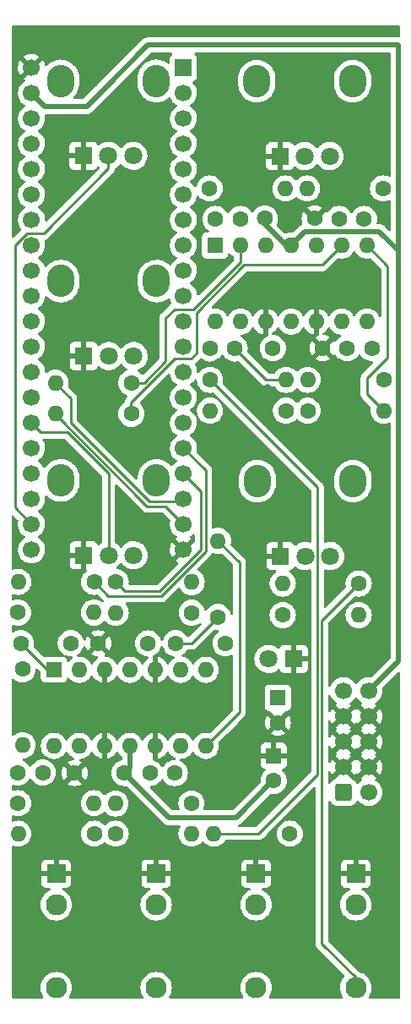
<source format=gbr>
%TF.GenerationSoftware,KiCad,Pcbnew,6.0.10+dfsg-1~bpo11+1*%
%TF.CreationDate,2023-02-09T22:21:13+08:00*%
%TF.ProjectId,MiniVerb v1.1 - Main,4d696e69-5665-4726-9220-76312e31202d,rev?*%
%TF.SameCoordinates,Original*%
%TF.FileFunction,Copper,L2,Bot*%
%TF.FilePolarity,Positive*%
%FSLAX46Y46*%
G04 Gerber Fmt 4.6, Leading zero omitted, Abs format (unit mm)*
G04 Created by KiCad (PCBNEW 6.0.10+dfsg-1~bpo11+1) date 2023-02-09 22:21:13*
%MOMM*%
%LPD*%
G01*
G04 APERTURE LIST*
G04 Aperture macros list*
%AMRoundRect*
0 Rectangle with rounded corners*
0 $1 Rounding radius*
0 $2 $3 $4 $5 $6 $7 $8 $9 X,Y pos of 4 corners*
0 Add a 4 corners polygon primitive as box body*
4,1,4,$2,$3,$4,$5,$6,$7,$8,$9,$2,$3,0*
0 Add four circle primitives for the rounded corners*
1,1,$1+$1,$2,$3*
1,1,$1+$1,$4,$5*
1,1,$1+$1,$6,$7*
1,1,$1+$1,$8,$9*
0 Add four rect primitives between the rounded corners*
20,1,$1+$1,$2,$3,$4,$5,0*
20,1,$1+$1,$4,$5,$6,$7,0*
20,1,$1+$1,$6,$7,$8,$9,0*
20,1,$1+$1,$8,$9,$2,$3,0*%
G04 Aperture macros list end*
%TA.AperFunction,ComponentPad*%
%ADD10R,1.930000X1.830000*%
%TD*%
%TA.AperFunction,ComponentPad*%
%ADD11C,2.130000*%
%TD*%
%TA.AperFunction,ComponentPad*%
%ADD12O,2.720000X3.240000*%
%TD*%
%TA.AperFunction,ComponentPad*%
%ADD13R,1.800000X1.800000*%
%TD*%
%TA.AperFunction,ComponentPad*%
%ADD14C,1.800000*%
%TD*%
%TA.AperFunction,ComponentPad*%
%ADD15C,1.600000*%
%TD*%
%TA.AperFunction,ComponentPad*%
%ADD16O,1.600000X1.600000*%
%TD*%
%TA.AperFunction,ComponentPad*%
%ADD17R,1.600000X1.600000*%
%TD*%
%TA.AperFunction,ComponentPad*%
%ADD18RoundRect,0.250000X-0.600000X-0.600000X0.600000X-0.600000X0.600000X0.600000X-0.600000X0.600000X0*%
%TD*%
%TA.AperFunction,ComponentPad*%
%ADD19C,1.700000*%
%TD*%
%TA.AperFunction,ComponentPad*%
%ADD20R,1.700000X1.700000*%
%TD*%
%TA.AperFunction,ViaPad*%
%ADD21C,0.800000*%
%TD*%
%TA.AperFunction,Conductor*%
%ADD22C,0.250000*%
%TD*%
%TA.AperFunction,Conductor*%
%ADD23C,0.500000*%
%TD*%
G04 APERTURE END LIST*
D10*
%TO.P,AUDIO_OUT1,S*%
%TO.N,GND*%
X99995000Y-135414000D03*
D11*
%TO.P,AUDIO_OUT1,T*%
%TO.N,Net-(AUDIO_OUT1-PadT)*%
X99995000Y-146814000D03*
%TO.P,AUDIO_OUT1,TN*%
%TO.N,unconnected-(AUDIO_OUT1-PadTN)*%
X99995000Y-138514000D03*
%TD*%
D12*
%TO.P,POT_FBK1,*%
%TO.N,*%
X80400000Y-76075000D03*
X90000000Y-76075000D03*
D13*
%TO.P,POT_FBK1,1,1*%
%TO.N,GND*%
X82700000Y-83575000D03*
D14*
%TO.P,POT_FBK1,2,2*%
%TO.N,FEEDBACK*%
X85200000Y-83575000D03*
%TO.P,POT_FBK1,3,3*%
%TO.N,3V3_A*%
X87700000Y-83575000D03*
%TD*%
D12*
%TO.P,POT_DRY1,*%
%TO.N,*%
X89975000Y-56025000D03*
X80375000Y-56025000D03*
D13*
%TO.P,POT_DRY1,1,1*%
%TO.N,GND*%
X82675000Y-63525000D03*
D14*
%TO.P,POT_DRY1,2,2*%
%TO.N,DRY*%
X85175000Y-63525000D03*
%TO.P,POT_DRY1,3,3*%
%TO.N,3V3_A*%
X87675000Y-63525000D03*
%TD*%
D15*
%TO.P,R1,1*%
%TO.N,Net-(C1-Pad2)*%
X87485000Y-86250000D03*
D16*
%TO.P,R1,2*%
%TO.N,INT_AUDIO_OUT1*%
X79865000Y-86250000D03*
%TD*%
D10*
%TO.P,AUDIO_IN2,S*%
%TO.N,GND*%
X89971000Y-135414000D03*
D11*
%TO.P,AUDIO_IN2,T*%
%TO.N,Net-(AUDIO_IN2-PadT)*%
X89971000Y-146814000D03*
%TO.P,AUDIO_IN2,TN*%
%TO.N,Net-(AUDIO_IN1-PadT)*%
X89971000Y-138514000D03*
%TD*%
D10*
%TO.P,AUDIO_IN1,S*%
%TO.N,GND*%
X79945000Y-135414000D03*
D11*
%TO.P,AUDIO_IN1,T*%
%TO.N,Net-(AUDIO_IN1-PadT)*%
X79945000Y-146814000D03*
%TO.P,AUDIO_IN1,TN*%
%TO.N,unconnected-(AUDIO_IN1-PadTN)*%
X79945000Y-138514000D03*
%TD*%
D12*
%TO.P,POT_WET1,*%
%TO.N,*%
X100075000Y-56050000D03*
X109675000Y-56050000D03*
D13*
%TO.P,POT_WET1,1,1*%
%TO.N,GND*%
X102375000Y-63550000D03*
D14*
%TO.P,POT_WET1,2,2*%
%TO.N,WET*%
X104875000Y-63550000D03*
%TO.P,POT_WET1,3,3*%
%TO.N,3V3_A*%
X107375000Y-63550000D03*
%TD*%
D12*
%TO.P,POT_LPF1,*%
%TO.N,*%
X90000000Y-96025000D03*
X80400000Y-96025000D03*
D13*
%TO.P,POT_LPF1,1,1*%
%TO.N,GND*%
X82700000Y-103525000D03*
D14*
%TO.P,POT_LPF1,2,2*%
%TO.N,LPF*%
X85200000Y-103525000D03*
%TO.P,POT_LPF1,3,3*%
%TO.N,3V3_A*%
X87700000Y-103525000D03*
%TD*%
D10*
%TO.P,AUDIO_OUT2,S*%
%TO.N,GND*%
X109995000Y-135420000D03*
D11*
%TO.P,AUDIO_OUT2,T*%
%TO.N,Net-(AUDIO_OUT2-PadT)*%
X109995000Y-146820000D03*
%TO.P,AUDIO_OUT2,TN*%
%TO.N,unconnected-(AUDIO_OUT2-PadTN)*%
X109995000Y-138520000D03*
%TD*%
D12*
%TO.P,POT_MOD1,*%
%TO.N,*%
X100125000Y-96096088D03*
X109725000Y-96096088D03*
D13*
%TO.P,POT_MOD1,1,1*%
%TO.N,GND*%
X102425000Y-103596088D03*
D14*
%TO.P,POT_MOD1,2,2*%
%TO.N,MOD*%
X104925000Y-103596088D03*
%TO.P,POT_MOD1,3,3*%
%TO.N,3V3_A*%
X107425000Y-103596088D03*
%TD*%
D15*
%TO.P,R16,1*%
%TO.N,Net-(C7-Pad2)*%
X87485000Y-89350000D03*
D16*
%TO.P,R16,2*%
%TO.N,INT_AUDIO_OUT2*%
X79865000Y-89350000D03*
%TD*%
D13*
%TO.P,D1,1,K*%
%TO.N,GND*%
X103775000Y-113900000D03*
D14*
%TO.P,D1,2,A*%
%TO.N,Net-(D1-Pad2)*%
X101235000Y-113900000D03*
%TD*%
D15*
%TO.P,R3,1*%
%TO.N,Net-(C1-Pad1)*%
X95325000Y-66795000D03*
D16*
%TO.P,R3,2*%
%TO.N,Net-(C1-Pad2)*%
X102945000Y-66795000D03*
%TD*%
D15*
%TO.P,C3,1*%
%TO.N,Net-(C3-Pad1)*%
X76395000Y-112320000D03*
%TO.P,C3,2*%
%TO.N,Net-(C3-Pad2)*%
X81395000Y-112320000D03*
%TD*%
%TO.P,R14,1*%
%TO.N,Net-(C6-Pad1)*%
X93535000Y-109270000D03*
D16*
%TO.P,R14,2*%
%TO.N,Net-(C6-Pad2)*%
X85915000Y-109270000D03*
%TD*%
D17*
%TO.P,U1,1*%
%TO.N,Net-(C3-Pad1)*%
X79711088Y-114984903D03*
D16*
%TO.P,U1,2,-*%
%TO.N,Net-(C3-Pad2)*%
X82251088Y-114984903D03*
%TO.P,U1,3,+*%
%TO.N,GND*%
X84791088Y-114984903D03*
%TO.P,U1,4,V+*%
%TO.N,+12V*%
X87331088Y-114984903D03*
%TO.P,U1,5,+*%
%TO.N,GND*%
X89871088Y-114984903D03*
%TO.P,U1,6,-*%
%TO.N,Net-(C6-Pad2)*%
X92411088Y-114984903D03*
%TO.P,U1,7*%
%TO.N,Net-(C6-Pad1)*%
X94951088Y-114984903D03*
%TO.P,U1,8*%
%TO.N,Net-(C5-Pad1)*%
X94951088Y-122604903D03*
%TO.P,U1,9,-*%
%TO.N,Net-(C5-Pad2)*%
X92411088Y-122604903D03*
%TO.P,U1,10,+*%
%TO.N,GND*%
X89871088Y-122604903D03*
%TO.P,U1,11,V-*%
%TO.N,-12V*%
X87331088Y-122604903D03*
%TO.P,U1,12,+*%
%TO.N,GND*%
X84791088Y-122604903D03*
%TO.P,U1,13,-*%
%TO.N,Net-(C2-Pad2)*%
X82251088Y-122604903D03*
%TO.P,U1,14*%
%TO.N,Net-(C2-Pad1)*%
X79711088Y-122604903D03*
%TD*%
D15*
%TO.P,C14,1*%
%TO.N,GND*%
X106675000Y-82780000D03*
%TO.P,C14,2*%
%TO.N,-12V*%
X101675000Y-82780000D03*
%TD*%
%TO.P,R6,1*%
%TO.N,Net-(C4-Pad2)*%
X102985000Y-89050000D03*
D16*
%TO.P,R6,2*%
%TO.N,Net-(C1-Pad1)*%
X95365000Y-89050000D03*
%TD*%
D15*
%TO.P,C5,1*%
%TO.N,Net-(C5-Pad1)*%
X91836088Y-125324903D03*
%TO.P,C5,2*%
%TO.N,Net-(C5-Pad2)*%
X89336088Y-125324903D03*
%TD*%
%TO.P,R5,1*%
%TO.N,Net-(C3-Pad2)*%
X76561088Y-114924903D03*
D16*
%TO.P,R5,2*%
%TO.N,Net-(C2-Pad1)*%
X76561088Y-122544903D03*
%TD*%
D15*
%TO.P,R12,1*%
%TO.N,Net-(C5-Pad1)*%
X93511088Y-128374903D03*
D16*
%TO.P,R12,2*%
%TO.N,Net-(C5-Pad2)*%
X85891088Y-128374903D03*
%TD*%
D15*
%TO.P,R8,1*%
%TO.N,Net-(C4-Pad1)*%
X95375000Y-85950000D03*
D16*
%TO.P,R8,2*%
%TO.N,Net-(C4-Pad2)*%
X102995000Y-85950000D03*
%TD*%
D15*
%TO.P,C8,1*%
%TO.N,Net-(C8-Pad1)*%
X111625000Y-82800000D03*
%TO.P,C8,2*%
%TO.N,Net-(C8-Pad2)*%
X109125000Y-82800000D03*
%TD*%
%TO.P,R10,1*%
%TO.N,INT_AUDIO_IN1*%
X83745000Y-106180000D03*
D16*
%TO.P,R10,2*%
%TO.N,Net-(C3-Pad1)*%
X76125000Y-106180000D03*
%TD*%
D15*
%TO.P,C2,1*%
%TO.N,Net-(C2-Pad1)*%
X76086088Y-125274903D03*
%TO.P,C2,2*%
%TO.N,Net-(C2-Pad2)*%
X78586088Y-125274903D03*
%TD*%
%TO.P,R13,1*%
%TO.N,Net-(C6-Pad2)*%
X96175000Y-109710000D03*
D16*
%TO.P,R13,2*%
%TO.N,Net-(C5-Pad1)*%
X96175000Y-102090000D03*
%TD*%
D15*
%TO.P,R15,1*%
%TO.N,INT_AUDIO_IN2*%
X85915000Y-106200000D03*
D16*
%TO.P,R15,2*%
%TO.N,Net-(C6-Pad1)*%
X93535000Y-106200000D03*
%TD*%
D15*
%TO.P,R4,1*%
%TO.N,Net-(C2-Pad1)*%
X76116088Y-128349903D03*
D16*
%TO.P,R4,2*%
%TO.N,Net-(C2-Pad2)*%
X83736088Y-128349903D03*
%TD*%
D15*
%TO.P,R7,1*%
%TO.N,Net-(C3-Pad1)*%
X76115000Y-109260000D03*
D16*
%TO.P,R7,2*%
%TO.N,Net-(C3-Pad2)*%
X83735000Y-109260000D03*
%TD*%
D15*
%TO.P,R9,1*%
%TO.N,Net-(AUDIO_OUT1-PadT)*%
X103385000Y-131400000D03*
D16*
%TO.P,R9,2*%
%TO.N,Net-(C4-Pad1)*%
X95765000Y-131400000D03*
%TD*%
D17*
%TO.P,C9,1*%
%TO.N,+12V*%
X102175000Y-117794888D03*
D15*
%TO.P,C9,2*%
%TO.N,GND*%
X102175000Y-120294888D03*
%TD*%
%TO.P,R21,1*%
%TO.N,Net-(D1-Pad2)*%
X102665000Y-109500000D03*
D16*
%TO.P,R21,2*%
%TO.N,+12V*%
X110285000Y-109500000D03*
%TD*%
D15*
%TO.P,R19,1*%
%TO.N,Net-(C8-Pad1)*%
X112785000Y-85950000D03*
D16*
%TO.P,R19,2*%
%TO.N,Net-(C8-Pad2)*%
X105165000Y-85950000D03*
%TD*%
D15*
%TO.P,C6,1*%
%TO.N,Net-(C6-Pad1)*%
X96925000Y-112330000D03*
%TO.P,C6,2*%
%TO.N,Net-(C6-Pad2)*%
X91925000Y-112330000D03*
%TD*%
%TO.P,R17,1*%
%TO.N,Net-(C7-Pad1)*%
X112735000Y-66795000D03*
D16*
%TO.P,R17,2*%
%TO.N,Net-(C7-Pad2)*%
X105115000Y-66795000D03*
%TD*%
D15*
%TO.P,R11,1*%
%TO.N,Net-(C5-Pad2)*%
X85901088Y-131399903D03*
D16*
%TO.P,R11,2*%
%TO.N,Net-(AUDIO_IN2-PadT)*%
X93521088Y-131399903D03*
%TD*%
D15*
%TO.P,R20,1*%
%TO.N,Net-(AUDIO_OUT2-PadT)*%
X110285000Y-106350000D03*
D16*
%TO.P,R20,2*%
%TO.N,Net-(C8-Pad1)*%
X102665000Y-106350000D03*
%TD*%
D17*
%TO.P,C10,1*%
%TO.N,GND*%
X101759000Y-123600000D03*
D15*
%TO.P,C10,2*%
%TO.N,-12V*%
X101759000Y-126100000D03*
%TD*%
%TO.P,C13,1*%
%TO.N,+12V*%
X100875000Y-69800000D03*
%TO.P,C13,2*%
%TO.N,GND*%
X105875000Y-69800000D03*
%TD*%
D17*
%TO.P,U2,1*%
%TO.N,Net-(C1-Pad1)*%
X95875000Y-72500000D03*
D16*
%TO.P,U2,2,-*%
%TO.N,Net-(C1-Pad2)*%
X98415000Y-72500000D03*
%TO.P,U2,3,+*%
%TO.N,GND*%
X100955000Y-72500000D03*
%TO.P,U2,4,V+*%
%TO.N,+12V*%
X103495000Y-72500000D03*
%TO.P,U2,5,+*%
%TO.N,GND*%
X106035000Y-72500000D03*
%TO.P,U2,6,-*%
%TO.N,Net-(C7-Pad2)*%
X108575000Y-72500000D03*
%TO.P,U2,7*%
%TO.N,Net-(C7-Pad1)*%
X111115000Y-72500000D03*
%TO.P,U2,8*%
%TO.N,Net-(C8-Pad1)*%
X111115000Y-80120000D03*
%TO.P,U2,9,-*%
%TO.N,Net-(C8-Pad2)*%
X108575000Y-80120000D03*
%TO.P,U2,10,+*%
%TO.N,GND*%
X106035000Y-80120000D03*
%TO.P,U2,11,V-*%
%TO.N,-12V*%
X103495000Y-80120000D03*
%TO.P,U2,12,+*%
%TO.N,GND*%
X100955000Y-80120000D03*
%TO.P,U2,13,-*%
%TO.N,Net-(C4-Pad2)*%
X98415000Y-80120000D03*
%TO.P,U2,14*%
%TO.N,Net-(C4-Pad1)*%
X95875000Y-80120000D03*
%TD*%
D18*
%TO.P,J1,1,Pin_1*%
%TO.N,-12V*%
X108747500Y-127255000D03*
D19*
%TO.P,J1,2,Pin_2*%
X111287500Y-127255000D03*
%TO.P,J1,3,Pin_3*%
%TO.N,GND*%
X108747500Y-124715000D03*
%TO.P,J1,4,Pin_4*%
X111287500Y-124715000D03*
%TO.P,J1,5,Pin_5*%
X108747500Y-122175000D03*
%TO.P,J1,6,Pin_6*%
X111287500Y-122175000D03*
%TO.P,J1,7,Pin_7*%
X108747500Y-119635000D03*
%TO.P,J1,8,Pin_8*%
X111287500Y-119635000D03*
%TO.P,J1,9,Pin_9*%
%TO.N,+12V*%
X108747500Y-117095000D03*
%TO.P,J1,10,Pin_10*%
X111287500Y-117095000D03*
%TD*%
D15*
%TO.P,C11,1*%
%TO.N,+12V*%
X89155000Y-112340000D03*
%TO.P,C11,2*%
%TO.N,GND*%
X84155000Y-112340000D03*
%TD*%
%TO.P,C4,1*%
%TO.N,Net-(C4-Pad1)*%
X95355000Y-82810000D03*
%TO.P,C4,2*%
%TO.N,Net-(C4-Pad2)*%
X97855000Y-82810000D03*
%TD*%
%TO.P,C12,1*%
%TO.N,GND*%
X81786088Y-125324903D03*
%TO.P,C12,2*%
%TO.N,-12V*%
X86786088Y-125324903D03*
%TD*%
%TO.P,C7,1*%
%TO.N,Net-(C7-Pad1)*%
X110825000Y-69850000D03*
%TO.P,C7,2*%
%TO.N,Net-(C7-Pad2)*%
X108325000Y-69850000D03*
%TD*%
D20*
%TO.P,A1,1,USB_HS_ID*%
%TO.N,unconnected-(A1-Pad1)*%
X92702500Y-54700000D03*
D19*
%TO.P,A1,2,SDMMC1_D3*%
%TO.N,unconnected-(A1-Pad2)*%
X92702500Y-57240000D03*
%TO.P,A1,3,SDMMC1_D2*%
%TO.N,unconnected-(A1-Pad3)*%
X92702500Y-59780000D03*
%TO.P,A1,4,SDMMC1_D1*%
%TO.N,unconnected-(A1-Pad4)*%
X92702500Y-62320000D03*
%TO.P,A1,5,SDMMC1_D0*%
%TO.N,unconnected-(A1-Pad5)*%
X92702500Y-64860000D03*
%TO.P,A1,6,SDMMC1_CMD*%
%TO.N,unconnected-(A1-Pad6)*%
X92702500Y-67400000D03*
%TO.P,A1,7,SDMMC1_CK*%
%TO.N,unconnected-(A1-Pad7)*%
X92702500Y-69940000D03*
%TO.P,A1,8,SPI1_NSS*%
%TO.N,unconnected-(A1-Pad8)*%
X92702500Y-72480000D03*
%TO.P,A1,9,SPI1_SCK*%
%TO.N,unconnected-(A1-Pad9)*%
X92702500Y-75020000D03*
%TO.P,A1,10,SPI1_MISO*%
%TO.N,unconnected-(A1-Pad10)*%
X92702500Y-77560000D03*
%TO.P,A1,11,SPI1_MOSI*%
%TO.N,unconnected-(A1-Pad11)*%
X92702500Y-80100000D03*
%TO.P,A1,12,I2C1_SCL*%
%TO.N,unconnected-(A1-Pad12)*%
X92702500Y-82640000D03*
%TO.P,A1,13,I2C1_SDA*%
%TO.N,unconnected-(A1-Pad13)*%
X92702500Y-85180000D03*
%TO.P,A1,14,USART1_TX*%
%TO.N,unconnected-(A1-Pad14)*%
X92702500Y-87720000D03*
%TO.P,A1,15,USART1_RX*%
%TO.N,unconnected-(A1-Pad15)*%
X92702500Y-90260000D03*
%TO.P,A1,16,AUDIO_IN_L*%
%TO.N,INT_AUDIO_IN1*%
X92702500Y-92800000D03*
%TO.P,A1,17,AUDIO_IN_R*%
%TO.N,INT_AUDIO_IN2*%
X92702500Y-95340000D03*
%TO.P,A1,18,AUDIO_OUT_L*%
%TO.N,INT_AUDIO_OUT1*%
X92702500Y-97880000D03*
%TO.P,A1,19,AUDIO_OUT_R*%
%TO.N,INT_AUDIO_OUT2*%
X92702500Y-100420000D03*
%TO.P,A1,20,AGND*%
%TO.N,GND*%
X92702500Y-102960000D03*
%TO.P,A1,21,3V3_A*%
%TO.N,3V3_A*%
X77462500Y-102960000D03*
%TO.P,A1,22,ADC_INP10*%
%TO.N,DRY*%
X77462500Y-100420000D03*
%TO.P,A1,23,ADC_INP15*%
%TO.N,WET*%
X77462500Y-97880000D03*
%TO.P,A1,24,ADC_INP5*%
%TO.N,FEEDBACK*%
X77462500Y-95340000D03*
%TO.P,A1,25,ADC_INP7*%
%TO.N,MOD*%
X77462500Y-92800000D03*
%TO.P,A1,26,ADC_INP3*%
%TO.N,LPF*%
X77462500Y-90260000D03*
%TO.P,A1,27,ADC_INP11*%
%TO.N,unconnected-(A1-Pad27)*%
X77462500Y-87720000D03*
%TO.P,A1,28,ADC1_INP4*%
%TO.N,unconnected-(A1-Pad28)*%
X77462500Y-85180000D03*
%TO.P,A1,29,DAC1_OUT2*%
%TO.N,unconnected-(A1-Pad29)*%
X77462500Y-82640000D03*
%TO.P,A1,30,DAC1_OUT1*%
%TO.N,unconnected-(A1-Pad30)*%
X77462500Y-80100000D03*
%TO.P,A1,31,SAI2_MCLK_B*%
%TO.N,unconnected-(A1-Pad31)*%
X77462500Y-77560000D03*
%TO.P,A1,32,SAI2_SD_B*%
%TO.N,unconnected-(A1-Pad32)*%
X77462500Y-75020000D03*
%TO.P,A1,33,SAI2_SD_A*%
%TO.N,unconnected-(A1-Pad33)*%
X77462500Y-72480000D03*
%TO.P,A1,34,SAI2_FS_B*%
%TO.N,unconnected-(A1-Pad34)*%
X77462500Y-69940000D03*
%TO.P,A1,35,SAI2_SCK_B*%
%TO.N,unconnected-(A1-Pad35)*%
X77462500Y-67400000D03*
%TO.P,A1,36,USB_HS_D_-*%
%TO.N,unconnected-(A1-Pad36)*%
X77462500Y-64860000D03*
%TO.P,A1,37,USB_HS_D_+*%
%TO.N,unconnected-(A1-Pad37)*%
X77462500Y-62320000D03*
%TO.P,A1,38,3V3_D*%
%TO.N,3V3_D*%
X77462500Y-59780000D03*
%TO.P,A1,39,VIN*%
%TO.N,+12V*%
X77462500Y-57240000D03*
%TO.P,A1,40,GND*%
%TO.N,GND*%
X77462500Y-54700000D03*
%TD*%
D15*
%TO.P,R18,1*%
%TO.N,Net-(C8-Pad2)*%
X105165000Y-89050000D03*
D16*
%TO.P,R18,2*%
%TO.N,Net-(C7-Pad1)*%
X112785000Y-89050000D03*
%TD*%
D15*
%TO.P,R2,1*%
%TO.N,Net-(C2-Pad2)*%
X83746088Y-131399903D03*
D16*
%TO.P,R2,2*%
%TO.N,Net-(AUDIO_IN1-PadT)*%
X76126088Y-131399903D03*
%TD*%
D15*
%TO.P,C1,1*%
%TO.N,Net-(C1-Pad1)*%
X95925000Y-69850000D03*
%TO.P,C1,2*%
%TO.N,Net-(C1-Pad2)*%
X98425000Y-69850000D03*
%TD*%
D21*
%TO.N,GND*%
X78800000Y-51400000D03*
X95700000Y-119800000D03*
X112600000Y-59500000D03*
X108700000Y-61200000D03*
X104700000Y-108000000D03*
X87200000Y-52100000D03*
X109900000Y-91700000D03*
X89100000Y-132900000D03*
X83200000Y-55500000D03*
X113500000Y-134700000D03*
X86700000Y-145100000D03*
X86434878Y-139334878D03*
X86400000Y-137600000D03*
X81700000Y-61400000D03*
X82900000Y-118500000D03*
X109400000Y-89100000D03*
X82900000Y-53500000D03*
X104900000Y-134400000D03*
X97300000Y-90000000D03*
X96500000Y-97300000D03*
X111600000Y-63200000D03*
X112600000Y-111900000D03*
X99700000Y-106800000D03*
X108600000Y-100700000D03*
X97400000Y-134500000D03*
X108300000Y-67100000D03*
X83500000Y-140700000D03*
X93600000Y-120000000D03*
X107400000Y-61100000D03*
X110900000Y-59600000D03*
X86500000Y-111900000D03*
X81800000Y-79000000D03*
X77700000Y-134700000D03*
X83900000Y-59600000D03*
X110700000Y-141300000D03*
X100300000Y-75900000D03*
X101100000Y-88000000D03*
X96900000Y-128200000D03*
X109000000Y-85100000D03*
X109600000Y-86500000D03*
X84000000Y-75600000D03*
X78050000Y-141120000D03*
X81280000Y-144350000D03*
X111900000Y-114000000D03*
X94300000Y-144600000D03*
X88900000Y-131200000D03*
X106200000Y-93600000D03*
X80000000Y-103000000D03*
X97600000Y-94600000D03*
X86700000Y-98200000D03*
X98100000Y-86500000D03*
X90800000Y-119600000D03*
X112500000Y-136300000D03*
X111700000Y-75300000D03*
X110100000Y-65200000D03*
X112700000Y-107300000D03*
X101800000Y-78200000D03*
X82397219Y-143372538D03*
X101600000Y-132900000D03*
X107700000Y-86300000D03*
X112300000Y-109600000D03*
X106900000Y-54200000D03*
X105000000Y-138100000D03*
X95800000Y-134200000D03*
X80000000Y-81800000D03*
X81700000Y-127800000D03*
X81400000Y-72600000D03*
X81700000Y-73700000D03*
X97400000Y-63800000D03*
X112500000Y-129500000D03*
X107200000Y-56600000D03*
X97200000Y-140000000D03*
X113000000Y-144200000D03*
X108600000Y-60200000D03*
X85000000Y-52000000D03*
X86400000Y-135100000D03*
X107300000Y-88100000D03*
X78500000Y-128200000D03*
X83800000Y-72200000D03*
X80100000Y-52100000D03*
X105400000Y-146700000D03*
X107100000Y-59500000D03*
X105300000Y-142900000D03*
X103400000Y-75900000D03*
X80400000Y-131400000D03*
X77800000Y-118700000D03*
X83000000Y-74700000D03*
X107960068Y-114986771D03*
X101100000Y-86800000D03*
X112400000Y-63400000D03*
X96100000Y-125000000D03*
X88400000Y-130200000D03*
X104500000Y-110900000D03*
X109600000Y-66900000D03*
X107200000Y-90100000D03*
X79400000Y-79800000D03*
X96000000Y-92900000D03*
X96100000Y-147000000D03*
X98800000Y-64400000D03*
X80300000Y-129700000D03*
X77500000Y-51200000D03*
X77600000Y-52200000D03*
X95300000Y-91500000D03*
X78900000Y-131800000D03*
X86000000Y-119800000D03*
X107800000Y-99100000D03*
X79500000Y-117500000D03*
X97100000Y-143900000D03*
X96700000Y-57000000D03*
X97800000Y-126600000D03*
X82900000Y-77300000D03*
X109100000Y-130500000D03*
X81400000Y-120200000D03*
X84700000Y-137900000D03*
X101100000Y-89300000D03*
X108800000Y-92900000D03*
X90600000Y-103600000D03*
X100900000Y-107900000D03*
X76900000Y-117700000D03*
X101800000Y-76800000D03*
X103700000Y-125100000D03*
X83300000Y-60500000D03*
X108000000Y-112200000D03*
X110300000Y-85100000D03*
X97700000Y-124100000D03*
X112200000Y-103900000D03*
X100000000Y-109700000D03*
X83200000Y-134700000D03*
X108400000Y-75200000D03*
X83810000Y-146490000D03*
X83600000Y-80900000D03*
X113800000Y-127400000D03*
X83000000Y-52500000D03*
X110100000Y-88000000D03*
X107500000Y-91900000D03*
X80600000Y-60600000D03*
X90300000Y-92100000D03*
X104600000Y-82200000D03*
X79600000Y-72900000D03*
X90900000Y-131500000D03*
X104100000Y-122000000D03*
X94700000Y-125700000D03*
X84800000Y-53800000D03*
X103100000Y-97500000D03*
X103878106Y-83327556D03*
X85600000Y-118100000D03*
X112900000Y-130700000D03*
X103600000Y-56500000D03*
X104500000Y-123300000D03*
X83700000Y-73500000D03*
X106600000Y-145200000D03*
X81900000Y-80900000D03*
X103200000Y-145500000D03*
X101800000Y-98700000D03*
X107000000Y-65800000D03*
X107100000Y-95000000D03*
X103400000Y-98900000D03*
X99700000Y-111300000D03*
X103000000Y-96400000D03*
X107800000Y-140400000D03*
X97900000Y-92400000D03*
X112900000Y-53900000D03*
X87500000Y-111000000D03*
X80800000Y-118400000D03*
X104400000Y-91300000D03*
X109700000Y-141300000D03*
X98100000Y-122300000D03*
X93200000Y-146100000D03*
X78900000Y-119900000D03*
X83600000Y-79500000D03*
X112700000Y-105300000D03*
X98100000Y-85300000D03*
X100400000Y-142000000D03*
X103300000Y-58500000D03*
X90300000Y-93100000D03*
X79000000Y-52900000D03*
X109900000Y-74900000D03*
X108300000Y-110600000D03*
X109000000Y-113800000D03*
X95300000Y-141100000D03*
X111400000Y-131400000D03*
X91400000Y-120400000D03*
X88600000Y-120100000D03*
X109700000Y-100000000D03*
X102000000Y-75500000D03*
X96100000Y-138600000D03*
X87800000Y-94500000D03*
%TD*%
D22*
%TO.N,Net-(AUDIO_OUT2-PadT)*%
X106599501Y-110035499D02*
X106599501Y-142421589D01*
X106599501Y-142421589D02*
X109995000Y-145817088D01*
X110285000Y-106350000D02*
X106599501Y-110035499D01*
%TO.N,Net-(C1-Pad2)*%
X90900000Y-79800000D02*
X90900000Y-84100000D01*
X98415000Y-74210000D02*
X93725000Y-78900000D01*
X98415000Y-72500000D02*
X98415000Y-74210000D01*
X93725000Y-78900000D02*
X91800000Y-78900000D01*
X90900000Y-84100000D02*
X88750000Y-86250000D01*
X88750000Y-86250000D02*
X87435000Y-86250000D01*
X91800000Y-78900000D02*
X90900000Y-79800000D01*
%TO.N,Net-(C3-Pad1)*%
X76395000Y-112320000D02*
X79059903Y-114984903D01*
X79059903Y-114984903D02*
X79711088Y-114984903D01*
%TO.N,Net-(C4-Pad2)*%
X97855000Y-82810000D02*
X100995000Y-85950000D01*
X100995000Y-85950000D02*
X102995000Y-85950000D01*
%TO.N,Net-(C4-Pad1)*%
X106150000Y-96725000D02*
X106150000Y-125475000D01*
X95375000Y-85950000D02*
X106150000Y-96725000D01*
X100225000Y-131400000D02*
X95765000Y-131400000D01*
X100225000Y-131400000D02*
X106150000Y-125475000D01*
%TO.N,Net-(C5-Pad1)*%
X98325499Y-104240499D02*
X98325499Y-119230492D01*
X98325499Y-119230492D02*
X94951088Y-122604903D01*
X96175000Y-102090000D02*
X98325499Y-104240499D01*
%TO.N,Net-(C7-Pad2)*%
X106625000Y-74450000D02*
X98810690Y-74450000D01*
X91803630Y-83850000D02*
X87435000Y-88218630D01*
X87435000Y-88218630D02*
X87435000Y-89350000D01*
X108575000Y-72500000D02*
X106625000Y-74450000D01*
X98810690Y-74450000D02*
X94025000Y-79235690D01*
X94025000Y-79235690D02*
X94025000Y-83300000D01*
X94025000Y-83300000D02*
X93475000Y-83850000D01*
X93475000Y-83850000D02*
X91803630Y-83850000D01*
%TO.N,Net-(C7-Pad1)*%
X111125000Y-85800000D02*
X111125000Y-87390000D01*
X111125000Y-87390000D02*
X112785000Y-89050000D01*
X111115000Y-72500000D02*
X113175000Y-74560000D01*
X113175000Y-83750000D02*
X111125000Y-85800000D01*
X113175000Y-74560000D02*
X113175000Y-83750000D01*
D23*
%TO.N,+12V*%
X114275000Y-52450000D02*
X114275000Y-114107500D01*
X84600499Y-56974501D02*
X84600499Y-56962033D01*
X114275000Y-114107500D02*
X111287500Y-117095000D01*
X114275000Y-73000000D02*
X114225000Y-73000000D01*
X104895000Y-71100000D02*
X103495000Y-72500000D01*
X112325000Y-71100000D02*
X104895000Y-71100000D01*
X84600499Y-56962033D02*
X89112532Y-52450000D01*
X77462500Y-57240000D02*
X78797500Y-58575000D01*
X78797500Y-58575000D02*
X83000000Y-58575000D01*
X89112532Y-52450000D02*
X114275000Y-52450000D01*
X114225000Y-73000000D02*
X112325000Y-71100000D01*
X103495000Y-72500000D02*
X102975000Y-72500000D01*
X83000000Y-58575000D02*
X84600499Y-56974501D01*
X102975000Y-72500000D02*
X100275000Y-69800000D01*
%TO.N,-12V*%
X97991000Y-129800000D02*
X91261185Y-129800000D01*
X91261185Y-129800000D02*
X86786088Y-125324903D01*
X87331088Y-124779903D02*
X86786088Y-125324903D01*
X87331088Y-122604903D02*
X87331088Y-124779903D01*
X101691000Y-126100000D02*
X97991000Y-129800000D01*
D22*
%TO.N,INT_AUDIO_OUT1*%
X89261189Y-98150499D02*
X81400000Y-90289310D01*
X92432001Y-98150499D02*
X89261189Y-98150499D01*
X92702500Y-97880000D02*
X92432001Y-98150499D01*
X81400000Y-90289310D02*
X81400000Y-87835000D01*
X81400000Y-87835000D02*
X79815000Y-86250000D01*
%TO.N,INT_AUDIO_IN1*%
X94924501Y-103150499D02*
X90475000Y-107600000D01*
X85165000Y-107600000D02*
X83745000Y-106180000D01*
X94924501Y-95022001D02*
X94924501Y-103150499D01*
X92702500Y-92800000D02*
X94924501Y-95022001D01*
X90475000Y-107600000D02*
X85165000Y-107600000D01*
%TO.N,INT_AUDIO_IN2*%
X94475000Y-102964310D02*
X94475000Y-97112500D01*
X90289310Y-107150000D02*
X94475000Y-102964310D01*
X86865000Y-107150000D02*
X90289310Y-107150000D01*
X85915000Y-106200000D02*
X86865000Y-107150000D01*
X94475000Y-97112500D02*
X92702500Y-95340000D01*
%TO.N,INT_AUDIO_OUT2*%
X89075000Y-98600000D02*
X79825000Y-89350000D01*
X92702500Y-100420000D02*
X90882500Y-98600000D01*
X90882500Y-98600000D02*
X89075000Y-98600000D01*
%TO.N,DRY*%
X78672792Y-71300000D02*
X76981506Y-71300000D01*
X85175000Y-63525000D02*
X85175000Y-64797792D01*
X75800000Y-98757500D02*
X77462500Y-100420000D01*
X75800000Y-72481506D02*
X75800000Y-98757500D01*
X76981506Y-71300000D02*
X75800000Y-72481506D01*
X85175000Y-64797792D02*
X78672792Y-71300000D01*
%TO.N,LPF*%
X85200000Y-95361396D02*
X81038604Y-91200000D01*
X81038604Y-91200000D02*
X78400000Y-91200000D01*
X77462500Y-90262500D02*
X77462500Y-90260000D01*
X78400000Y-91200000D02*
X77462500Y-90262500D01*
X85200000Y-103525000D02*
X85200000Y-95361396D01*
%TO.N,Net-(C6-Pad2)*%
X93555000Y-112330000D02*
X91925000Y-112330000D01*
X96175000Y-109710000D02*
X93555000Y-112330000D01*
%TD*%
%TA.AperFunction,Conductor*%
%TO.N,GND*%
G36*
X95883459Y-110986541D02*
G01*
X95941591Y-111002118D01*
X95941602Y-111002120D01*
X95946913Y-111003543D01*
X96062081Y-111013619D01*
X96127552Y-111019347D01*
X96193670Y-111045211D01*
X96235309Y-111102714D01*
X96239250Y-111173601D01*
X96204241Y-111235366D01*
X96188844Y-111248079D01*
X96162630Y-111266434D01*
X96085211Y-111320643D01*
X96085208Y-111320645D01*
X96080700Y-111323802D01*
X95918802Y-111485700D01*
X95915645Y-111490208D01*
X95915643Y-111490211D01*
X95911800Y-111495700D01*
X95787477Y-111673251D01*
X95785154Y-111678233D01*
X95785151Y-111678238D01*
X95697702Y-111865775D01*
X95690716Y-111880757D01*
X95689294Y-111886064D01*
X95689293Y-111886067D01*
X95632881Y-112096598D01*
X95631457Y-112101913D01*
X95611502Y-112330000D01*
X95631457Y-112558087D01*
X95632881Y-112563400D01*
X95632881Y-112563402D01*
X95686614Y-112763933D01*
X95690716Y-112779243D01*
X95693039Y-112784224D01*
X95693039Y-112784225D01*
X95785151Y-112981762D01*
X95785154Y-112981767D01*
X95787477Y-112986749D01*
X95823129Y-113037665D01*
X95914529Y-113168197D01*
X95918802Y-113174300D01*
X96080700Y-113336198D01*
X96085208Y-113339355D01*
X96085211Y-113339357D01*
X96094981Y-113346198D01*
X96268251Y-113467523D01*
X96273233Y-113469846D01*
X96273238Y-113469849D01*
X96457363Y-113555707D01*
X96475757Y-113564284D01*
X96481065Y-113565706D01*
X96481067Y-113565707D01*
X96691598Y-113622119D01*
X96691600Y-113622119D01*
X96696913Y-113623543D01*
X96925000Y-113643498D01*
X97153087Y-113623543D01*
X97158400Y-113622119D01*
X97158402Y-113622119D01*
X97368933Y-113565707D01*
X97368935Y-113565706D01*
X97374243Y-113564284D01*
X97425414Y-113540423D01*
X97512749Y-113499698D01*
X97582941Y-113489037D01*
X97647754Y-113518017D01*
X97686610Y-113577437D01*
X97691999Y-113613893D01*
X97691999Y-118915898D01*
X97671997Y-118984019D01*
X97655094Y-119004993D01*
X95364336Y-121295751D01*
X95302024Y-121329777D01*
X95242629Y-121328362D01*
X95184497Y-121312785D01*
X95184486Y-121312783D01*
X95179175Y-121311360D01*
X94951088Y-121291405D01*
X94723001Y-121311360D01*
X94717688Y-121312784D01*
X94717686Y-121312784D01*
X94507155Y-121369196D01*
X94507153Y-121369197D01*
X94501845Y-121370619D01*
X94496864Y-121372942D01*
X94496863Y-121372942D01*
X94299326Y-121465054D01*
X94299321Y-121465057D01*
X94294339Y-121467380D01*
X94251409Y-121497440D01*
X94111299Y-121595546D01*
X94111296Y-121595548D01*
X94106788Y-121598705D01*
X93944890Y-121760603D01*
X93941733Y-121765111D01*
X93941731Y-121765114D01*
X93909979Y-121810461D01*
X93813565Y-121948154D01*
X93811242Y-121953136D01*
X93811239Y-121953141D01*
X93795283Y-121987360D01*
X93748366Y-122040645D01*
X93680089Y-122060106D01*
X93612129Y-122039564D01*
X93566893Y-121987360D01*
X93550937Y-121953141D01*
X93550934Y-121953136D01*
X93548611Y-121948154D01*
X93452197Y-121810461D01*
X93420445Y-121765114D01*
X93420443Y-121765111D01*
X93417286Y-121760603D01*
X93255388Y-121598705D01*
X93250880Y-121595548D01*
X93250877Y-121595546D01*
X93110767Y-121497440D01*
X93067837Y-121467380D01*
X93062855Y-121465057D01*
X93062850Y-121465054D01*
X92865313Y-121372942D01*
X92865312Y-121372942D01*
X92860331Y-121370619D01*
X92855023Y-121369197D01*
X92855021Y-121369196D01*
X92644490Y-121312784D01*
X92644488Y-121312784D01*
X92639175Y-121311360D01*
X92411088Y-121291405D01*
X92183001Y-121311360D01*
X92177688Y-121312784D01*
X92177686Y-121312784D01*
X91967155Y-121369196D01*
X91967153Y-121369197D01*
X91961845Y-121370619D01*
X91956864Y-121372942D01*
X91956863Y-121372942D01*
X91759326Y-121465054D01*
X91759321Y-121465057D01*
X91754339Y-121467380D01*
X91711409Y-121497440D01*
X91571299Y-121595546D01*
X91571296Y-121595548D01*
X91566788Y-121598705D01*
X91404890Y-121760603D01*
X91401733Y-121765111D01*
X91401731Y-121765114D01*
X91369979Y-121810461D01*
X91273565Y-121948154D01*
X91271242Y-121953136D01*
X91271239Y-121953141D01*
X91255007Y-121987952D01*
X91208090Y-122041237D01*
X91139813Y-122060698D01*
X91071853Y-122040156D01*
X91026617Y-121987952D01*
X91010502Y-121953392D01*
X91005019Y-121943896D01*
X90880060Y-121765436D01*
X90873004Y-121757028D01*
X90718963Y-121602987D01*
X90710555Y-121595931D01*
X90532095Y-121470972D01*
X90522599Y-121465489D01*
X90325141Y-121373413D01*
X90314849Y-121369667D01*
X90142585Y-121323509D01*
X90128489Y-121323845D01*
X90125088Y-121331787D01*
X90125088Y-123872870D01*
X90129061Y-123886401D01*
X90137610Y-123887630D01*
X90314849Y-123840139D01*
X90325141Y-123836393D01*
X90522599Y-123744317D01*
X90532095Y-123738834D01*
X90710555Y-123613875D01*
X90718963Y-123606819D01*
X90873004Y-123452778D01*
X90880060Y-123444370D01*
X91005019Y-123265910D01*
X91010502Y-123256414D01*
X91026617Y-123221854D01*
X91073534Y-123168569D01*
X91141811Y-123149108D01*
X91209771Y-123169650D01*
X91255007Y-123221854D01*
X91271239Y-123256665D01*
X91271242Y-123256670D01*
X91273565Y-123261652D01*
X91404890Y-123449203D01*
X91566788Y-123611101D01*
X91571296Y-123614258D01*
X91571299Y-123614260D01*
X91598857Y-123633556D01*
X91754339Y-123742426D01*
X91759321Y-123744749D01*
X91759326Y-123744752D01*
X91826772Y-123776202D01*
X91880057Y-123823119D01*
X91899518Y-123891396D01*
X91878976Y-123959356D01*
X91824953Y-124005422D01*
X91784504Y-124015918D01*
X91608001Y-124031360D01*
X91602688Y-124032784D01*
X91602686Y-124032784D01*
X91392155Y-124089196D01*
X91392153Y-124089197D01*
X91386845Y-124090619D01*
X91381864Y-124092942D01*
X91381863Y-124092942D01*
X91184326Y-124185054D01*
X91184321Y-124185057D01*
X91179339Y-124187380D01*
X91122168Y-124227412D01*
X90996299Y-124315546D01*
X90996296Y-124315548D01*
X90991788Y-124318705D01*
X90829890Y-124480603D01*
X90826733Y-124485111D01*
X90826731Y-124485114D01*
X90803980Y-124517606D01*
X90698565Y-124668154D01*
X90696242Y-124673136D01*
X90695206Y-124674930D01*
X90643822Y-124723922D01*
X90574109Y-124737357D01*
X90508198Y-124710969D01*
X90476970Y-124674930D01*
X90475934Y-124673136D01*
X90473611Y-124668154D01*
X90368196Y-124517606D01*
X90345445Y-124485114D01*
X90345443Y-124485111D01*
X90342286Y-124480603D01*
X90180388Y-124318705D01*
X90175880Y-124315548D01*
X90175877Y-124315546D01*
X90050008Y-124227412D01*
X89992837Y-124187380D01*
X89987855Y-124185057D01*
X89987850Y-124185054D01*
X89790313Y-124092942D01*
X89790312Y-124092942D01*
X89785331Y-124090619D01*
X89780023Y-124089197D01*
X89780021Y-124089196D01*
X89696210Y-124066739D01*
X89693193Y-124065931D01*
X89632571Y-124028979D01*
X89601550Y-123965119D01*
X89609978Y-123894625D01*
X89617088Y-123878021D01*
X89617088Y-121336936D01*
X89613115Y-121323405D01*
X89604566Y-121322176D01*
X89427327Y-121369667D01*
X89417035Y-121373413D01*
X89219577Y-121465489D01*
X89210081Y-121470972D01*
X89031621Y-121595931D01*
X89023213Y-121602987D01*
X88869172Y-121757028D01*
X88862116Y-121765436D01*
X88737157Y-121943896D01*
X88731674Y-121953392D01*
X88715559Y-121987952D01*
X88668642Y-122041237D01*
X88600365Y-122060698D01*
X88532405Y-122040156D01*
X88487169Y-121987952D01*
X88470937Y-121953141D01*
X88470934Y-121953136D01*
X88468611Y-121948154D01*
X88372197Y-121810461D01*
X88340445Y-121765114D01*
X88340443Y-121765111D01*
X88337286Y-121760603D01*
X88175388Y-121598705D01*
X88170880Y-121595548D01*
X88170877Y-121595546D01*
X88030767Y-121497440D01*
X87987837Y-121467380D01*
X87982855Y-121465057D01*
X87982850Y-121465054D01*
X87785313Y-121372942D01*
X87785312Y-121372942D01*
X87780331Y-121370619D01*
X87775023Y-121369197D01*
X87775021Y-121369196D01*
X87564490Y-121312784D01*
X87564488Y-121312784D01*
X87559175Y-121311360D01*
X87331088Y-121291405D01*
X87103001Y-121311360D01*
X87097688Y-121312784D01*
X87097686Y-121312784D01*
X86887155Y-121369196D01*
X86887153Y-121369197D01*
X86881845Y-121370619D01*
X86876864Y-121372942D01*
X86876863Y-121372942D01*
X86679326Y-121465054D01*
X86679321Y-121465057D01*
X86674339Y-121467380D01*
X86631409Y-121497440D01*
X86491299Y-121595546D01*
X86491296Y-121595548D01*
X86486788Y-121598705D01*
X86324890Y-121760603D01*
X86321733Y-121765111D01*
X86321731Y-121765114D01*
X86289979Y-121810461D01*
X86193565Y-121948154D01*
X86191242Y-121953136D01*
X86191239Y-121953141D01*
X86175007Y-121987952D01*
X86128090Y-122041237D01*
X86059813Y-122060698D01*
X85991853Y-122040156D01*
X85946617Y-121987952D01*
X85930502Y-121953392D01*
X85925019Y-121943896D01*
X85800060Y-121765436D01*
X85793004Y-121757028D01*
X85638963Y-121602987D01*
X85630555Y-121595931D01*
X85452095Y-121470972D01*
X85442599Y-121465489D01*
X85245141Y-121373413D01*
X85234849Y-121369667D01*
X85062585Y-121323509D01*
X85048489Y-121323845D01*
X85045088Y-121331787D01*
X85045088Y-123872870D01*
X85049061Y-123886401D01*
X85057610Y-123887630D01*
X85234849Y-123840139D01*
X85245141Y-123836393D01*
X85442599Y-123744317D01*
X85452095Y-123738834D01*
X85630555Y-123613875D01*
X85638963Y-123606819D01*
X85793004Y-123452778D01*
X85800060Y-123444370D01*
X85925019Y-123265910D01*
X85930502Y-123256414D01*
X85946617Y-123221854D01*
X85993534Y-123168569D01*
X86061811Y-123149108D01*
X86129771Y-123169650D01*
X86175007Y-123221854D01*
X86191239Y-123256665D01*
X86191242Y-123256670D01*
X86193565Y-123261652D01*
X86324890Y-123449203D01*
X86486788Y-123611101D01*
X86518859Y-123633558D01*
X86563187Y-123689013D01*
X86572588Y-123736770D01*
X86572588Y-123930768D01*
X86552586Y-123998889D01*
X86498930Y-124045382D01*
X86479199Y-124052475D01*
X86342155Y-124089196D01*
X86342153Y-124089197D01*
X86336845Y-124090619D01*
X86331864Y-124092942D01*
X86331863Y-124092942D01*
X86134326Y-124185054D01*
X86134321Y-124185057D01*
X86129339Y-124187380D01*
X86072168Y-124227412D01*
X85946299Y-124315546D01*
X85946296Y-124315548D01*
X85941788Y-124318705D01*
X85779890Y-124480603D01*
X85776733Y-124485111D01*
X85776731Y-124485114D01*
X85753980Y-124517606D01*
X85648565Y-124668154D01*
X85646242Y-124673136D01*
X85646239Y-124673141D01*
X85556441Y-124865716D01*
X85551804Y-124875660D01*
X85550382Y-124880968D01*
X85550381Y-124880970D01*
X85505821Y-125047268D01*
X85492545Y-125096816D01*
X85472590Y-125324903D01*
X85492545Y-125552990D01*
X85493969Y-125558303D01*
X85493969Y-125558305D01*
X85536984Y-125718836D01*
X85551804Y-125774146D01*
X85554127Y-125779127D01*
X85554127Y-125779128D01*
X85646239Y-125976665D01*
X85646242Y-125976670D01*
X85648565Y-125981652D01*
X85704403Y-126061396D01*
X85744880Y-126119203D01*
X85779890Y-126169203D01*
X85941788Y-126331101D01*
X85946296Y-126334258D01*
X85946299Y-126334260D01*
X86024477Y-126389001D01*
X86129339Y-126462426D01*
X86134321Y-126464749D01*
X86134326Y-126464752D01*
X86304132Y-126543933D01*
X86336845Y-126559187D01*
X86342153Y-126560609D01*
X86342155Y-126560610D01*
X86552686Y-126617022D01*
X86552688Y-126617022D01*
X86558001Y-126618446D01*
X86786088Y-126638401D01*
X86791563Y-126637922D01*
X86949001Y-126624148D01*
X87018606Y-126638137D01*
X87049078Y-126660574D01*
X90677415Y-130288911D01*
X90689801Y-130303323D01*
X90698334Y-130314918D01*
X90698339Y-130314923D01*
X90702677Y-130320818D01*
X90708255Y-130325557D01*
X90708258Y-130325560D01*
X90742953Y-130355035D01*
X90750469Y-130361965D01*
X90756164Y-130367660D01*
X90759046Y-130369940D01*
X90778436Y-130385281D01*
X90781840Y-130388072D01*
X90831888Y-130430591D01*
X90837470Y-130435333D01*
X90843986Y-130438661D01*
X90849035Y-130442028D01*
X90854164Y-130445195D01*
X90859901Y-130449734D01*
X90926060Y-130480655D01*
X90929954Y-130482558D01*
X90994993Y-130515769D01*
X91002102Y-130517508D01*
X91007736Y-130519604D01*
X91013506Y-130521523D01*
X91020135Y-130524622D01*
X91027298Y-130526112D01*
X91027301Y-130526113D01*
X91078015Y-130536661D01*
X91091620Y-130539491D01*
X91095886Y-130540457D01*
X91166795Y-130557808D01*
X91172397Y-130558156D01*
X91172400Y-130558156D01*
X91177949Y-130558500D01*
X91177947Y-130558535D01*
X91181919Y-130558775D01*
X91186140Y-130559152D01*
X91193300Y-130560641D01*
X91270727Y-130558546D01*
X91274135Y-130558500D01*
X92272490Y-130558500D01*
X92340611Y-130578502D01*
X92387104Y-130632158D01*
X92397208Y-130702432D01*
X92383176Y-130742973D01*
X92383565Y-130743154D01*
X92381244Y-130748132D01*
X92381242Y-130748135D01*
X92289127Y-130945678D01*
X92286804Y-130950660D01*
X92227545Y-131171816D01*
X92207590Y-131399903D01*
X92227545Y-131627990D01*
X92228969Y-131633303D01*
X92228969Y-131633305D01*
X92282048Y-131831395D01*
X92286804Y-131849146D01*
X92289127Y-131854127D01*
X92289127Y-131854128D01*
X92381239Y-132051665D01*
X92381242Y-132051670D01*
X92383565Y-132056652D01*
X92443588Y-132142373D01*
X92488650Y-132206728D01*
X92514890Y-132244203D01*
X92676788Y-132406101D01*
X92681296Y-132409258D01*
X92681299Y-132409260D01*
X92681438Y-132409357D01*
X92864339Y-132537426D01*
X92869321Y-132539749D01*
X92869326Y-132539752D01*
X93057751Y-132627615D01*
X93071845Y-132634187D01*
X93077153Y-132635609D01*
X93077155Y-132635610D01*
X93287686Y-132692022D01*
X93287688Y-132692022D01*
X93293001Y-132693446D01*
X93521088Y-132713401D01*
X93749175Y-132693446D01*
X93754488Y-132692022D01*
X93754490Y-132692022D01*
X93965021Y-132635610D01*
X93965023Y-132635609D01*
X93970331Y-132634187D01*
X93984425Y-132627615D01*
X94172850Y-132539752D01*
X94172855Y-132539749D01*
X94177837Y-132537426D01*
X94360738Y-132409357D01*
X94360877Y-132409260D01*
X94360880Y-132409258D01*
X94365388Y-132406101D01*
X94527286Y-132244203D01*
X94530445Y-132239692D01*
X94530447Y-132239690D01*
X94539796Y-132226337D01*
X94595253Y-132182007D01*
X94665872Y-132174697D01*
X94729233Y-132206728D01*
X94746221Y-132226333D01*
X94758802Y-132244300D01*
X94920700Y-132406198D01*
X94925208Y-132409355D01*
X94925211Y-132409357D01*
X95003389Y-132464098D01*
X95108251Y-132537523D01*
X95113233Y-132539846D01*
X95113238Y-132539849D01*
X95310775Y-132631961D01*
X95315757Y-132634284D01*
X95321065Y-132635706D01*
X95321067Y-132635707D01*
X95531598Y-132692119D01*
X95531600Y-132692119D01*
X95536913Y-132693543D01*
X95765000Y-132713498D01*
X95993087Y-132693543D01*
X95998400Y-132692119D01*
X95998402Y-132692119D01*
X96208933Y-132635707D01*
X96208935Y-132635706D01*
X96214243Y-132634284D01*
X96219225Y-132631961D01*
X96416762Y-132539849D01*
X96416767Y-132539846D01*
X96421749Y-132537523D01*
X96526611Y-132464098D01*
X96604789Y-132409357D01*
X96604792Y-132409355D01*
X96609300Y-132406198D01*
X96771198Y-132244300D01*
X96779086Y-132233035D01*
X96881181Y-132087229D01*
X96936638Y-132042901D01*
X96984394Y-132033500D01*
X100146233Y-132033500D01*
X100157416Y-132034027D01*
X100164909Y-132035702D01*
X100172835Y-132035453D01*
X100172836Y-132035453D01*
X100232986Y-132033562D01*
X100236945Y-132033500D01*
X100264856Y-132033500D01*
X100268791Y-132033003D01*
X100268856Y-132032995D01*
X100280693Y-132032062D01*
X100312951Y-132031048D01*
X100316970Y-132030922D01*
X100324889Y-132030673D01*
X100344343Y-132025021D01*
X100363700Y-132021013D01*
X100375930Y-132019468D01*
X100375931Y-132019468D01*
X100383797Y-132018474D01*
X100391168Y-132015555D01*
X100391170Y-132015555D01*
X100424912Y-132002196D01*
X100436142Y-131998351D01*
X100470983Y-131988229D01*
X100470984Y-131988229D01*
X100478593Y-131986018D01*
X100485412Y-131981985D01*
X100485417Y-131981983D01*
X100496028Y-131975707D01*
X100513776Y-131967012D01*
X100532617Y-131959552D01*
X100568387Y-131933564D01*
X100578307Y-131927048D01*
X100609535Y-131908580D01*
X100609538Y-131908578D01*
X100616362Y-131904542D01*
X100630683Y-131890221D01*
X100645717Y-131877380D01*
X100655694Y-131870131D01*
X100662107Y-131865472D01*
X100690298Y-131831395D01*
X100698288Y-131822616D01*
X101120904Y-131400000D01*
X102071502Y-131400000D01*
X102091457Y-131628087D01*
X102092881Y-131633400D01*
X102092881Y-131633402D01*
X102145934Y-131831395D01*
X102150716Y-131849243D01*
X102153039Y-131854224D01*
X102153039Y-131854225D01*
X102245151Y-132051762D01*
X102245154Y-132051767D01*
X102247477Y-132056749D01*
X102307432Y-132142373D01*
X102367368Y-132227970D01*
X102378802Y-132244300D01*
X102540700Y-132406198D01*
X102545208Y-132409355D01*
X102545211Y-132409357D01*
X102623389Y-132464098D01*
X102728251Y-132537523D01*
X102733233Y-132539846D01*
X102733238Y-132539849D01*
X102930775Y-132631961D01*
X102935757Y-132634284D01*
X102941065Y-132635706D01*
X102941067Y-132635707D01*
X103151598Y-132692119D01*
X103151600Y-132692119D01*
X103156913Y-132693543D01*
X103385000Y-132713498D01*
X103613087Y-132693543D01*
X103618400Y-132692119D01*
X103618402Y-132692119D01*
X103828933Y-132635707D01*
X103828935Y-132635706D01*
X103834243Y-132634284D01*
X103839225Y-132631961D01*
X104036762Y-132539849D01*
X104036767Y-132539846D01*
X104041749Y-132537523D01*
X104146611Y-132464098D01*
X104224789Y-132409357D01*
X104224792Y-132409355D01*
X104229300Y-132406198D01*
X104391198Y-132244300D01*
X104402633Y-132227970D01*
X104462568Y-132142373D01*
X104522523Y-132056749D01*
X104524846Y-132051767D01*
X104524849Y-132051762D01*
X104616961Y-131854225D01*
X104616961Y-131854224D01*
X104619284Y-131849243D01*
X104624067Y-131831395D01*
X104677119Y-131633402D01*
X104677119Y-131633400D01*
X104678543Y-131628087D01*
X104698498Y-131400000D01*
X104678543Y-131171913D01*
X104619284Y-130950757D01*
X104616916Y-130945678D01*
X104524849Y-130748238D01*
X104524846Y-130748233D01*
X104522523Y-130743251D01*
X104391198Y-130555700D01*
X104229300Y-130393802D01*
X104224792Y-130390645D01*
X104224789Y-130390643D01*
X104089132Y-130295655D01*
X104041749Y-130262477D01*
X104036767Y-130260154D01*
X104036762Y-130260151D01*
X103839225Y-130168039D01*
X103839224Y-130168039D01*
X103834243Y-130165716D01*
X103828935Y-130164294D01*
X103828933Y-130164293D01*
X103618402Y-130107881D01*
X103618400Y-130107881D01*
X103613087Y-130106457D01*
X103385000Y-130086502D01*
X103156913Y-130106457D01*
X103151600Y-130107881D01*
X103151598Y-130107881D01*
X102941067Y-130164293D01*
X102941065Y-130164294D01*
X102935757Y-130165716D01*
X102930776Y-130168039D01*
X102930775Y-130168039D01*
X102733238Y-130260151D01*
X102733233Y-130260154D01*
X102728251Y-130262477D01*
X102680868Y-130295655D01*
X102545211Y-130390643D01*
X102545208Y-130390645D01*
X102540700Y-130393802D01*
X102378802Y-130555700D01*
X102247477Y-130743251D01*
X102245154Y-130748233D01*
X102245151Y-130748238D01*
X102153084Y-130945678D01*
X102150716Y-130950757D01*
X102091457Y-131171913D01*
X102071502Y-131400000D01*
X101120904Y-131400000D01*
X105750906Y-126769998D01*
X105813218Y-126735972D01*
X105884033Y-126741037D01*
X105940869Y-126783584D01*
X105965680Y-126850104D01*
X105966001Y-126859093D01*
X105966001Y-142342822D01*
X105965474Y-142354005D01*
X105963799Y-142361498D01*
X105964048Y-142369424D01*
X105964048Y-142369425D01*
X105965939Y-142429575D01*
X105966001Y-142433534D01*
X105966001Y-142461445D01*
X105966498Y-142465379D01*
X105966498Y-142465380D01*
X105966506Y-142465445D01*
X105967439Y-142477282D01*
X105968828Y-142521478D01*
X105974479Y-142540928D01*
X105978488Y-142560289D01*
X105981027Y-142580386D01*
X105983946Y-142587757D01*
X105983946Y-142587759D01*
X105997305Y-142621501D01*
X106001150Y-142632731D01*
X106013483Y-142675182D01*
X106017516Y-142682001D01*
X106017518Y-142682006D01*
X106023794Y-142692617D01*
X106032489Y-142710365D01*
X106039949Y-142729206D01*
X106044611Y-142735622D01*
X106044611Y-142735623D01*
X106065937Y-142764976D01*
X106072453Y-142774896D01*
X106094959Y-142812951D01*
X106109280Y-142827272D01*
X106122120Y-142842305D01*
X106134029Y-142858696D01*
X106140135Y-142863747D01*
X106168106Y-142886887D01*
X106176885Y-142894877D01*
X108845860Y-145563853D01*
X108879886Y-145626165D01*
X108874821Y-145696981D01*
X108852576Y-145734778D01*
X108723199Y-145886260D01*
X108718075Y-145892260D01*
X108588666Y-146103437D01*
X108493885Y-146332258D01*
X108492730Y-146337070D01*
X108437221Y-146568276D01*
X108437220Y-146568282D01*
X108436066Y-146573089D01*
X108416634Y-146820000D01*
X108436066Y-147066911D01*
X108437220Y-147071718D01*
X108437221Y-147071724D01*
X108473499Y-147222830D01*
X108493885Y-147307742D01*
X108495778Y-147312313D01*
X108495779Y-147312315D01*
X108586181Y-147530563D01*
X108588666Y-147536563D01*
X108591252Y-147540783D01*
X108688615Y-147699665D01*
X108707153Y-147768199D01*
X108685697Y-147835875D01*
X108631057Y-147881208D01*
X108581182Y-147891500D01*
X101405142Y-147891500D01*
X101337021Y-147871498D01*
X101290528Y-147817842D01*
X101280424Y-147747568D01*
X101297709Y-147699666D01*
X101398745Y-147534789D01*
X101398748Y-147534782D01*
X101401334Y-147530563D01*
X101496115Y-147301742D01*
X101552494Y-147066911D01*
X101552779Y-147065724D01*
X101552780Y-147065718D01*
X101553934Y-147060911D01*
X101573366Y-146814000D01*
X101553934Y-146567089D01*
X101552780Y-146562282D01*
X101552779Y-146562276D01*
X101497270Y-146331070D01*
X101496115Y-146326258D01*
X101405714Y-146108011D01*
X101403229Y-146102011D01*
X101403227Y-146102007D01*
X101401334Y-146097437D01*
X101271925Y-145886260D01*
X101119405Y-145707683D01*
X101114281Y-145701683D01*
X101111073Y-145697927D01*
X100922740Y-145537075D01*
X100711563Y-145407666D01*
X100706993Y-145405773D01*
X100706989Y-145405771D01*
X100487315Y-145314779D01*
X100487313Y-145314778D01*
X100482742Y-145312885D01*
X100397830Y-145292499D01*
X100246724Y-145256221D01*
X100246718Y-145256220D01*
X100241911Y-145255066D01*
X99995000Y-145235634D01*
X99748089Y-145255066D01*
X99743282Y-145256220D01*
X99743276Y-145256221D01*
X99592170Y-145292499D01*
X99507258Y-145312885D01*
X99502687Y-145314778D01*
X99502685Y-145314779D01*
X99283011Y-145405771D01*
X99283007Y-145405773D01*
X99278437Y-145407666D01*
X99067260Y-145537075D01*
X98878927Y-145697927D01*
X98875719Y-145701683D01*
X98870595Y-145707683D01*
X98718075Y-145886260D01*
X98588666Y-146097437D01*
X98586773Y-146102007D01*
X98586771Y-146102011D01*
X98584286Y-146108011D01*
X98493885Y-146326258D01*
X98492730Y-146331070D01*
X98437221Y-146562276D01*
X98437220Y-146562282D01*
X98436066Y-146567089D01*
X98416634Y-146814000D01*
X98436066Y-147060911D01*
X98437220Y-147065718D01*
X98437221Y-147065724D01*
X98437506Y-147066911D01*
X98493885Y-147301742D01*
X98588666Y-147530563D01*
X98591252Y-147534782D01*
X98591255Y-147534789D01*
X98692291Y-147699666D01*
X98710829Y-147768199D01*
X98689372Y-147835876D01*
X98634733Y-147881209D01*
X98584858Y-147891500D01*
X91381142Y-147891500D01*
X91313021Y-147871498D01*
X91266528Y-147817842D01*
X91256424Y-147747568D01*
X91273709Y-147699666D01*
X91374745Y-147534789D01*
X91374748Y-147534782D01*
X91377334Y-147530563D01*
X91472115Y-147301742D01*
X91528494Y-147066911D01*
X91528779Y-147065724D01*
X91528780Y-147065718D01*
X91529934Y-147060911D01*
X91549366Y-146814000D01*
X91529934Y-146567089D01*
X91528780Y-146562282D01*
X91528779Y-146562276D01*
X91473270Y-146331070D01*
X91472115Y-146326258D01*
X91381714Y-146108011D01*
X91379229Y-146102011D01*
X91379227Y-146102007D01*
X91377334Y-146097437D01*
X91247925Y-145886260D01*
X91095405Y-145707683D01*
X91090281Y-145701683D01*
X91087073Y-145697927D01*
X90898740Y-145537075D01*
X90687563Y-145407666D01*
X90682993Y-145405773D01*
X90682989Y-145405771D01*
X90463315Y-145314779D01*
X90463313Y-145314778D01*
X90458742Y-145312885D01*
X90373830Y-145292499D01*
X90222724Y-145256221D01*
X90222718Y-145256220D01*
X90217911Y-145255066D01*
X89971000Y-145235634D01*
X89724089Y-145255066D01*
X89719282Y-145256220D01*
X89719276Y-145256221D01*
X89568170Y-145292499D01*
X89483258Y-145312885D01*
X89478687Y-145314778D01*
X89478685Y-145314779D01*
X89259011Y-145405771D01*
X89259007Y-145405773D01*
X89254437Y-145407666D01*
X89043260Y-145537075D01*
X88854927Y-145697927D01*
X88851719Y-145701683D01*
X88846595Y-145707683D01*
X88694075Y-145886260D01*
X88564666Y-146097437D01*
X88562773Y-146102007D01*
X88562771Y-146102011D01*
X88560286Y-146108011D01*
X88469885Y-146326258D01*
X88468730Y-146331070D01*
X88413221Y-146562276D01*
X88413220Y-146562282D01*
X88412066Y-146567089D01*
X88392634Y-146814000D01*
X88412066Y-147060911D01*
X88413220Y-147065718D01*
X88413221Y-147065724D01*
X88413506Y-147066911D01*
X88469885Y-147301742D01*
X88564666Y-147530563D01*
X88567252Y-147534782D01*
X88567255Y-147534789D01*
X88668291Y-147699666D01*
X88686829Y-147768199D01*
X88665372Y-147835876D01*
X88610733Y-147881209D01*
X88560858Y-147891500D01*
X81355142Y-147891500D01*
X81287021Y-147871498D01*
X81240528Y-147817842D01*
X81230424Y-147747568D01*
X81247709Y-147699666D01*
X81348745Y-147534789D01*
X81348748Y-147534782D01*
X81351334Y-147530563D01*
X81446115Y-147301742D01*
X81502494Y-147066911D01*
X81502779Y-147065724D01*
X81502780Y-147065718D01*
X81503934Y-147060911D01*
X81523366Y-146814000D01*
X81503934Y-146567089D01*
X81502780Y-146562282D01*
X81502779Y-146562276D01*
X81447270Y-146331070D01*
X81446115Y-146326258D01*
X81355714Y-146108011D01*
X81353229Y-146102011D01*
X81353227Y-146102007D01*
X81351334Y-146097437D01*
X81221925Y-145886260D01*
X81069405Y-145707683D01*
X81064281Y-145701683D01*
X81061073Y-145697927D01*
X80872740Y-145537075D01*
X80661563Y-145407666D01*
X80656993Y-145405773D01*
X80656989Y-145405771D01*
X80437315Y-145314779D01*
X80437313Y-145314778D01*
X80432742Y-145312885D01*
X80347830Y-145292499D01*
X80196724Y-145256221D01*
X80196718Y-145256220D01*
X80191911Y-145255066D01*
X79945000Y-145235634D01*
X79698089Y-145255066D01*
X79693282Y-145256220D01*
X79693276Y-145256221D01*
X79542170Y-145292499D01*
X79457258Y-145312885D01*
X79452687Y-145314778D01*
X79452685Y-145314779D01*
X79233011Y-145405771D01*
X79233007Y-145405773D01*
X79228437Y-145407666D01*
X79017260Y-145537075D01*
X78828927Y-145697927D01*
X78825719Y-145701683D01*
X78820595Y-145707683D01*
X78668075Y-145886260D01*
X78538666Y-146097437D01*
X78536773Y-146102007D01*
X78536771Y-146102011D01*
X78534286Y-146108011D01*
X78443885Y-146326258D01*
X78442730Y-146331070D01*
X78387221Y-146562276D01*
X78387220Y-146562282D01*
X78386066Y-146567089D01*
X78366634Y-146814000D01*
X78386066Y-147060911D01*
X78387220Y-147065718D01*
X78387221Y-147065724D01*
X78387506Y-147066911D01*
X78443885Y-147301742D01*
X78538666Y-147530563D01*
X78541252Y-147534782D01*
X78541255Y-147534789D01*
X78642291Y-147699666D01*
X78660829Y-147768199D01*
X78639372Y-147835876D01*
X78584733Y-147881209D01*
X78534858Y-147891500D01*
X75609500Y-147891500D01*
X75541379Y-147871498D01*
X75494886Y-147817842D01*
X75483500Y-147765500D01*
X75483500Y-138514000D01*
X78366634Y-138514000D01*
X78386066Y-138760911D01*
X78387220Y-138765718D01*
X78387221Y-138765724D01*
X78387506Y-138766911D01*
X78443885Y-139001742D01*
X78538666Y-139230563D01*
X78668075Y-139441740D01*
X78828927Y-139630073D01*
X79017260Y-139790925D01*
X79228437Y-139920334D01*
X79233007Y-139922227D01*
X79233011Y-139922229D01*
X79452685Y-140013221D01*
X79457258Y-140015115D01*
X79542170Y-140035501D01*
X79693276Y-140071779D01*
X79693282Y-140071780D01*
X79698089Y-140072934D01*
X79945000Y-140092366D01*
X80191911Y-140072934D01*
X80196718Y-140071780D01*
X80196724Y-140071779D01*
X80347830Y-140035501D01*
X80432742Y-140015115D01*
X80437315Y-140013221D01*
X80656989Y-139922229D01*
X80656993Y-139922227D01*
X80661563Y-139920334D01*
X80872740Y-139790925D01*
X81061073Y-139630073D01*
X81221925Y-139441740D01*
X81351334Y-139230563D01*
X81446115Y-139001742D01*
X81502494Y-138766911D01*
X81502779Y-138765724D01*
X81502780Y-138765718D01*
X81503934Y-138760911D01*
X81523366Y-138514000D01*
X88392634Y-138514000D01*
X88412066Y-138760911D01*
X88413220Y-138765718D01*
X88413221Y-138765724D01*
X88413506Y-138766911D01*
X88469885Y-139001742D01*
X88564666Y-139230563D01*
X88694075Y-139441740D01*
X88854927Y-139630073D01*
X89043260Y-139790925D01*
X89254437Y-139920334D01*
X89259007Y-139922227D01*
X89259011Y-139922229D01*
X89478685Y-140013221D01*
X89483258Y-140015115D01*
X89568170Y-140035501D01*
X89719276Y-140071779D01*
X89719282Y-140071780D01*
X89724089Y-140072934D01*
X89971000Y-140092366D01*
X90217911Y-140072934D01*
X90222718Y-140071780D01*
X90222724Y-140071779D01*
X90373830Y-140035501D01*
X90458742Y-140015115D01*
X90463315Y-140013221D01*
X90682989Y-139922229D01*
X90682993Y-139922227D01*
X90687563Y-139920334D01*
X90898740Y-139790925D01*
X91087073Y-139630073D01*
X91247925Y-139441740D01*
X91377334Y-139230563D01*
X91472115Y-139001742D01*
X91528494Y-138766911D01*
X91528779Y-138765724D01*
X91528780Y-138765718D01*
X91529934Y-138760911D01*
X91549366Y-138514000D01*
X98416634Y-138514000D01*
X98436066Y-138760911D01*
X98437220Y-138765718D01*
X98437221Y-138765724D01*
X98437506Y-138766911D01*
X98493885Y-139001742D01*
X98588666Y-139230563D01*
X98718075Y-139441740D01*
X98878927Y-139630073D01*
X99067260Y-139790925D01*
X99278437Y-139920334D01*
X99283007Y-139922227D01*
X99283011Y-139922229D01*
X99502685Y-140013221D01*
X99507258Y-140015115D01*
X99592170Y-140035501D01*
X99743276Y-140071779D01*
X99743282Y-140071780D01*
X99748089Y-140072934D01*
X99995000Y-140092366D01*
X100241911Y-140072934D01*
X100246718Y-140071780D01*
X100246724Y-140071779D01*
X100397830Y-140035501D01*
X100482742Y-140015115D01*
X100487315Y-140013221D01*
X100706989Y-139922229D01*
X100706993Y-139922227D01*
X100711563Y-139920334D01*
X100922740Y-139790925D01*
X101111073Y-139630073D01*
X101271925Y-139441740D01*
X101401334Y-139230563D01*
X101496115Y-139001742D01*
X101552494Y-138766911D01*
X101552779Y-138765724D01*
X101552780Y-138765718D01*
X101553934Y-138760911D01*
X101573366Y-138514000D01*
X101553934Y-138267089D01*
X101552780Y-138262282D01*
X101552779Y-138262276D01*
X101497270Y-138031070D01*
X101496115Y-138026258D01*
X101405714Y-137808011D01*
X101403229Y-137802011D01*
X101403227Y-137802007D01*
X101401334Y-137797437D01*
X101271925Y-137586260D01*
X101119405Y-137407683D01*
X101114281Y-137401683D01*
X101111073Y-137397927D01*
X100922740Y-137237075D01*
X100711563Y-137107666D01*
X100643342Y-137079408D01*
X100588062Y-137034859D01*
X100565641Y-136967496D01*
X100583199Y-136898705D01*
X100635162Y-136850326D01*
X100691561Y-136836999D01*
X101004669Y-136836999D01*
X101011490Y-136836629D01*
X101062352Y-136831105D01*
X101077604Y-136827479D01*
X101198054Y-136782324D01*
X101213649Y-136773786D01*
X101315724Y-136697285D01*
X101328285Y-136684724D01*
X101404786Y-136582649D01*
X101413324Y-136567054D01*
X101458478Y-136446606D01*
X101462105Y-136431351D01*
X101467631Y-136380486D01*
X101468000Y-136373672D01*
X101468000Y-135686115D01*
X101463525Y-135670876D01*
X101462135Y-135669671D01*
X101454452Y-135668000D01*
X98540116Y-135668000D01*
X98524877Y-135672475D01*
X98523672Y-135673865D01*
X98522001Y-135681548D01*
X98522001Y-136373669D01*
X98522371Y-136380490D01*
X98527895Y-136431352D01*
X98531521Y-136446604D01*
X98576676Y-136567054D01*
X98585214Y-136582649D01*
X98661715Y-136684724D01*
X98674276Y-136697285D01*
X98776351Y-136773786D01*
X98791946Y-136782324D01*
X98912394Y-136827478D01*
X98927649Y-136831105D01*
X98978514Y-136836631D01*
X98985328Y-136837000D01*
X99298438Y-136837000D01*
X99366559Y-136857002D01*
X99413052Y-136910658D01*
X99423156Y-136980932D01*
X99393662Y-137045512D01*
X99346657Y-137079408D01*
X99332170Y-137085409D01*
X99283011Y-137105771D01*
X99283007Y-137105773D01*
X99278437Y-137107666D01*
X99067260Y-137237075D01*
X98878927Y-137397927D01*
X98875719Y-137401683D01*
X98870595Y-137407683D01*
X98718075Y-137586260D01*
X98588666Y-137797437D01*
X98586773Y-137802007D01*
X98586771Y-137802011D01*
X98584286Y-137808011D01*
X98493885Y-138026258D01*
X98492730Y-138031070D01*
X98437221Y-138262276D01*
X98437220Y-138262282D01*
X98436066Y-138267089D01*
X98416634Y-138514000D01*
X91549366Y-138514000D01*
X91529934Y-138267089D01*
X91528780Y-138262282D01*
X91528779Y-138262276D01*
X91473270Y-138031070D01*
X91472115Y-138026258D01*
X91381714Y-137808011D01*
X91379229Y-137802011D01*
X91379227Y-137802007D01*
X91377334Y-137797437D01*
X91247925Y-137586260D01*
X91095405Y-137407683D01*
X91090281Y-137401683D01*
X91087073Y-137397927D01*
X90898740Y-137237075D01*
X90687563Y-137107666D01*
X90619342Y-137079408D01*
X90564062Y-137034859D01*
X90541641Y-136967496D01*
X90559199Y-136898705D01*
X90611162Y-136850326D01*
X90667561Y-136836999D01*
X90980669Y-136836999D01*
X90987490Y-136836629D01*
X91038352Y-136831105D01*
X91053604Y-136827479D01*
X91174054Y-136782324D01*
X91189649Y-136773786D01*
X91291724Y-136697285D01*
X91304285Y-136684724D01*
X91380786Y-136582649D01*
X91389324Y-136567054D01*
X91434478Y-136446606D01*
X91438105Y-136431351D01*
X91443631Y-136380486D01*
X91444000Y-136373672D01*
X91444000Y-135686115D01*
X91439525Y-135670876D01*
X91438135Y-135669671D01*
X91430452Y-135668000D01*
X88516116Y-135668000D01*
X88500877Y-135672475D01*
X88499672Y-135673865D01*
X88498001Y-135681548D01*
X88498001Y-136373669D01*
X88498371Y-136380490D01*
X88503895Y-136431352D01*
X88507521Y-136446604D01*
X88552676Y-136567054D01*
X88561214Y-136582649D01*
X88637715Y-136684724D01*
X88650276Y-136697285D01*
X88752351Y-136773786D01*
X88767946Y-136782324D01*
X88888394Y-136827478D01*
X88903649Y-136831105D01*
X88954514Y-136836631D01*
X88961328Y-136837000D01*
X89274438Y-136837000D01*
X89342559Y-136857002D01*
X89389052Y-136910658D01*
X89399156Y-136980932D01*
X89369662Y-137045512D01*
X89322657Y-137079408D01*
X89308170Y-137085409D01*
X89259011Y-137105771D01*
X89259007Y-137105773D01*
X89254437Y-137107666D01*
X89043260Y-137237075D01*
X88854927Y-137397927D01*
X88851719Y-137401683D01*
X88846595Y-137407683D01*
X88694075Y-137586260D01*
X88564666Y-137797437D01*
X88562773Y-137802007D01*
X88562771Y-137802011D01*
X88560286Y-137808011D01*
X88469885Y-138026258D01*
X88468730Y-138031070D01*
X88413221Y-138262276D01*
X88413220Y-138262282D01*
X88412066Y-138267089D01*
X88392634Y-138514000D01*
X81523366Y-138514000D01*
X81503934Y-138267089D01*
X81502780Y-138262282D01*
X81502779Y-138262276D01*
X81447270Y-138031070D01*
X81446115Y-138026258D01*
X81355714Y-137808011D01*
X81353229Y-137802011D01*
X81353227Y-137802007D01*
X81351334Y-137797437D01*
X81221925Y-137586260D01*
X81069405Y-137407683D01*
X81064281Y-137401683D01*
X81061073Y-137397927D01*
X80872740Y-137237075D01*
X80661563Y-137107666D01*
X80593342Y-137079408D01*
X80538062Y-137034859D01*
X80515641Y-136967496D01*
X80533199Y-136898705D01*
X80585162Y-136850326D01*
X80641561Y-136836999D01*
X80954669Y-136836999D01*
X80961490Y-136836629D01*
X81012352Y-136831105D01*
X81027604Y-136827479D01*
X81148054Y-136782324D01*
X81163649Y-136773786D01*
X81265724Y-136697285D01*
X81278285Y-136684724D01*
X81354786Y-136582649D01*
X81363324Y-136567054D01*
X81408478Y-136446606D01*
X81412105Y-136431351D01*
X81417631Y-136380486D01*
X81418000Y-136373672D01*
X81418000Y-135686115D01*
X81413525Y-135670876D01*
X81412135Y-135669671D01*
X81404452Y-135668000D01*
X78490116Y-135668000D01*
X78474877Y-135672475D01*
X78473672Y-135673865D01*
X78472001Y-135681548D01*
X78472001Y-136373669D01*
X78472371Y-136380490D01*
X78477895Y-136431352D01*
X78481521Y-136446604D01*
X78526676Y-136567054D01*
X78535214Y-136582649D01*
X78611715Y-136684724D01*
X78624276Y-136697285D01*
X78726351Y-136773786D01*
X78741946Y-136782324D01*
X78862394Y-136827478D01*
X78877649Y-136831105D01*
X78928514Y-136836631D01*
X78935328Y-136837000D01*
X79248438Y-136837000D01*
X79316559Y-136857002D01*
X79363052Y-136910658D01*
X79373156Y-136980932D01*
X79343662Y-137045512D01*
X79296657Y-137079408D01*
X79282170Y-137085409D01*
X79233011Y-137105771D01*
X79233007Y-137105773D01*
X79228437Y-137107666D01*
X79017260Y-137237075D01*
X78828927Y-137397927D01*
X78825719Y-137401683D01*
X78820595Y-137407683D01*
X78668075Y-137586260D01*
X78538666Y-137797437D01*
X78536773Y-137802007D01*
X78536771Y-137802011D01*
X78534286Y-137808011D01*
X78443885Y-138026258D01*
X78442730Y-138031070D01*
X78387221Y-138262276D01*
X78387220Y-138262282D01*
X78386066Y-138267089D01*
X78366634Y-138514000D01*
X75483500Y-138514000D01*
X75483500Y-135141885D01*
X78472000Y-135141885D01*
X78476475Y-135157124D01*
X78477865Y-135158329D01*
X78485548Y-135160000D01*
X79672885Y-135160000D01*
X79688124Y-135155525D01*
X79689329Y-135154135D01*
X79691000Y-135146452D01*
X79691000Y-135141885D01*
X80199000Y-135141885D01*
X80203475Y-135157124D01*
X80204865Y-135158329D01*
X80212548Y-135160000D01*
X81399884Y-135160000D01*
X81415123Y-135155525D01*
X81416328Y-135154135D01*
X81417999Y-135146452D01*
X81417999Y-135141885D01*
X88498000Y-135141885D01*
X88502475Y-135157124D01*
X88503865Y-135158329D01*
X88511548Y-135160000D01*
X89698885Y-135160000D01*
X89714124Y-135155525D01*
X89715329Y-135154135D01*
X89717000Y-135146452D01*
X89717000Y-135141885D01*
X90225000Y-135141885D01*
X90229475Y-135157124D01*
X90230865Y-135158329D01*
X90238548Y-135160000D01*
X91425884Y-135160000D01*
X91441123Y-135155525D01*
X91442328Y-135154135D01*
X91443999Y-135146452D01*
X91443999Y-135141885D01*
X98522000Y-135141885D01*
X98526475Y-135157124D01*
X98527865Y-135158329D01*
X98535548Y-135160000D01*
X99722885Y-135160000D01*
X99738124Y-135155525D01*
X99739329Y-135154135D01*
X99741000Y-135146452D01*
X99741000Y-135141885D01*
X100249000Y-135141885D01*
X100253475Y-135157124D01*
X100254865Y-135158329D01*
X100262548Y-135160000D01*
X101449884Y-135160000D01*
X101465123Y-135155525D01*
X101466328Y-135154135D01*
X101467999Y-135146452D01*
X101467999Y-134454331D01*
X101467629Y-134447510D01*
X101462105Y-134396648D01*
X101458479Y-134381396D01*
X101413324Y-134260946D01*
X101404786Y-134245351D01*
X101328285Y-134143276D01*
X101315724Y-134130715D01*
X101213649Y-134054214D01*
X101198054Y-134045676D01*
X101077606Y-134000522D01*
X101062351Y-133996895D01*
X101011486Y-133991369D01*
X101004672Y-133991000D01*
X100267115Y-133991000D01*
X100251876Y-133995475D01*
X100250671Y-133996865D01*
X100249000Y-134004548D01*
X100249000Y-135141885D01*
X99741000Y-135141885D01*
X99741000Y-134009116D01*
X99736525Y-133993877D01*
X99735135Y-133992672D01*
X99727452Y-133991001D01*
X98985331Y-133991001D01*
X98978510Y-133991371D01*
X98927648Y-133996895D01*
X98912396Y-134000521D01*
X98791946Y-134045676D01*
X98776351Y-134054214D01*
X98674276Y-134130715D01*
X98661715Y-134143276D01*
X98585214Y-134245351D01*
X98576676Y-134260946D01*
X98531522Y-134381394D01*
X98527895Y-134396649D01*
X98522369Y-134447514D01*
X98522000Y-134454328D01*
X98522000Y-135141885D01*
X91443999Y-135141885D01*
X91443999Y-134454331D01*
X91443629Y-134447510D01*
X91438105Y-134396648D01*
X91434479Y-134381396D01*
X91389324Y-134260946D01*
X91380786Y-134245351D01*
X91304285Y-134143276D01*
X91291724Y-134130715D01*
X91189649Y-134054214D01*
X91174054Y-134045676D01*
X91053606Y-134000522D01*
X91038351Y-133996895D01*
X90987486Y-133991369D01*
X90980672Y-133991000D01*
X90243115Y-133991000D01*
X90227876Y-133995475D01*
X90226671Y-133996865D01*
X90225000Y-134004548D01*
X90225000Y-135141885D01*
X89717000Y-135141885D01*
X89717000Y-134009116D01*
X89712525Y-133993877D01*
X89711135Y-133992672D01*
X89703452Y-133991001D01*
X88961331Y-133991001D01*
X88954510Y-133991371D01*
X88903648Y-133996895D01*
X88888396Y-134000521D01*
X88767946Y-134045676D01*
X88752351Y-134054214D01*
X88650276Y-134130715D01*
X88637715Y-134143276D01*
X88561214Y-134245351D01*
X88552676Y-134260946D01*
X88507522Y-134381394D01*
X88503895Y-134396649D01*
X88498369Y-134447514D01*
X88498000Y-134454328D01*
X88498000Y-135141885D01*
X81417999Y-135141885D01*
X81417999Y-134454331D01*
X81417629Y-134447510D01*
X81412105Y-134396648D01*
X81408479Y-134381396D01*
X81363324Y-134260946D01*
X81354786Y-134245351D01*
X81278285Y-134143276D01*
X81265724Y-134130715D01*
X81163649Y-134054214D01*
X81148054Y-134045676D01*
X81027606Y-134000522D01*
X81012351Y-133996895D01*
X80961486Y-133991369D01*
X80954672Y-133991000D01*
X80217115Y-133991000D01*
X80201876Y-133995475D01*
X80200671Y-133996865D01*
X80199000Y-134004548D01*
X80199000Y-135141885D01*
X79691000Y-135141885D01*
X79691000Y-134009116D01*
X79686525Y-133993877D01*
X79685135Y-133992672D01*
X79677452Y-133991001D01*
X78935331Y-133991001D01*
X78928510Y-133991371D01*
X78877648Y-133996895D01*
X78862396Y-134000521D01*
X78741946Y-134045676D01*
X78726351Y-134054214D01*
X78624276Y-134130715D01*
X78611715Y-134143276D01*
X78535214Y-134245351D01*
X78526676Y-134260946D01*
X78481522Y-134381394D01*
X78477895Y-134396649D01*
X78472369Y-134447514D01*
X78472000Y-134454328D01*
X78472000Y-135141885D01*
X75483500Y-135141885D01*
X75483500Y-132741809D01*
X75503502Y-132673688D01*
X75557158Y-132627195D01*
X75627432Y-132617091D01*
X75662748Y-132627614D01*
X75676845Y-132634187D01*
X75682153Y-132635609D01*
X75682155Y-132635610D01*
X75892686Y-132692022D01*
X75892688Y-132692022D01*
X75898001Y-132693446D01*
X76126088Y-132713401D01*
X76354175Y-132693446D01*
X76359488Y-132692022D01*
X76359490Y-132692022D01*
X76570021Y-132635610D01*
X76570023Y-132635609D01*
X76575331Y-132634187D01*
X76589425Y-132627615D01*
X76777850Y-132539752D01*
X76777855Y-132539749D01*
X76782837Y-132537426D01*
X76965738Y-132409357D01*
X76965877Y-132409260D01*
X76965880Y-132409258D01*
X76970388Y-132406101D01*
X77132286Y-132244203D01*
X77158527Y-132206728D01*
X77203588Y-132142373D01*
X77263611Y-132056652D01*
X77265934Y-132051670D01*
X77265937Y-132051665D01*
X77358049Y-131854128D01*
X77358049Y-131854127D01*
X77360372Y-131849146D01*
X77365129Y-131831395D01*
X77418207Y-131633305D01*
X77418207Y-131633303D01*
X77419631Y-131627990D01*
X77439586Y-131399903D01*
X82432590Y-131399903D01*
X82452545Y-131627990D01*
X82453969Y-131633303D01*
X82453969Y-131633305D01*
X82507048Y-131831395D01*
X82511804Y-131849146D01*
X82514127Y-131854127D01*
X82514127Y-131854128D01*
X82606239Y-132051665D01*
X82606242Y-132051670D01*
X82608565Y-132056652D01*
X82668588Y-132142373D01*
X82713650Y-132206728D01*
X82739890Y-132244203D01*
X82901788Y-132406101D01*
X82906296Y-132409258D01*
X82906299Y-132409260D01*
X82906438Y-132409357D01*
X83089339Y-132537426D01*
X83094321Y-132539749D01*
X83094326Y-132539752D01*
X83282751Y-132627615D01*
X83296845Y-132634187D01*
X83302153Y-132635609D01*
X83302155Y-132635610D01*
X83512686Y-132692022D01*
X83512688Y-132692022D01*
X83518001Y-132693446D01*
X83746088Y-132713401D01*
X83974175Y-132693446D01*
X83979488Y-132692022D01*
X83979490Y-132692022D01*
X84190021Y-132635610D01*
X84190023Y-132635609D01*
X84195331Y-132634187D01*
X84209425Y-132627615D01*
X84397850Y-132539752D01*
X84397855Y-132539749D01*
X84402837Y-132537426D01*
X84585738Y-132409357D01*
X84585877Y-132409260D01*
X84585880Y-132409258D01*
X84590388Y-132406101D01*
X84734493Y-132261996D01*
X84796805Y-132227970D01*
X84867620Y-132233035D01*
X84912683Y-132261996D01*
X85056788Y-132406101D01*
X85061296Y-132409258D01*
X85061299Y-132409260D01*
X85061438Y-132409357D01*
X85244339Y-132537426D01*
X85249321Y-132539749D01*
X85249326Y-132539752D01*
X85437751Y-132627615D01*
X85451845Y-132634187D01*
X85457153Y-132635609D01*
X85457155Y-132635610D01*
X85667686Y-132692022D01*
X85667688Y-132692022D01*
X85673001Y-132693446D01*
X85901088Y-132713401D01*
X86129175Y-132693446D01*
X86134488Y-132692022D01*
X86134490Y-132692022D01*
X86345021Y-132635610D01*
X86345023Y-132635609D01*
X86350331Y-132634187D01*
X86364425Y-132627615D01*
X86552850Y-132539752D01*
X86552855Y-132539749D01*
X86557837Y-132537426D01*
X86740738Y-132409357D01*
X86740877Y-132409260D01*
X86740880Y-132409258D01*
X86745388Y-132406101D01*
X86907286Y-132244203D01*
X86933527Y-132206728D01*
X86978588Y-132142373D01*
X87038611Y-132056652D01*
X87040934Y-132051670D01*
X87040937Y-132051665D01*
X87133049Y-131854128D01*
X87133049Y-131854127D01*
X87135372Y-131849146D01*
X87140129Y-131831395D01*
X87193207Y-131633305D01*
X87193207Y-131633303D01*
X87194631Y-131627990D01*
X87214586Y-131399903D01*
X87194631Y-131171816D01*
X87135372Y-130950660D01*
X87133049Y-130945678D01*
X87040937Y-130748141D01*
X87040934Y-130748135D01*
X87038611Y-130743154D01*
X86907286Y-130555603D01*
X86745388Y-130393705D01*
X86740880Y-130390548D01*
X86740877Y-130390546D01*
X86562484Y-130265634D01*
X86557837Y-130262380D01*
X86552855Y-130260057D01*
X86552850Y-130260054D01*
X86355313Y-130167942D01*
X86355308Y-130167940D01*
X86350331Y-130165619D01*
X86345023Y-130164197D01*
X86345021Y-130164196D01*
X86134490Y-130107784D01*
X86134488Y-130107784D01*
X86129175Y-130106360D01*
X85901088Y-130086405D01*
X85673001Y-130106360D01*
X85667688Y-130107784D01*
X85667686Y-130107784D01*
X85457155Y-130164196D01*
X85457153Y-130164197D01*
X85451845Y-130165619D01*
X85446868Y-130167940D01*
X85446863Y-130167942D01*
X85249326Y-130260054D01*
X85249321Y-130260057D01*
X85244339Y-130262380D01*
X85239692Y-130265634D01*
X85061299Y-130390546D01*
X85061296Y-130390548D01*
X85056788Y-130393705D01*
X84912683Y-130537810D01*
X84850371Y-130571836D01*
X84779556Y-130566771D01*
X84734493Y-130537810D01*
X84590388Y-130393705D01*
X84585880Y-130390548D01*
X84585877Y-130390546D01*
X84407484Y-130265634D01*
X84402837Y-130262380D01*
X84397855Y-130260057D01*
X84397850Y-130260054D01*
X84200313Y-130167942D01*
X84200308Y-130167940D01*
X84195331Y-130165619D01*
X84190023Y-130164197D01*
X84190021Y-130164196D01*
X83979490Y-130107784D01*
X83979488Y-130107784D01*
X83974175Y-130106360D01*
X83746088Y-130086405D01*
X83518001Y-130106360D01*
X83512688Y-130107784D01*
X83512686Y-130107784D01*
X83302155Y-130164196D01*
X83302153Y-130164197D01*
X83296845Y-130165619D01*
X83291868Y-130167940D01*
X83291863Y-130167942D01*
X83094326Y-130260054D01*
X83094321Y-130260057D01*
X83089339Y-130262380D01*
X83084692Y-130265634D01*
X82906299Y-130390546D01*
X82906296Y-130390548D01*
X82901788Y-130393705D01*
X82739890Y-130555603D01*
X82608565Y-130743154D01*
X82606242Y-130748135D01*
X82606239Y-130748141D01*
X82514127Y-130945678D01*
X82511804Y-130950660D01*
X82452545Y-131171816D01*
X82432590Y-131399903D01*
X77439586Y-131399903D01*
X77419631Y-131171816D01*
X77360372Y-130950660D01*
X77358049Y-130945678D01*
X77265937Y-130748141D01*
X77265934Y-130748135D01*
X77263611Y-130743154D01*
X77132286Y-130555603D01*
X76970388Y-130393705D01*
X76965880Y-130390548D01*
X76965877Y-130390546D01*
X76787484Y-130265634D01*
X76782837Y-130262380D01*
X76777855Y-130260057D01*
X76777850Y-130260054D01*
X76580313Y-130167942D01*
X76580308Y-130167940D01*
X76575331Y-130165619D01*
X76570023Y-130164197D01*
X76570021Y-130164196D01*
X76359490Y-130107784D01*
X76359488Y-130107784D01*
X76354175Y-130106360D01*
X76126088Y-130086405D01*
X75898001Y-130106360D01*
X75892688Y-130107784D01*
X75892686Y-130107784D01*
X75682155Y-130164196D01*
X75682153Y-130164197D01*
X75676845Y-130165619D01*
X75662750Y-130172191D01*
X75592561Y-130182853D01*
X75527748Y-130153875D01*
X75488890Y-130094456D01*
X75483500Y-130057997D01*
X75483500Y-129696472D01*
X75503502Y-129628351D01*
X75557158Y-129581858D01*
X75627432Y-129571754D01*
X75656528Y-129580425D01*
X75656690Y-129579981D01*
X75661863Y-129581864D01*
X75666845Y-129584187D01*
X75672153Y-129585609D01*
X75672155Y-129585610D01*
X75882686Y-129642022D01*
X75882688Y-129642022D01*
X75888001Y-129643446D01*
X76116088Y-129663401D01*
X76344175Y-129643446D01*
X76349488Y-129642022D01*
X76349490Y-129642022D01*
X76560021Y-129585610D01*
X76560023Y-129585609D01*
X76565331Y-129584187D01*
X76591994Y-129571754D01*
X76767850Y-129489752D01*
X76767855Y-129489749D01*
X76772837Y-129487426D01*
X76920173Y-129384260D01*
X76955877Y-129359260D01*
X76955880Y-129359258D01*
X76960388Y-129356101D01*
X77122286Y-129194203D01*
X77253611Y-129006652D01*
X77255934Y-129001670D01*
X77255937Y-129001665D01*
X77348049Y-128804128D01*
X77348049Y-128804127D01*
X77350372Y-128799146D01*
X77399245Y-128616753D01*
X77408207Y-128583305D01*
X77408207Y-128583303D01*
X77409631Y-128577990D01*
X77429586Y-128349903D01*
X82422590Y-128349903D01*
X82442545Y-128577990D01*
X82443969Y-128583303D01*
X82443969Y-128583305D01*
X82452932Y-128616753D01*
X82501804Y-128799146D01*
X82504127Y-128804127D01*
X82504127Y-128804128D01*
X82596239Y-129001665D01*
X82596242Y-129001670D01*
X82598565Y-129006652D01*
X82729890Y-129194203D01*
X82891788Y-129356101D01*
X82896296Y-129359258D01*
X82896299Y-129359260D01*
X82932003Y-129384260D01*
X83079339Y-129487426D01*
X83084321Y-129489749D01*
X83084326Y-129489752D01*
X83260182Y-129571754D01*
X83286845Y-129584187D01*
X83292153Y-129585609D01*
X83292155Y-129585610D01*
X83502686Y-129642022D01*
X83502688Y-129642022D01*
X83508001Y-129643446D01*
X83736088Y-129663401D01*
X83964175Y-129643446D01*
X83969488Y-129642022D01*
X83969490Y-129642022D01*
X84180021Y-129585610D01*
X84180023Y-129585609D01*
X84185331Y-129584187D01*
X84211994Y-129571754D01*
X84387850Y-129489752D01*
X84387855Y-129489749D01*
X84392837Y-129487426D01*
X84540173Y-129384260D01*
X84575877Y-129359260D01*
X84575880Y-129359258D01*
X84580388Y-129356101D01*
X84711993Y-129224496D01*
X84774305Y-129190470D01*
X84845120Y-129195535D01*
X84890183Y-129224496D01*
X85046788Y-129381101D01*
X85051296Y-129384258D01*
X85051299Y-129384260D01*
X85129477Y-129439001D01*
X85234339Y-129512426D01*
X85239321Y-129514749D01*
X85239326Y-129514752D01*
X85436863Y-129606864D01*
X85441845Y-129609187D01*
X85447153Y-129610609D01*
X85447155Y-129610610D01*
X85657686Y-129667022D01*
X85657688Y-129667022D01*
X85663001Y-129668446D01*
X85891088Y-129688401D01*
X86119175Y-129668446D01*
X86124488Y-129667022D01*
X86124490Y-129667022D01*
X86335021Y-129610610D01*
X86335023Y-129610609D01*
X86340331Y-129609187D01*
X86345313Y-129606864D01*
X86542850Y-129514752D01*
X86542855Y-129514749D01*
X86547837Y-129512426D01*
X86652699Y-129439001D01*
X86730877Y-129384260D01*
X86730880Y-129384258D01*
X86735388Y-129381101D01*
X86897286Y-129219203D01*
X86914792Y-129194203D01*
X87025454Y-129036160D01*
X87028611Y-129031652D01*
X87030934Y-129026670D01*
X87030937Y-129026665D01*
X87123049Y-128829128D01*
X87123049Y-128829127D01*
X87125372Y-128824146D01*
X87184631Y-128602990D01*
X87204586Y-128374903D01*
X87184631Y-128146816D01*
X87182400Y-128138489D01*
X87126795Y-127930970D01*
X87126794Y-127930968D01*
X87125372Y-127925660D01*
X87123049Y-127920678D01*
X87030937Y-127723141D01*
X87030934Y-127723136D01*
X87028611Y-127718154D01*
X86897286Y-127530603D01*
X86735388Y-127368705D01*
X86730880Y-127365548D01*
X86730877Y-127365546D01*
X86652699Y-127310805D01*
X86547837Y-127237380D01*
X86542855Y-127235057D01*
X86542850Y-127235054D01*
X86345313Y-127142942D01*
X86345312Y-127142942D01*
X86340331Y-127140619D01*
X86335023Y-127139197D01*
X86335021Y-127139196D01*
X86124490Y-127082784D01*
X86124488Y-127082784D01*
X86119175Y-127081360D01*
X85891088Y-127061405D01*
X85663001Y-127081360D01*
X85657688Y-127082784D01*
X85657686Y-127082784D01*
X85447155Y-127139196D01*
X85447153Y-127139197D01*
X85441845Y-127140619D01*
X85436864Y-127142942D01*
X85436863Y-127142942D01*
X85239326Y-127235054D01*
X85239321Y-127235057D01*
X85234339Y-127237380D01*
X85129477Y-127310805D01*
X85051299Y-127365546D01*
X85051296Y-127365548D01*
X85046788Y-127368705D01*
X84915183Y-127500310D01*
X84852871Y-127534336D01*
X84782056Y-127529271D01*
X84736993Y-127500310D01*
X84580388Y-127343705D01*
X84575880Y-127340548D01*
X84575877Y-127340546D01*
X84433049Y-127240537D01*
X84392837Y-127212380D01*
X84387855Y-127210057D01*
X84387850Y-127210054D01*
X84190313Y-127117942D01*
X84190312Y-127117942D01*
X84185331Y-127115619D01*
X84180023Y-127114197D01*
X84180021Y-127114196D01*
X83969490Y-127057784D01*
X83969488Y-127057784D01*
X83964175Y-127056360D01*
X83736088Y-127036405D01*
X83508001Y-127056360D01*
X83502688Y-127057784D01*
X83502686Y-127057784D01*
X83292155Y-127114196D01*
X83292153Y-127114197D01*
X83286845Y-127115619D01*
X83281864Y-127117942D01*
X83281863Y-127117942D01*
X83084326Y-127210054D01*
X83084321Y-127210057D01*
X83079339Y-127212380D01*
X83039127Y-127240537D01*
X82896299Y-127340546D01*
X82896296Y-127340548D01*
X82891788Y-127343705D01*
X82729890Y-127505603D01*
X82726733Y-127510111D01*
X82726731Y-127510114D01*
X82709771Y-127534336D01*
X82598565Y-127693154D01*
X82596242Y-127698136D01*
X82596239Y-127698141D01*
X82504127Y-127895678D01*
X82501804Y-127900660D01*
X82500382Y-127905968D01*
X82500381Y-127905970D01*
X82445046Y-128112481D01*
X82442545Y-128121816D01*
X82422590Y-128349903D01*
X77429586Y-128349903D01*
X77409631Y-128121816D01*
X77407130Y-128112481D01*
X77351795Y-127905970D01*
X77351794Y-127905968D01*
X77350372Y-127900660D01*
X77348049Y-127895678D01*
X77255937Y-127698141D01*
X77255934Y-127698136D01*
X77253611Y-127693154D01*
X77142405Y-127534336D01*
X77125445Y-127510114D01*
X77125443Y-127510111D01*
X77122286Y-127505603D01*
X76960388Y-127343705D01*
X76955880Y-127340548D01*
X76955877Y-127340546D01*
X76813049Y-127240537D01*
X76772837Y-127212380D01*
X76767855Y-127210057D01*
X76767850Y-127210054D01*
X76570313Y-127117942D01*
X76570312Y-127117942D01*
X76565331Y-127115619D01*
X76560023Y-127114197D01*
X76560021Y-127114196D01*
X76349490Y-127057784D01*
X76349488Y-127057784D01*
X76344175Y-127056360D01*
X76116088Y-127036405D01*
X75888001Y-127056360D01*
X75882688Y-127057784D01*
X75882686Y-127057784D01*
X75672155Y-127114196D01*
X75672153Y-127114197D01*
X75666845Y-127115619D01*
X75661863Y-127117942D01*
X75656690Y-127119825D01*
X75656215Y-127118519D01*
X75592570Y-127128191D01*
X75527755Y-127099218D01*
X75488893Y-127039802D01*
X75483500Y-127003334D01*
X75483500Y-126632305D01*
X75503502Y-126564184D01*
X75557158Y-126517691D01*
X75627432Y-126507587D01*
X75642111Y-126510598D01*
X75852686Y-126567022D01*
X75852688Y-126567022D01*
X75858001Y-126568446D01*
X76086088Y-126588401D01*
X76314175Y-126568446D01*
X76319488Y-126567022D01*
X76319490Y-126567022D01*
X76530021Y-126510610D01*
X76530023Y-126510609D01*
X76535331Y-126509187D01*
X76554735Y-126500139D01*
X76737850Y-126414752D01*
X76737855Y-126414749D01*
X76742837Y-126412426D01*
X76867935Y-126324831D01*
X76925877Y-126284260D01*
X76925880Y-126284258D01*
X76930388Y-126281101D01*
X77092286Y-126119203D01*
X77101899Y-126105475D01*
X77168032Y-126011027D01*
X77223611Y-125931652D01*
X77225934Y-125926670D01*
X77226970Y-125924876D01*
X77278354Y-125875884D01*
X77348067Y-125862449D01*
X77413978Y-125888837D01*
X77445206Y-125924876D01*
X77446242Y-125926670D01*
X77448565Y-125931652D01*
X77504144Y-126011027D01*
X77570278Y-126105475D01*
X77579890Y-126119203D01*
X77741788Y-126281101D01*
X77746296Y-126284258D01*
X77746299Y-126284260D01*
X77804241Y-126324831D01*
X77929339Y-126412426D01*
X77934321Y-126414749D01*
X77934326Y-126414752D01*
X78117441Y-126500139D01*
X78136845Y-126509187D01*
X78142153Y-126510609D01*
X78142155Y-126510610D01*
X78352686Y-126567022D01*
X78352688Y-126567022D01*
X78358001Y-126568446D01*
X78586088Y-126588401D01*
X78814175Y-126568446D01*
X78819488Y-126567022D01*
X78819490Y-126567022D01*
X79030021Y-126510610D01*
X79030023Y-126510609D01*
X79035331Y-126509187D01*
X79054735Y-126500139D01*
X79237850Y-126414752D01*
X79237855Y-126414749D01*
X79242837Y-126412426D01*
X79244924Y-126410965D01*
X81064581Y-126410965D01*
X81073877Y-126422980D01*
X81125082Y-126458834D01*
X81134577Y-126464317D01*
X81332035Y-126556393D01*
X81342327Y-126560139D01*
X81552776Y-126616528D01*
X81563569Y-126618431D01*
X81780613Y-126637420D01*
X81791563Y-126637420D01*
X82008607Y-126618431D01*
X82019400Y-126616528D01*
X82229849Y-126560139D01*
X82240141Y-126556393D01*
X82437599Y-126464317D01*
X82447094Y-126458834D01*
X82499136Y-126422394D01*
X82507512Y-126411915D01*
X82500444Y-126398469D01*
X81798900Y-125696925D01*
X81784956Y-125689311D01*
X81783123Y-125689442D01*
X81776508Y-125693693D01*
X81071011Y-126399190D01*
X81064581Y-126410965D01*
X79244924Y-126410965D01*
X79367935Y-126324831D01*
X79425877Y-126284260D01*
X79425880Y-126284258D01*
X79430388Y-126281101D01*
X79592286Y-126119203D01*
X79601899Y-126105475D01*
X79667604Y-126011638D01*
X79723611Y-125931652D01*
X79725934Y-125926670D01*
X79725937Y-125926665D01*
X79818049Y-125729128D01*
X79818049Y-125729127D01*
X79820372Y-125724146D01*
X79864834Y-125558215D01*
X79878207Y-125508305D01*
X79878207Y-125508303D01*
X79879631Y-125502990D01*
X79894733Y-125330378D01*
X80473571Y-125330378D01*
X80492560Y-125547422D01*
X80494463Y-125558215D01*
X80550852Y-125768664D01*
X80554598Y-125778956D01*
X80646674Y-125976414D01*
X80652157Y-125985909D01*
X80688597Y-126037951D01*
X80699076Y-126046327D01*
X80712522Y-126039259D01*
X81414066Y-125337715D01*
X81420444Y-125326035D01*
X82150496Y-125326035D01*
X82150627Y-125327868D01*
X82154878Y-125334483D01*
X82860375Y-126039980D01*
X82872150Y-126046410D01*
X82884165Y-126037114D01*
X82920019Y-125985909D01*
X82925502Y-125976414D01*
X83017578Y-125778956D01*
X83021324Y-125768664D01*
X83077713Y-125558215D01*
X83079616Y-125547422D01*
X83098605Y-125330378D01*
X83098605Y-125319428D01*
X83079616Y-125102384D01*
X83077713Y-125091591D01*
X83021324Y-124881142D01*
X83017578Y-124870850D01*
X82925502Y-124673392D01*
X82920019Y-124663897D01*
X82883579Y-124611855D01*
X82873100Y-124603479D01*
X82859654Y-124610547D01*
X82158110Y-125312091D01*
X82150496Y-125326035D01*
X81420444Y-125326035D01*
X81421680Y-125323771D01*
X81421549Y-125321938D01*
X81417298Y-125315323D01*
X80711801Y-124609826D01*
X80700026Y-124603396D01*
X80688011Y-124612692D01*
X80652157Y-124663897D01*
X80646674Y-124673392D01*
X80554598Y-124870850D01*
X80550852Y-124881142D01*
X80494463Y-125091591D01*
X80492560Y-125102384D01*
X80473571Y-125319428D01*
X80473571Y-125330378D01*
X79894733Y-125330378D01*
X79899586Y-125274903D01*
X79879631Y-125046816D01*
X79870678Y-125013403D01*
X79821795Y-124830970D01*
X79821794Y-124830968D01*
X79820372Y-124825660D01*
X79811418Y-124806457D01*
X79725937Y-124623141D01*
X79725934Y-124623136D01*
X79723611Y-124618154D01*
X79630454Y-124485112D01*
X79595445Y-124435114D01*
X79595443Y-124435111D01*
X79592286Y-124430603D01*
X79430388Y-124268705D01*
X79425880Y-124265548D01*
X79425877Y-124265546D01*
X79314244Y-124187380D01*
X79242837Y-124137380D01*
X79237855Y-124135057D01*
X79237850Y-124135054D01*
X79040313Y-124042942D01*
X79040312Y-124042942D01*
X79035331Y-124040619D01*
X79030023Y-124039197D01*
X79030021Y-124039196D01*
X78819490Y-123982784D01*
X78819488Y-123982784D01*
X78814175Y-123981360D01*
X78586088Y-123961405D01*
X78358001Y-123981360D01*
X78352688Y-123982784D01*
X78352686Y-123982784D01*
X78142155Y-124039196D01*
X78142153Y-124039197D01*
X78136845Y-124040619D01*
X78131864Y-124042942D01*
X78131863Y-124042942D01*
X77934326Y-124135054D01*
X77934321Y-124135057D01*
X77929339Y-124137380D01*
X77857932Y-124187380D01*
X77746299Y-124265546D01*
X77746296Y-124265548D01*
X77741788Y-124268705D01*
X77579890Y-124430603D01*
X77576733Y-124435111D01*
X77576731Y-124435114D01*
X77541722Y-124485112D01*
X77448565Y-124618154D01*
X77446242Y-124623136D01*
X77445206Y-124624930D01*
X77393822Y-124673922D01*
X77324109Y-124687357D01*
X77258198Y-124660969D01*
X77226970Y-124624930D01*
X77225934Y-124623136D01*
X77223611Y-124618154D01*
X77130454Y-124485112D01*
X77095445Y-124435114D01*
X77095443Y-124435111D01*
X77092286Y-124430603D01*
X76930388Y-124268705D01*
X76925880Y-124265548D01*
X76925877Y-124265546D01*
X76814244Y-124187380D01*
X76742837Y-124137380D01*
X76737855Y-124135057D01*
X76737850Y-124135054D01*
X76636548Y-124087817D01*
X76583263Y-124040900D01*
X76563802Y-123972623D01*
X76584344Y-123904663D01*
X76638366Y-123858597D01*
X76678817Y-123848101D01*
X76690740Y-123847058D01*
X76783694Y-123838926D01*
X76783699Y-123838925D01*
X76789175Y-123838446D01*
X76794488Y-123837022D01*
X76794490Y-123837022D01*
X77005021Y-123780610D01*
X77005023Y-123780609D01*
X77010331Y-123779187D01*
X77015313Y-123776864D01*
X77212850Y-123684752D01*
X77212855Y-123684749D01*
X77217837Y-123682426D01*
X77363975Y-123580099D01*
X77400877Y-123554260D01*
X77400880Y-123554258D01*
X77405388Y-123551101D01*
X77567286Y-123389203D01*
X77610222Y-123327885D01*
X77660266Y-123256414D01*
X77698611Y-123201652D01*
X77700934Y-123196670D01*
X77700937Y-123196665D01*
X77793049Y-122999128D01*
X77793049Y-122999127D01*
X77795372Y-122994146D01*
X77811521Y-122933880D01*
X77853207Y-122778305D01*
X77853207Y-122778303D01*
X77854631Y-122772990D01*
X77869337Y-122604903D01*
X78397590Y-122604903D01*
X78417545Y-122832990D01*
X78418969Y-122838303D01*
X78418969Y-122838305D01*
X78444579Y-122933880D01*
X78476804Y-123054146D01*
X78479127Y-123059127D01*
X78479127Y-123059128D01*
X78571239Y-123256665D01*
X78571242Y-123256670D01*
X78573565Y-123261652D01*
X78704890Y-123449203D01*
X78866788Y-123611101D01*
X78871296Y-123614258D01*
X78871299Y-123614260D01*
X78898857Y-123633556D01*
X79054339Y-123742426D01*
X79059321Y-123744749D01*
X79059326Y-123744752D01*
X79233522Y-123825980D01*
X79261845Y-123839187D01*
X79267153Y-123840609D01*
X79267155Y-123840610D01*
X79477686Y-123897022D01*
X79477688Y-123897022D01*
X79483001Y-123898446D01*
X79711088Y-123918401D01*
X79939175Y-123898446D01*
X79944488Y-123897022D01*
X79944490Y-123897022D01*
X80155021Y-123840610D01*
X80155023Y-123840609D01*
X80160331Y-123839187D01*
X80188654Y-123825980D01*
X80362850Y-123744752D01*
X80362855Y-123744749D01*
X80367837Y-123742426D01*
X80523319Y-123633556D01*
X80550877Y-123614260D01*
X80550880Y-123614258D01*
X80555388Y-123611101D01*
X80717286Y-123449203D01*
X80848611Y-123261652D01*
X80850934Y-123256670D01*
X80850937Y-123256665D01*
X80866893Y-123222446D01*
X80913810Y-123169161D01*
X80982087Y-123149700D01*
X81050047Y-123170242D01*
X81095283Y-123222446D01*
X81111239Y-123256665D01*
X81111242Y-123256670D01*
X81113565Y-123261652D01*
X81244890Y-123449203D01*
X81406788Y-123611101D01*
X81411296Y-123614258D01*
X81411299Y-123614260D01*
X81438857Y-123633556D01*
X81594339Y-123742426D01*
X81599321Y-123744749D01*
X81599326Y-123744752D01*
X81685056Y-123784728D01*
X81738341Y-123831645D01*
X81757802Y-123899923D01*
X81737260Y-123967882D01*
X81683237Y-124013948D01*
X81642787Y-124024444D01*
X81563569Y-124031375D01*
X81552776Y-124033278D01*
X81342327Y-124089667D01*
X81332035Y-124093413D01*
X81134577Y-124185489D01*
X81125082Y-124190972D01*
X81073040Y-124227412D01*
X81064664Y-124237891D01*
X81071732Y-124251337D01*
X81773276Y-124952881D01*
X81787220Y-124960495D01*
X81789053Y-124960364D01*
X81795668Y-124956113D01*
X82501165Y-124250616D01*
X82507595Y-124238841D01*
X82498299Y-124226826D01*
X82447094Y-124190972D01*
X82437599Y-124185489D01*
X82352030Y-124145588D01*
X82298745Y-124098671D01*
X82279284Y-124030393D01*
X82299826Y-123962433D01*
X82353849Y-123916368D01*
X82394298Y-123905872D01*
X82422029Y-123903446D01*
X82479175Y-123898446D01*
X82484488Y-123897022D01*
X82484490Y-123897022D01*
X82695021Y-123840610D01*
X82695023Y-123840609D01*
X82700331Y-123839187D01*
X82728654Y-123825980D01*
X82902850Y-123744752D01*
X82902855Y-123744749D01*
X82907837Y-123742426D01*
X83063319Y-123633556D01*
X83090877Y-123614260D01*
X83090880Y-123614258D01*
X83095388Y-123611101D01*
X83257286Y-123449203D01*
X83388611Y-123261652D01*
X83390934Y-123256670D01*
X83390937Y-123256665D01*
X83407169Y-123221854D01*
X83454086Y-123168569D01*
X83522363Y-123149108D01*
X83590323Y-123169650D01*
X83635559Y-123221854D01*
X83651674Y-123256414D01*
X83657157Y-123265910D01*
X83782116Y-123444370D01*
X83789172Y-123452778D01*
X83943213Y-123606819D01*
X83951621Y-123613875D01*
X84130081Y-123738834D01*
X84139577Y-123744317D01*
X84337035Y-123836393D01*
X84347327Y-123840139D01*
X84519591Y-123886297D01*
X84533687Y-123885961D01*
X84537088Y-123878019D01*
X84537088Y-121336936D01*
X84533115Y-121323405D01*
X84524566Y-121322176D01*
X84347327Y-121369667D01*
X84337035Y-121373413D01*
X84139577Y-121465489D01*
X84130081Y-121470972D01*
X83951621Y-121595931D01*
X83943213Y-121602987D01*
X83789172Y-121757028D01*
X83782116Y-121765436D01*
X83657157Y-121943896D01*
X83651674Y-121953392D01*
X83635559Y-121987952D01*
X83588642Y-122041237D01*
X83520365Y-122060698D01*
X83452405Y-122040156D01*
X83407169Y-121987952D01*
X83390937Y-121953141D01*
X83390934Y-121953136D01*
X83388611Y-121948154D01*
X83292197Y-121810461D01*
X83260445Y-121765114D01*
X83260443Y-121765111D01*
X83257286Y-121760603D01*
X83095388Y-121598705D01*
X83090880Y-121595548D01*
X83090877Y-121595546D01*
X82950767Y-121497440D01*
X82907837Y-121467380D01*
X82902855Y-121465057D01*
X82902850Y-121465054D01*
X82705313Y-121372942D01*
X82705312Y-121372942D01*
X82700331Y-121370619D01*
X82695023Y-121369197D01*
X82695021Y-121369196D01*
X82484490Y-121312784D01*
X82484488Y-121312784D01*
X82479175Y-121311360D01*
X82251088Y-121291405D01*
X82023001Y-121311360D01*
X82017688Y-121312784D01*
X82017686Y-121312784D01*
X81807155Y-121369196D01*
X81807153Y-121369197D01*
X81801845Y-121370619D01*
X81796864Y-121372942D01*
X81796863Y-121372942D01*
X81599326Y-121465054D01*
X81599321Y-121465057D01*
X81594339Y-121467380D01*
X81551409Y-121497440D01*
X81411299Y-121595546D01*
X81411296Y-121595548D01*
X81406788Y-121598705D01*
X81244890Y-121760603D01*
X81241733Y-121765111D01*
X81241731Y-121765114D01*
X81209979Y-121810461D01*
X81113565Y-121948154D01*
X81111242Y-121953136D01*
X81111239Y-121953141D01*
X81095283Y-121987360D01*
X81048366Y-122040645D01*
X80980089Y-122060106D01*
X80912129Y-122039564D01*
X80866893Y-121987360D01*
X80850937Y-121953141D01*
X80850934Y-121953136D01*
X80848611Y-121948154D01*
X80752197Y-121810461D01*
X80720445Y-121765114D01*
X80720443Y-121765111D01*
X80717286Y-121760603D01*
X80555388Y-121598705D01*
X80550880Y-121595548D01*
X80550877Y-121595546D01*
X80410767Y-121497440D01*
X80367837Y-121467380D01*
X80362855Y-121465057D01*
X80362850Y-121465054D01*
X80165313Y-121372942D01*
X80165312Y-121372942D01*
X80160331Y-121370619D01*
X80155023Y-121369197D01*
X80155021Y-121369196D01*
X79944490Y-121312784D01*
X79944488Y-121312784D01*
X79939175Y-121311360D01*
X79711088Y-121291405D01*
X79483001Y-121311360D01*
X79477688Y-121312784D01*
X79477686Y-121312784D01*
X79267155Y-121369196D01*
X79267153Y-121369197D01*
X79261845Y-121370619D01*
X79256864Y-121372942D01*
X79256863Y-121372942D01*
X79059326Y-121465054D01*
X79059321Y-121465057D01*
X79054339Y-121467380D01*
X79011409Y-121497440D01*
X78871299Y-121595546D01*
X78871296Y-121595548D01*
X78866788Y-121598705D01*
X78704890Y-121760603D01*
X78701733Y-121765111D01*
X78701731Y-121765114D01*
X78669979Y-121810461D01*
X78573565Y-121948154D01*
X78571242Y-121953136D01*
X78571239Y-121953141D01*
X78571122Y-121953392D01*
X78476804Y-122155660D01*
X78475382Y-122160968D01*
X78475381Y-122160970D01*
X78433622Y-122316816D01*
X78417545Y-122376816D01*
X78397590Y-122604903D01*
X77869337Y-122604903D01*
X77874586Y-122544903D01*
X77854631Y-122316816D01*
X77849181Y-122296475D01*
X77796795Y-122100970D01*
X77796794Y-122100968D01*
X77795372Y-122095660D01*
X77778793Y-122060106D01*
X77700937Y-121893141D01*
X77700934Y-121893136D01*
X77698611Y-121888154D01*
X77567286Y-121700603D01*
X77405388Y-121538705D01*
X77400880Y-121535548D01*
X77400877Y-121535546D01*
X77315151Y-121475520D01*
X77217837Y-121407380D01*
X77212855Y-121405057D01*
X77212850Y-121405054D01*
X77015313Y-121312942D01*
X77015312Y-121312942D01*
X77010331Y-121310619D01*
X77005023Y-121309197D01*
X77005021Y-121309196D01*
X76794490Y-121252784D01*
X76794488Y-121252784D01*
X76789175Y-121251360D01*
X76561088Y-121231405D01*
X76333001Y-121251360D01*
X76327688Y-121252784D01*
X76327686Y-121252784D01*
X76117155Y-121309196D01*
X76117153Y-121309197D01*
X76111845Y-121310619D01*
X76106864Y-121312942D01*
X76106863Y-121312942D01*
X75909326Y-121405054D01*
X75909321Y-121405057D01*
X75904339Y-121407380D01*
X75807025Y-121475520D01*
X75721299Y-121535546D01*
X75721296Y-121535548D01*
X75716788Y-121538705D01*
X75698595Y-121556898D01*
X75636283Y-121590924D01*
X75565468Y-121585859D01*
X75508632Y-121543312D01*
X75483821Y-121476792D01*
X75483500Y-121467803D01*
X75483500Y-116002003D01*
X75503502Y-115933882D01*
X75557158Y-115887389D01*
X75627432Y-115877285D01*
X75692012Y-115906779D01*
X75698595Y-115912908D01*
X75716788Y-115931101D01*
X75721296Y-115934258D01*
X75721299Y-115934260D01*
X75796361Y-115986819D01*
X75904339Y-116062426D01*
X75909321Y-116064749D01*
X75909326Y-116064752D01*
X76106863Y-116156864D01*
X76111845Y-116159187D01*
X76117153Y-116160609D01*
X76117155Y-116160610D01*
X76327686Y-116217022D01*
X76327688Y-116217022D01*
X76333001Y-116218446D01*
X76561088Y-116238401D01*
X76789175Y-116218446D01*
X76794488Y-116217022D01*
X76794490Y-116217022D01*
X77005021Y-116160610D01*
X77005023Y-116160609D01*
X77010331Y-116159187D01*
X77015313Y-116156864D01*
X77212850Y-116064752D01*
X77212855Y-116064749D01*
X77217837Y-116062426D01*
X77325815Y-115986819D01*
X77400877Y-115934260D01*
X77400880Y-115934258D01*
X77405388Y-115931101D01*
X77567286Y-115769203D01*
X77572679Y-115761502D01*
X77660266Y-115636414D01*
X77698611Y-115581652D01*
X77700934Y-115576670D01*
X77700937Y-115576665D01*
X77793049Y-115379128D01*
X77793049Y-115379127D01*
X77795372Y-115374146D01*
X77812059Y-115311872D01*
X77853207Y-115158305D01*
X77853207Y-115158303D01*
X77854631Y-115152990D01*
X77857845Y-115116262D01*
X77869492Y-114983127D01*
X77895355Y-114917008D01*
X77952859Y-114875369D01*
X78023746Y-114871428D01*
X78084108Y-114905013D01*
X78365683Y-115186588D01*
X78399709Y-115248900D01*
X78402588Y-115275683D01*
X78402588Y-115833037D01*
X78409343Y-115895219D01*
X78460473Y-116031608D01*
X78547827Y-116148164D01*
X78664383Y-116235518D01*
X78800772Y-116286648D01*
X78862954Y-116293403D01*
X80559222Y-116293403D01*
X80621404Y-116286648D01*
X80757793Y-116235518D01*
X80874349Y-116148164D01*
X80961703Y-116031608D01*
X81012833Y-115895219D01*
X81014005Y-115884429D01*
X81014891Y-115882297D01*
X81015513Y-115879681D01*
X81015936Y-115879782D01*
X81041243Y-115818868D01*
X81099605Y-115778440D01*
X81170559Y-115775981D01*
X81231578Y-115812274D01*
X81238577Y-115820934D01*
X81241731Y-115824692D01*
X81244890Y-115829203D01*
X81406788Y-115991101D01*
X81411296Y-115994258D01*
X81411299Y-115994260D01*
X81452630Y-116023200D01*
X81594339Y-116122426D01*
X81599321Y-116124749D01*
X81599326Y-116124752D01*
X81676225Y-116160610D01*
X81801845Y-116219187D01*
X81807153Y-116220609D01*
X81807155Y-116220610D01*
X82017686Y-116277022D01*
X82017688Y-116277022D01*
X82023001Y-116278446D01*
X82251088Y-116298401D01*
X82479175Y-116278446D01*
X82484488Y-116277022D01*
X82484490Y-116277022D01*
X82695021Y-116220610D01*
X82695023Y-116220609D01*
X82700331Y-116219187D01*
X82825951Y-116160610D01*
X82902850Y-116124752D01*
X82902855Y-116124749D01*
X82907837Y-116122426D01*
X83049546Y-116023200D01*
X83090877Y-115994260D01*
X83090880Y-115994258D01*
X83095388Y-115991101D01*
X83257286Y-115829203D01*
X83388611Y-115641652D01*
X83390934Y-115636670D01*
X83390937Y-115636665D01*
X83407169Y-115601854D01*
X83454086Y-115548569D01*
X83522363Y-115529108D01*
X83590323Y-115549650D01*
X83635559Y-115601854D01*
X83651674Y-115636414D01*
X83657157Y-115645910D01*
X83782116Y-115824370D01*
X83789172Y-115832778D01*
X83943213Y-115986819D01*
X83951621Y-115993875D01*
X84130081Y-116118834D01*
X84139577Y-116124317D01*
X84337035Y-116216393D01*
X84347327Y-116220139D01*
X84519591Y-116266297D01*
X84533687Y-116265961D01*
X84537088Y-116258019D01*
X84537088Y-114856903D01*
X84557090Y-114788782D01*
X84610746Y-114742289D01*
X84663088Y-114730903D01*
X84919088Y-114730903D01*
X84987209Y-114750905D01*
X85033702Y-114804561D01*
X85045088Y-114856903D01*
X85045088Y-116252870D01*
X85049061Y-116266401D01*
X85057610Y-116267630D01*
X85234849Y-116220139D01*
X85245141Y-116216393D01*
X85442599Y-116124317D01*
X85452095Y-116118834D01*
X85630555Y-115993875D01*
X85638963Y-115986819D01*
X85793004Y-115832778D01*
X85800060Y-115824370D01*
X85925019Y-115645910D01*
X85930502Y-115636414D01*
X85946617Y-115601854D01*
X85993534Y-115548569D01*
X86061811Y-115529108D01*
X86129771Y-115549650D01*
X86175007Y-115601854D01*
X86191239Y-115636665D01*
X86191242Y-115636670D01*
X86193565Y-115641652D01*
X86324890Y-115829203D01*
X86486788Y-115991101D01*
X86491296Y-115994258D01*
X86491299Y-115994260D01*
X86532630Y-116023200D01*
X86674339Y-116122426D01*
X86679321Y-116124749D01*
X86679326Y-116124752D01*
X86756225Y-116160610D01*
X86881845Y-116219187D01*
X86887153Y-116220609D01*
X86887155Y-116220610D01*
X87097686Y-116277022D01*
X87097688Y-116277022D01*
X87103001Y-116278446D01*
X87331088Y-116298401D01*
X87559175Y-116278446D01*
X87564488Y-116277022D01*
X87564490Y-116277022D01*
X87775021Y-116220610D01*
X87775023Y-116220609D01*
X87780331Y-116219187D01*
X87905951Y-116160610D01*
X87982850Y-116124752D01*
X87982855Y-116124749D01*
X87987837Y-116122426D01*
X88129546Y-116023200D01*
X88170877Y-115994260D01*
X88170880Y-115994258D01*
X88175388Y-115991101D01*
X88337286Y-115829203D01*
X88468611Y-115641652D01*
X88470934Y-115636670D01*
X88470937Y-115636665D01*
X88487169Y-115601854D01*
X88534086Y-115548569D01*
X88602363Y-115529108D01*
X88670323Y-115549650D01*
X88715559Y-115601854D01*
X88731674Y-115636414D01*
X88737157Y-115645910D01*
X88862116Y-115824370D01*
X88869172Y-115832778D01*
X89023213Y-115986819D01*
X89031621Y-115993875D01*
X89210081Y-116118834D01*
X89219577Y-116124317D01*
X89417035Y-116216393D01*
X89427327Y-116220139D01*
X89599591Y-116266297D01*
X89613687Y-116265961D01*
X89617088Y-116258019D01*
X89617088Y-113716936D01*
X89609213Y-113690116D01*
X89609213Y-113619119D01*
X89647597Y-113559393D01*
X89676859Y-113540423D01*
X89806762Y-113479849D01*
X89806767Y-113479846D01*
X89811749Y-113477523D01*
X89936280Y-113390325D01*
X89994789Y-113349357D01*
X89994792Y-113349355D01*
X89999300Y-113346198D01*
X90161198Y-113184300D01*
X90165472Y-113178197D01*
X90263873Y-113037665D01*
X90292523Y-112996749D01*
X90294846Y-112991767D01*
X90294849Y-112991762D01*
X90386961Y-112794225D01*
X90386961Y-112794224D01*
X90389284Y-112789243D01*
X90409975Y-112712022D01*
X90419633Y-112675980D01*
X90456585Y-112615358D01*
X90520446Y-112584336D01*
X90590940Y-112592765D01*
X90645687Y-112637969D01*
X90663047Y-112675980D01*
X90671838Y-112708790D01*
X90685934Y-112761395D01*
X90690716Y-112779243D01*
X90693039Y-112784224D01*
X90693039Y-112784225D01*
X90785151Y-112981762D01*
X90785154Y-112981767D01*
X90787477Y-112986749D01*
X90823129Y-113037665D01*
X90914529Y-113168197D01*
X90918802Y-113174300D01*
X91080700Y-113336198D01*
X91085208Y-113339355D01*
X91085211Y-113339357D01*
X91094981Y-113346198D01*
X91268251Y-113467523D01*
X91273233Y-113469846D01*
X91273238Y-113469849D01*
X91457363Y-113555707D01*
X91475757Y-113564284D01*
X91481065Y-113565706D01*
X91481067Y-113565707D01*
X91691605Y-113622121D01*
X91691608Y-113622122D01*
X91696913Y-113623543D01*
X91699848Y-113623800D01*
X91762754Y-113654980D01*
X91799221Y-113715895D01*
X91796965Y-113786856D01*
X91756704Y-113845332D01*
X91749529Y-113850748D01*
X91571299Y-113975546D01*
X91571296Y-113975548D01*
X91566788Y-113978705D01*
X91404890Y-114140603D01*
X91401733Y-114145111D01*
X91401731Y-114145114D01*
X91388756Y-114163645D01*
X91273565Y-114328154D01*
X91271242Y-114333136D01*
X91271239Y-114333141D01*
X91255007Y-114367952D01*
X91208090Y-114421237D01*
X91139813Y-114440698D01*
X91071853Y-114420156D01*
X91026617Y-114367952D01*
X91010502Y-114333392D01*
X91005019Y-114323896D01*
X90880060Y-114145436D01*
X90873004Y-114137028D01*
X90718963Y-113982987D01*
X90710555Y-113975931D01*
X90532095Y-113850972D01*
X90522599Y-113845489D01*
X90325141Y-113753413D01*
X90314849Y-113749667D01*
X90142585Y-113703509D01*
X90128489Y-113703845D01*
X90125088Y-113711787D01*
X90125088Y-116252870D01*
X90129061Y-116266401D01*
X90137610Y-116267630D01*
X90314849Y-116220139D01*
X90325141Y-116216393D01*
X90522599Y-116124317D01*
X90532095Y-116118834D01*
X90710555Y-115993875D01*
X90718963Y-115986819D01*
X90873004Y-115832778D01*
X90880060Y-115824370D01*
X91005019Y-115645910D01*
X91010502Y-115636414D01*
X91026617Y-115601854D01*
X91073534Y-115548569D01*
X91141811Y-115529108D01*
X91209771Y-115549650D01*
X91255007Y-115601854D01*
X91271239Y-115636665D01*
X91271242Y-115636670D01*
X91273565Y-115641652D01*
X91404890Y-115829203D01*
X91566788Y-115991101D01*
X91571296Y-115994258D01*
X91571299Y-115994260D01*
X91612630Y-116023200D01*
X91754339Y-116122426D01*
X91759321Y-116124749D01*
X91759326Y-116124752D01*
X91836225Y-116160610D01*
X91961845Y-116219187D01*
X91967153Y-116220609D01*
X91967155Y-116220610D01*
X92177686Y-116277022D01*
X92177688Y-116277022D01*
X92183001Y-116278446D01*
X92411088Y-116298401D01*
X92639175Y-116278446D01*
X92644488Y-116277022D01*
X92644490Y-116277022D01*
X92855021Y-116220610D01*
X92855023Y-116220609D01*
X92860331Y-116219187D01*
X92985951Y-116160610D01*
X93062850Y-116124752D01*
X93062855Y-116124749D01*
X93067837Y-116122426D01*
X93209546Y-116023200D01*
X93250877Y-115994260D01*
X93250880Y-115994258D01*
X93255388Y-115991101D01*
X93417286Y-115829203D01*
X93548611Y-115641652D01*
X93550934Y-115636670D01*
X93550937Y-115636665D01*
X93566893Y-115602446D01*
X93613810Y-115549161D01*
X93682087Y-115529700D01*
X93750047Y-115550242D01*
X93795283Y-115602446D01*
X93811239Y-115636665D01*
X93811242Y-115636670D01*
X93813565Y-115641652D01*
X93944890Y-115829203D01*
X94106788Y-115991101D01*
X94111296Y-115994258D01*
X94111299Y-115994260D01*
X94152630Y-116023200D01*
X94294339Y-116122426D01*
X94299321Y-116124749D01*
X94299326Y-116124752D01*
X94376225Y-116160610D01*
X94501845Y-116219187D01*
X94507153Y-116220609D01*
X94507155Y-116220610D01*
X94717686Y-116277022D01*
X94717688Y-116277022D01*
X94723001Y-116278446D01*
X94951088Y-116298401D01*
X95179175Y-116278446D01*
X95184488Y-116277022D01*
X95184490Y-116277022D01*
X95395021Y-116220610D01*
X95395023Y-116220609D01*
X95400331Y-116219187D01*
X95525951Y-116160610D01*
X95602850Y-116124752D01*
X95602855Y-116124749D01*
X95607837Y-116122426D01*
X95749546Y-116023200D01*
X95790877Y-115994260D01*
X95790880Y-115994258D01*
X95795388Y-115991101D01*
X95957286Y-115829203D01*
X96088611Y-115641652D01*
X96090934Y-115636670D01*
X96090937Y-115636665D01*
X96183049Y-115439128D01*
X96183049Y-115439127D01*
X96185372Y-115434146D01*
X96218136Y-115311872D01*
X96243207Y-115218305D01*
X96243207Y-115218303D01*
X96244631Y-115212990D01*
X96264586Y-114984903D01*
X96244631Y-114756816D01*
X96243047Y-114750905D01*
X96186795Y-114540970D01*
X96186794Y-114540968D01*
X96185372Y-114535660D01*
X96091054Y-114333392D01*
X96090937Y-114333141D01*
X96090934Y-114333136D01*
X96088611Y-114328154D01*
X95973420Y-114163645D01*
X95960445Y-114145114D01*
X95960443Y-114145111D01*
X95957286Y-114140603D01*
X95795388Y-113978705D01*
X95790880Y-113975548D01*
X95790877Y-113975546D01*
X95641034Y-113870625D01*
X95607837Y-113847380D01*
X95602855Y-113845057D01*
X95602850Y-113845054D01*
X95405313Y-113752942D01*
X95405312Y-113752942D01*
X95400331Y-113750619D01*
X95395023Y-113749197D01*
X95395021Y-113749196D01*
X95184490Y-113692784D01*
X95184488Y-113692784D01*
X95179175Y-113691360D01*
X94951088Y-113671405D01*
X94723001Y-113691360D01*
X94717688Y-113692784D01*
X94717686Y-113692784D01*
X94507155Y-113749196D01*
X94507153Y-113749197D01*
X94501845Y-113750619D01*
X94496864Y-113752942D01*
X94496863Y-113752942D01*
X94299326Y-113845054D01*
X94299321Y-113845057D01*
X94294339Y-113847380D01*
X94261142Y-113870625D01*
X94111299Y-113975546D01*
X94111296Y-113975548D01*
X94106788Y-113978705D01*
X93944890Y-114140603D01*
X93941733Y-114145111D01*
X93941731Y-114145114D01*
X93928756Y-114163645D01*
X93813565Y-114328154D01*
X93811242Y-114333136D01*
X93811239Y-114333141D01*
X93795283Y-114367360D01*
X93748366Y-114420645D01*
X93680089Y-114440106D01*
X93612129Y-114419564D01*
X93566893Y-114367360D01*
X93550937Y-114333141D01*
X93550934Y-114333136D01*
X93548611Y-114328154D01*
X93433420Y-114163645D01*
X93420445Y-114145114D01*
X93420443Y-114145111D01*
X93417286Y-114140603D01*
X93255388Y-113978705D01*
X93250880Y-113975548D01*
X93250877Y-113975546D01*
X93101034Y-113870625D01*
X93067837Y-113847380D01*
X93062855Y-113845057D01*
X93062850Y-113845054D01*
X92865313Y-113752942D01*
X92865312Y-113752942D01*
X92860331Y-113750619D01*
X92855023Y-113749197D01*
X92855021Y-113749196D01*
X92644483Y-113692782D01*
X92644480Y-113692781D01*
X92639175Y-113691360D01*
X92636240Y-113691103D01*
X92573334Y-113659923D01*
X92536867Y-113599008D01*
X92539123Y-113528047D01*
X92579384Y-113469571D01*
X92586559Y-113464155D01*
X92764789Y-113339357D01*
X92764792Y-113339355D01*
X92769300Y-113336198D01*
X92931198Y-113174300D01*
X92934357Y-113169789D01*
X93041181Y-113017229D01*
X93096638Y-112972901D01*
X93144394Y-112963500D01*
X93476233Y-112963500D01*
X93487416Y-112964027D01*
X93494909Y-112965702D01*
X93502835Y-112965453D01*
X93502836Y-112965453D01*
X93562986Y-112963562D01*
X93566945Y-112963500D01*
X93594856Y-112963500D01*
X93598791Y-112963003D01*
X93598856Y-112962995D01*
X93610693Y-112962062D01*
X93642951Y-112961048D01*
X93646970Y-112960922D01*
X93654889Y-112960673D01*
X93674343Y-112955021D01*
X93693700Y-112951013D01*
X93705930Y-112949468D01*
X93705931Y-112949468D01*
X93713797Y-112948474D01*
X93721168Y-112945555D01*
X93721170Y-112945555D01*
X93754912Y-112932196D01*
X93766142Y-112928351D01*
X93800983Y-112918229D01*
X93800984Y-112918229D01*
X93808593Y-112916018D01*
X93815412Y-112911985D01*
X93815417Y-112911983D01*
X93826028Y-112905707D01*
X93843776Y-112897012D01*
X93862617Y-112889552D01*
X93898387Y-112863564D01*
X93908307Y-112857048D01*
X93939535Y-112838580D01*
X93939538Y-112838578D01*
X93946362Y-112834542D01*
X93960683Y-112820221D01*
X93975717Y-112807380D01*
X93985694Y-112800131D01*
X93992107Y-112795472D01*
X94020298Y-112761395D01*
X94028288Y-112752616D01*
X95761752Y-111019152D01*
X95824064Y-110985126D01*
X95883459Y-110986541D01*
G37*
%TD.AperFunction*%
%TA.AperFunction,Conductor*%
G36*
X114384532Y-115174815D02*
G01*
X114441368Y-115217362D01*
X114466179Y-115283882D01*
X114466500Y-115292871D01*
X114466500Y-147765500D01*
X114446498Y-147833621D01*
X114392842Y-147880114D01*
X114340500Y-147891500D01*
X111408818Y-147891500D01*
X111340697Y-147871498D01*
X111294204Y-147817842D01*
X111284100Y-147747568D01*
X111301385Y-147699665D01*
X111398748Y-147540783D01*
X111401334Y-147536563D01*
X111403820Y-147530563D01*
X111494221Y-147312315D01*
X111494222Y-147312313D01*
X111496115Y-147307742D01*
X111516501Y-147222830D01*
X111552779Y-147071724D01*
X111552780Y-147071718D01*
X111553934Y-147066911D01*
X111573366Y-146820000D01*
X111553934Y-146573089D01*
X111552780Y-146568282D01*
X111552779Y-146568276D01*
X111497270Y-146337070D01*
X111496115Y-146332258D01*
X111401334Y-146103437D01*
X111271925Y-145892260D01*
X111111073Y-145703927D01*
X110922740Y-145543075D01*
X110711563Y-145413666D01*
X110706993Y-145411773D01*
X110706989Y-145411771D01*
X110565385Y-145353117D01*
X110482742Y-145318885D01*
X110452940Y-145311730D01*
X110398806Y-145298733D01*
X110339126Y-145265310D01*
X107269906Y-142196089D01*
X107235880Y-142133777D01*
X107233001Y-142106994D01*
X107233001Y-138520000D01*
X108416634Y-138520000D01*
X108436066Y-138766911D01*
X108437220Y-138771718D01*
X108437221Y-138771724D01*
X108473499Y-138922830D01*
X108493885Y-139007742D01*
X108495778Y-139012313D01*
X108495779Y-139012315D01*
X108586181Y-139230563D01*
X108588666Y-139236563D01*
X108718075Y-139447740D01*
X108858138Y-139611733D01*
X108873803Y-139630073D01*
X108878927Y-139636073D01*
X109067260Y-139796925D01*
X109278437Y-139926334D01*
X109283007Y-139928227D01*
X109283011Y-139928229D01*
X109495561Y-140016270D01*
X109507258Y-140021115D01*
X109592170Y-140041501D01*
X109743276Y-140077779D01*
X109743282Y-140077780D01*
X109748089Y-140078934D01*
X109995000Y-140098366D01*
X110241911Y-140078934D01*
X110246718Y-140077780D01*
X110246724Y-140077779D01*
X110397830Y-140041501D01*
X110482742Y-140021115D01*
X110494439Y-140016270D01*
X110706989Y-139928229D01*
X110706993Y-139928227D01*
X110711563Y-139926334D01*
X110922740Y-139796925D01*
X111111073Y-139636073D01*
X111116198Y-139630073D01*
X111131862Y-139611733D01*
X111271925Y-139447740D01*
X111401334Y-139236563D01*
X111403820Y-139230563D01*
X111494221Y-139012315D01*
X111494222Y-139012313D01*
X111496115Y-139007742D01*
X111516501Y-138922830D01*
X111552779Y-138771724D01*
X111552780Y-138771718D01*
X111553934Y-138766911D01*
X111573366Y-138520000D01*
X111553934Y-138273089D01*
X111552780Y-138268282D01*
X111552779Y-138268276D01*
X111497270Y-138037070D01*
X111496115Y-138032258D01*
X111401334Y-137803437D01*
X111271925Y-137592260D01*
X111111073Y-137403927D01*
X110922740Y-137243075D01*
X110711563Y-137113666D01*
X110643342Y-137085408D01*
X110588062Y-137040859D01*
X110565641Y-136973496D01*
X110583199Y-136904705D01*
X110635162Y-136856326D01*
X110691561Y-136842999D01*
X111004669Y-136842999D01*
X111011490Y-136842629D01*
X111062352Y-136837105D01*
X111077604Y-136833479D01*
X111198054Y-136788324D01*
X111213649Y-136779786D01*
X111315724Y-136703285D01*
X111328285Y-136690724D01*
X111404786Y-136588649D01*
X111413324Y-136573054D01*
X111458478Y-136452606D01*
X111462105Y-136437351D01*
X111467631Y-136386486D01*
X111468000Y-136379672D01*
X111468000Y-135692115D01*
X111463525Y-135676876D01*
X111462135Y-135675671D01*
X111454452Y-135674000D01*
X108540116Y-135674000D01*
X108524877Y-135678475D01*
X108523672Y-135679865D01*
X108522001Y-135687548D01*
X108522001Y-136379669D01*
X108522371Y-136386490D01*
X108527895Y-136437352D01*
X108531521Y-136452604D01*
X108576676Y-136573054D01*
X108585214Y-136588649D01*
X108661715Y-136690724D01*
X108674276Y-136703285D01*
X108776351Y-136779786D01*
X108791946Y-136788324D01*
X108912394Y-136833478D01*
X108927649Y-136837105D01*
X108978514Y-136842631D01*
X108985328Y-136843000D01*
X109298438Y-136843000D01*
X109366559Y-136863002D01*
X109413052Y-136916658D01*
X109423156Y-136986932D01*
X109393662Y-137051512D01*
X109346657Y-137085408D01*
X109318360Y-137097129D01*
X109283011Y-137111771D01*
X109283007Y-137111773D01*
X109278437Y-137113666D01*
X109067260Y-137243075D01*
X108878927Y-137403927D01*
X108718075Y-137592260D01*
X108588666Y-137803437D01*
X108493885Y-138032258D01*
X108492730Y-138037070D01*
X108437221Y-138268276D01*
X108437220Y-138268282D01*
X108436066Y-138273089D01*
X108416634Y-138520000D01*
X107233001Y-138520000D01*
X107233001Y-135147885D01*
X108522000Y-135147885D01*
X108526475Y-135163124D01*
X108527865Y-135164329D01*
X108535548Y-135166000D01*
X109722885Y-135166000D01*
X109738124Y-135161525D01*
X109739329Y-135160135D01*
X109741000Y-135152452D01*
X109741000Y-135147885D01*
X110249000Y-135147885D01*
X110253475Y-135163124D01*
X110254865Y-135164329D01*
X110262548Y-135166000D01*
X111449884Y-135166000D01*
X111465123Y-135161525D01*
X111466328Y-135160135D01*
X111467999Y-135152452D01*
X111467999Y-134460331D01*
X111467629Y-134453510D01*
X111462105Y-134402648D01*
X111458479Y-134387396D01*
X111413324Y-134266946D01*
X111404786Y-134251351D01*
X111328285Y-134149276D01*
X111315724Y-134136715D01*
X111213649Y-134060214D01*
X111198054Y-134051676D01*
X111077606Y-134006522D01*
X111062351Y-134002895D01*
X111011486Y-133997369D01*
X111004672Y-133997000D01*
X110267115Y-133997000D01*
X110251876Y-134001475D01*
X110250671Y-134002865D01*
X110249000Y-134010548D01*
X110249000Y-135147885D01*
X109741000Y-135147885D01*
X109741000Y-134015116D01*
X109736525Y-133999877D01*
X109735135Y-133998672D01*
X109727452Y-133997001D01*
X108985331Y-133997001D01*
X108978510Y-133997371D01*
X108927648Y-134002895D01*
X108912396Y-134006521D01*
X108791946Y-134051676D01*
X108776351Y-134060214D01*
X108674276Y-134136715D01*
X108661715Y-134149276D01*
X108585214Y-134251351D01*
X108576676Y-134266946D01*
X108531522Y-134387394D01*
X108527895Y-134402649D01*
X108522369Y-134453514D01*
X108522000Y-134460328D01*
X108522000Y-135147885D01*
X107233001Y-135147885D01*
X107233001Y-128261724D01*
X107253003Y-128193603D01*
X107306659Y-128147110D01*
X107376933Y-128137006D01*
X107441513Y-128166500D01*
X107466145Y-128195421D01*
X107549022Y-128329348D01*
X107674197Y-128454305D01*
X107680427Y-128458145D01*
X107680428Y-128458146D01*
X107817590Y-128542694D01*
X107824762Y-128547115D01*
X107878871Y-128565062D01*
X107986111Y-128600632D01*
X107986113Y-128600632D01*
X107992639Y-128602797D01*
X107999475Y-128603497D01*
X107999478Y-128603498D01*
X108038872Y-128607534D01*
X108097100Y-128613500D01*
X109397900Y-128613500D01*
X109401146Y-128613163D01*
X109401150Y-128613163D01*
X109496808Y-128603238D01*
X109496812Y-128603237D01*
X109503666Y-128602526D01*
X109510202Y-128600345D01*
X109510204Y-128600345D01*
X109642306Y-128556272D01*
X109671446Y-128546550D01*
X109821848Y-128453478D01*
X109946805Y-128328303D01*
X110039615Y-128177738D01*
X110041918Y-128170795D01*
X110044263Y-128165766D01*
X110091180Y-128112481D01*
X110159458Y-128093021D01*
X110227418Y-128113564D01*
X110253694Y-128136520D01*
X110330360Y-128225025D01*
X110333750Y-128228938D01*
X110505626Y-128371632D01*
X110698500Y-128484338D01*
X110907192Y-128564030D01*
X110912260Y-128565061D01*
X110912263Y-128565062D01*
X110975807Y-128577990D01*
X111126097Y-128608567D01*
X111131272Y-128608757D01*
X111131274Y-128608757D01*
X111344173Y-128616564D01*
X111344177Y-128616564D01*
X111349337Y-128616753D01*
X111354457Y-128616097D01*
X111354459Y-128616097D01*
X111565788Y-128589025D01*
X111565789Y-128589025D01*
X111570916Y-128588368D01*
X111587792Y-128583305D01*
X111779929Y-128525661D01*
X111779934Y-128525659D01*
X111784884Y-128524174D01*
X111985494Y-128425896D01*
X112167360Y-128296173D01*
X112325596Y-128138489D01*
X112455953Y-127957077D01*
X112473943Y-127920678D01*
X112552636Y-127761453D01*
X112552637Y-127761451D01*
X112554930Y-127756811D01*
X112619870Y-127543069D01*
X112649029Y-127321590D01*
X112650656Y-127255000D01*
X112632352Y-127032361D01*
X112577931Y-126815702D01*
X112488854Y-126610840D01*
X112416394Y-126498834D01*
X112370322Y-126427617D01*
X112370320Y-126427614D01*
X112367514Y-126423277D01*
X112217170Y-126258051D01*
X112213119Y-126254852D01*
X112213115Y-126254848D01*
X112045914Y-126122800D01*
X112045910Y-126122798D01*
X112041859Y-126119598D01*
X112000069Y-126096529D01*
X111950098Y-126046097D01*
X111935326Y-125976654D01*
X111960442Y-125910248D01*
X111987793Y-125883642D01*
X112036747Y-125848723D01*
X112045148Y-125838023D01*
X112038160Y-125824870D01*
X111300312Y-125087022D01*
X111286368Y-125079408D01*
X111284535Y-125079539D01*
X111277920Y-125083790D01*
X110534237Y-125827473D01*
X110527477Y-125839853D01*
X110532758Y-125846907D01*
X110579469Y-125874203D01*
X110628193Y-125925841D01*
X110641264Y-125995624D01*
X110614533Y-126061396D01*
X110574084Y-126094752D01*
X110561107Y-126101507D01*
X110556974Y-126104610D01*
X110556971Y-126104612D01*
X110386600Y-126232530D01*
X110382465Y-126235635D01*
X110291236Y-126331101D01*
X110248527Y-126375793D01*
X110187003Y-126411223D01*
X110116090Y-126407766D01*
X110058304Y-126366520D01*
X110043333Y-126342194D01*
X110041365Y-126337994D01*
X110039050Y-126331054D01*
X109945978Y-126180652D01*
X109820803Y-126055695D01*
X109805740Y-126046410D01*
X109676468Y-125966725D01*
X109676466Y-125966724D01*
X109670238Y-125962885D01*
X109616474Y-125945052D01*
X109595140Y-125937976D01*
X109536780Y-125897545D01*
X109526229Y-125872146D01*
X109523924Y-125873370D01*
X109498160Y-125824870D01*
X108760312Y-125087022D01*
X108746368Y-125079408D01*
X108744535Y-125079539D01*
X108737920Y-125083790D01*
X107994237Y-125827473D01*
X107971485Y-125869139D01*
X107969277Y-125879287D01*
X107919074Y-125929488D01*
X107898567Y-125938424D01*
X107823554Y-125963450D01*
X107673152Y-126056522D01*
X107667979Y-126061704D01*
X107610580Y-126119203D01*
X107548195Y-126181697D01*
X107544355Y-126187927D01*
X107544354Y-126187928D01*
X107466261Y-126314618D01*
X107413489Y-126362111D01*
X107343417Y-126373535D01*
X107278293Y-126345261D01*
X107238794Y-126286267D01*
X107233001Y-126248502D01*
X107233001Y-125240187D01*
X107253003Y-125172066D01*
X107306659Y-125125573D01*
X107376933Y-125115469D01*
X107441513Y-125144963D01*
X107475744Y-125192783D01*
X107529270Y-125324603D01*
X107533913Y-125333794D01*
X107613960Y-125464420D01*
X107624416Y-125473880D01*
X107633194Y-125470096D01*
X108375478Y-124727812D01*
X108381856Y-124716132D01*
X109111908Y-124716132D01*
X109112039Y-124717965D01*
X109116290Y-124724580D01*
X109857974Y-125466264D01*
X109869984Y-125472823D01*
X109881723Y-125463855D01*
X109915522Y-125416819D01*
X109916649Y-125417629D01*
X109964159Y-125373881D01*
X110034096Y-125361661D01*
X110099538Y-125389191D01*
X110127370Y-125421029D01*
X110153959Y-125464419D01*
X110164416Y-125473880D01*
X110173194Y-125470096D01*
X110915478Y-124727812D01*
X110921856Y-124716132D01*
X111651908Y-124716132D01*
X111652039Y-124717965D01*
X111656290Y-124724580D01*
X112397974Y-125466264D01*
X112409984Y-125472823D01*
X112421723Y-125463855D01*
X112452504Y-125421019D01*
X112457815Y-125412180D01*
X112552170Y-125221267D01*
X112555969Y-125211672D01*
X112617876Y-125007915D01*
X112620055Y-124997834D01*
X112648090Y-124784887D01*
X112648609Y-124778212D01*
X112650072Y-124718364D01*
X112649878Y-124711646D01*
X112632281Y-124497604D01*
X112630596Y-124487424D01*
X112578714Y-124280875D01*
X112575394Y-124271124D01*
X112490472Y-124075814D01*
X112485605Y-124066739D01*
X112420563Y-123966197D01*
X112409877Y-123956995D01*
X112400312Y-123961398D01*
X111659522Y-124702188D01*
X111651908Y-124716132D01*
X110921856Y-124716132D01*
X110923092Y-124713868D01*
X110922961Y-124712035D01*
X110918710Y-124705420D01*
X110177349Y-123964059D01*
X110165813Y-123957759D01*
X110153528Y-123967384D01*
X110120692Y-124015520D01*
X110065781Y-124060523D01*
X109995256Y-124068694D01*
X109931509Y-124037440D01*
X109910811Y-124012955D01*
X109880562Y-123966197D01*
X109869877Y-123956995D01*
X109860312Y-123961398D01*
X109119522Y-124702188D01*
X109111908Y-124716132D01*
X108381856Y-124716132D01*
X108383092Y-124713868D01*
X108382961Y-124712035D01*
X108378710Y-124705420D01*
X107637349Y-123964059D01*
X107625813Y-123957759D01*
X107613531Y-123967382D01*
X107565589Y-124037662D01*
X107560504Y-124046613D01*
X107473289Y-124234503D01*
X107426465Y-124287870D01*
X107358222Y-124307451D01*
X107290226Y-124287027D01*
X107244066Y-124233085D01*
X107233001Y-124181453D01*
X107233001Y-123299853D01*
X107987477Y-123299853D01*
X107992758Y-123306907D01*
X108039979Y-123334501D01*
X108088703Y-123386139D01*
X108101774Y-123455922D01*
X108075043Y-123521694D01*
X108034587Y-123555053D01*
X108025966Y-123559541D01*
X108017234Y-123565039D01*
X107997177Y-123580099D01*
X107988723Y-123591427D01*
X107995468Y-123603758D01*
X108734688Y-124342978D01*
X108748632Y-124350592D01*
X108750465Y-124350461D01*
X108757080Y-124346210D01*
X109500889Y-123602401D01*
X109507910Y-123589544D01*
X109501111Y-123580213D01*
X109497059Y-123577521D01*
X109459616Y-123556852D01*
X109409645Y-123506420D01*
X109394873Y-123436977D01*
X109419989Y-123370572D01*
X109447340Y-123343965D01*
X109496747Y-123308723D01*
X109503711Y-123299853D01*
X110527477Y-123299853D01*
X110532758Y-123306907D01*
X110579979Y-123334501D01*
X110628703Y-123386139D01*
X110641774Y-123455922D01*
X110615043Y-123521694D01*
X110574587Y-123555053D01*
X110565966Y-123559541D01*
X110557234Y-123565039D01*
X110537177Y-123580099D01*
X110528723Y-123591427D01*
X110535468Y-123603758D01*
X111274688Y-124342978D01*
X111288632Y-124350592D01*
X111290465Y-124350461D01*
X111297080Y-124346210D01*
X112040889Y-123602401D01*
X112047910Y-123589544D01*
X112041111Y-123580213D01*
X112037059Y-123577521D01*
X111999616Y-123556852D01*
X111949645Y-123506420D01*
X111934873Y-123436977D01*
X111959989Y-123370572D01*
X111987340Y-123343965D01*
X112036747Y-123308723D01*
X112045148Y-123298023D01*
X112038160Y-123284870D01*
X111300312Y-122547022D01*
X111286368Y-122539408D01*
X111284535Y-122539539D01*
X111277920Y-122543790D01*
X110534237Y-123287473D01*
X110527477Y-123299853D01*
X109503711Y-123299853D01*
X109505148Y-123298023D01*
X109498160Y-123284870D01*
X108760312Y-122547022D01*
X108746368Y-122539408D01*
X108744535Y-122539539D01*
X108737920Y-122543790D01*
X107994237Y-123287473D01*
X107987477Y-123299853D01*
X107233001Y-123299853D01*
X107233001Y-122700187D01*
X107253003Y-122632066D01*
X107306659Y-122585573D01*
X107376933Y-122575469D01*
X107441513Y-122604963D01*
X107475744Y-122652783D01*
X107529270Y-122784603D01*
X107533913Y-122793794D01*
X107613960Y-122924420D01*
X107624416Y-122933880D01*
X107633194Y-122930096D01*
X108375478Y-122187812D01*
X108381856Y-122176132D01*
X109111908Y-122176132D01*
X109112039Y-122177965D01*
X109116290Y-122184580D01*
X109857974Y-122926264D01*
X109869984Y-122932823D01*
X109881723Y-122923855D01*
X109915522Y-122876819D01*
X109916649Y-122877629D01*
X109964159Y-122833881D01*
X110034096Y-122821661D01*
X110099538Y-122849191D01*
X110127370Y-122881029D01*
X110153959Y-122924419D01*
X110164416Y-122933880D01*
X110173194Y-122930096D01*
X110915478Y-122187812D01*
X110921856Y-122176132D01*
X111651908Y-122176132D01*
X111652039Y-122177965D01*
X111656290Y-122184580D01*
X112397974Y-122926264D01*
X112409984Y-122932823D01*
X112421723Y-122923855D01*
X112452504Y-122881019D01*
X112457815Y-122872180D01*
X112552170Y-122681267D01*
X112555969Y-122671672D01*
X112617876Y-122467915D01*
X112620055Y-122457834D01*
X112648090Y-122244887D01*
X112648609Y-122238212D01*
X112650072Y-122178364D01*
X112649878Y-122171646D01*
X112632281Y-121957604D01*
X112630596Y-121947424D01*
X112578714Y-121740875D01*
X112575394Y-121731124D01*
X112490472Y-121535814D01*
X112485605Y-121526739D01*
X112420563Y-121426197D01*
X112409877Y-121416995D01*
X112400312Y-121421398D01*
X111659522Y-122162188D01*
X111651908Y-122176132D01*
X110921856Y-122176132D01*
X110923092Y-122173868D01*
X110922961Y-122172035D01*
X110918710Y-122165420D01*
X110177349Y-121424059D01*
X110165813Y-121417759D01*
X110153528Y-121427384D01*
X110120692Y-121475520D01*
X110065781Y-121520523D01*
X109995256Y-121528694D01*
X109931509Y-121497440D01*
X109910811Y-121472955D01*
X109880562Y-121426197D01*
X109869877Y-121416995D01*
X109860312Y-121421398D01*
X109119522Y-122162188D01*
X109111908Y-122176132D01*
X108381856Y-122176132D01*
X108383092Y-122173868D01*
X108382961Y-122172035D01*
X108378710Y-122165420D01*
X107637349Y-121424059D01*
X107625813Y-121417759D01*
X107613531Y-121427382D01*
X107565589Y-121497662D01*
X107560504Y-121506613D01*
X107473289Y-121694503D01*
X107426465Y-121747870D01*
X107358222Y-121767451D01*
X107290226Y-121747027D01*
X107244066Y-121693085D01*
X107233001Y-121641453D01*
X107233001Y-120759853D01*
X107987477Y-120759853D01*
X107992758Y-120766907D01*
X108039979Y-120794501D01*
X108088703Y-120846139D01*
X108101774Y-120915922D01*
X108075043Y-120981694D01*
X108034587Y-121015053D01*
X108025966Y-121019541D01*
X108017234Y-121025039D01*
X107997177Y-121040099D01*
X107988723Y-121051427D01*
X107995468Y-121063758D01*
X108734688Y-121802978D01*
X108748632Y-121810592D01*
X108750465Y-121810461D01*
X108757080Y-121806210D01*
X109500889Y-121062401D01*
X109507910Y-121049544D01*
X109501111Y-121040213D01*
X109497059Y-121037521D01*
X109459616Y-121016852D01*
X109409645Y-120966420D01*
X109394873Y-120896977D01*
X109419989Y-120830572D01*
X109447340Y-120803965D01*
X109496747Y-120768723D01*
X109503711Y-120759853D01*
X110527477Y-120759853D01*
X110532758Y-120766907D01*
X110579979Y-120794501D01*
X110628703Y-120846139D01*
X110641774Y-120915922D01*
X110615043Y-120981694D01*
X110574587Y-121015053D01*
X110565966Y-121019541D01*
X110557234Y-121025039D01*
X110537177Y-121040099D01*
X110528723Y-121051427D01*
X110535468Y-121063758D01*
X111274688Y-121802978D01*
X111288632Y-121810592D01*
X111290465Y-121810461D01*
X111297080Y-121806210D01*
X112040889Y-121062401D01*
X112047910Y-121049544D01*
X112041111Y-121040213D01*
X112037059Y-121037521D01*
X111999616Y-121016852D01*
X111949645Y-120966420D01*
X111934873Y-120896977D01*
X111959989Y-120830572D01*
X111987340Y-120803965D01*
X112036747Y-120768723D01*
X112045148Y-120758023D01*
X112038160Y-120744870D01*
X111300312Y-120007022D01*
X111286368Y-119999408D01*
X111284535Y-119999539D01*
X111277920Y-120003790D01*
X110534237Y-120747473D01*
X110527477Y-120759853D01*
X109503711Y-120759853D01*
X109505148Y-120758023D01*
X109498160Y-120744870D01*
X108760312Y-120007022D01*
X108746368Y-119999408D01*
X108744535Y-119999539D01*
X108737920Y-120003790D01*
X107994237Y-120747473D01*
X107987477Y-120759853D01*
X107233001Y-120759853D01*
X107233001Y-120160187D01*
X107253003Y-120092066D01*
X107306659Y-120045573D01*
X107376933Y-120035469D01*
X107441513Y-120064963D01*
X107475744Y-120112783D01*
X107529270Y-120244603D01*
X107533913Y-120253794D01*
X107613960Y-120384420D01*
X107624416Y-120393880D01*
X107633194Y-120390096D01*
X108375478Y-119647812D01*
X108381856Y-119636132D01*
X109111908Y-119636132D01*
X109112039Y-119637965D01*
X109116290Y-119644580D01*
X109857974Y-120386264D01*
X109869984Y-120392823D01*
X109881723Y-120383855D01*
X109915522Y-120336819D01*
X109916649Y-120337629D01*
X109964159Y-120293881D01*
X110034096Y-120281661D01*
X110099538Y-120309191D01*
X110127370Y-120341029D01*
X110153959Y-120384419D01*
X110164416Y-120393880D01*
X110173194Y-120390096D01*
X110915478Y-119647812D01*
X110921856Y-119636132D01*
X111651908Y-119636132D01*
X111652039Y-119637965D01*
X111656290Y-119644580D01*
X112397974Y-120386264D01*
X112409984Y-120392823D01*
X112421723Y-120383855D01*
X112452504Y-120341019D01*
X112457815Y-120332180D01*
X112552170Y-120141267D01*
X112555969Y-120131672D01*
X112617876Y-119927915D01*
X112620055Y-119917834D01*
X112648090Y-119704887D01*
X112648609Y-119698212D01*
X112650072Y-119638364D01*
X112649878Y-119631646D01*
X112632281Y-119417604D01*
X112630596Y-119407424D01*
X112578714Y-119200875D01*
X112575394Y-119191124D01*
X112490472Y-118995814D01*
X112485605Y-118986739D01*
X112420563Y-118886197D01*
X112409877Y-118876995D01*
X112400312Y-118881398D01*
X111659522Y-119622188D01*
X111651908Y-119636132D01*
X110921856Y-119636132D01*
X110923092Y-119633868D01*
X110922961Y-119632035D01*
X110918710Y-119625420D01*
X110177349Y-118884059D01*
X110165813Y-118877759D01*
X110153528Y-118887384D01*
X110120692Y-118935520D01*
X110065781Y-118980523D01*
X109995256Y-118988694D01*
X109931509Y-118957440D01*
X109910811Y-118932955D01*
X109880562Y-118886197D01*
X109869877Y-118876995D01*
X109860312Y-118881398D01*
X109119522Y-119622188D01*
X109111908Y-119636132D01*
X108381856Y-119636132D01*
X108383092Y-119633868D01*
X108382961Y-119632035D01*
X108378710Y-119625420D01*
X107637349Y-118884059D01*
X107625813Y-118877759D01*
X107613531Y-118887382D01*
X107565589Y-118957662D01*
X107560504Y-118966613D01*
X107473289Y-119154503D01*
X107426465Y-119207870D01*
X107358222Y-119227451D01*
X107290226Y-119207027D01*
X107244066Y-119153085D01*
X107233001Y-119101453D01*
X107233001Y-117621516D01*
X107253003Y-117553395D01*
X107306659Y-117506902D01*
X107376933Y-117496798D01*
X107441513Y-117526292D01*
X107475744Y-117574112D01*
X107530766Y-117709616D01*
X107581519Y-117792438D01*
X107644791Y-117895688D01*
X107647487Y-117900088D01*
X107793750Y-118068938D01*
X107965626Y-118211632D01*
X108039455Y-118254774D01*
X108088179Y-118306412D01*
X108101250Y-118376195D01*
X108074519Y-118441967D01*
X108034062Y-118475327D01*
X108025960Y-118479544D01*
X108017234Y-118485039D01*
X107997177Y-118500099D01*
X107988723Y-118511427D01*
X107995468Y-118523758D01*
X108734688Y-119262978D01*
X108748632Y-119270592D01*
X108750465Y-119270461D01*
X108757080Y-119266210D01*
X109500889Y-118522401D01*
X109507910Y-118509544D01*
X109501111Y-118500213D01*
X109497059Y-118497521D01*
X109460102Y-118477120D01*
X109410131Y-118426687D01*
X109395359Y-118357245D01*
X109420475Y-118290839D01*
X109447827Y-118264232D01*
X109471297Y-118247491D01*
X109627360Y-118136173D01*
X109785596Y-117978489D01*
X109845094Y-117895689D01*
X109915953Y-117797077D01*
X109917276Y-117798028D01*
X109964145Y-117754857D01*
X110034080Y-117742625D01*
X110099526Y-117770144D01*
X110127375Y-117801994D01*
X110187487Y-117900088D01*
X110333750Y-118068938D01*
X110505626Y-118211632D01*
X110579455Y-118254774D01*
X110628179Y-118306412D01*
X110641250Y-118376195D01*
X110614519Y-118441967D01*
X110574062Y-118475327D01*
X110565960Y-118479544D01*
X110557234Y-118485039D01*
X110537177Y-118500099D01*
X110528723Y-118511427D01*
X110535468Y-118523758D01*
X111274688Y-119262978D01*
X111288632Y-119270592D01*
X111290465Y-119270461D01*
X111297080Y-119266210D01*
X112040889Y-118522401D01*
X112047910Y-118509544D01*
X112041111Y-118500213D01*
X112037059Y-118497521D01*
X112000102Y-118477120D01*
X111950131Y-118426687D01*
X111935359Y-118357245D01*
X111960475Y-118290839D01*
X111987827Y-118264232D01*
X112011297Y-118247491D01*
X112167360Y-118136173D01*
X112325596Y-117978489D01*
X112385094Y-117895689D01*
X112452935Y-117801277D01*
X112455953Y-117797077D01*
X112476820Y-117754857D01*
X112552636Y-117601453D01*
X112552637Y-117601451D01*
X112554930Y-117596811D01*
X112619870Y-117383069D01*
X112649029Y-117161590D01*
X112650656Y-117095000D01*
X112633370Y-116884747D01*
X112647723Y-116815219D01*
X112669851Y-116785330D01*
X114251405Y-115203776D01*
X114313717Y-115169750D01*
X114384532Y-115174815D01*
G37*
%TD.AperFunction*%
%TA.AperFunction,Conductor*%
G36*
X94026948Y-85911637D02*
G01*
X94062183Y-85973274D01*
X94065130Y-85991473D01*
X94068273Y-86027393D01*
X94081457Y-86178087D01*
X94082881Y-86183400D01*
X94082881Y-86183402D01*
X94130157Y-86359835D01*
X94140716Y-86399243D01*
X94143039Y-86404224D01*
X94143039Y-86404225D01*
X94235151Y-86601762D01*
X94235154Y-86601767D01*
X94237477Y-86606749D01*
X94261018Y-86640369D01*
X94345888Y-86761575D01*
X94368802Y-86794300D01*
X94530700Y-86956198D01*
X94535208Y-86959355D01*
X94535211Y-86959357D01*
X94596887Y-87002543D01*
X94718251Y-87087523D01*
X94723233Y-87089846D01*
X94723238Y-87089849D01*
X94909098Y-87176516D01*
X94925757Y-87184284D01*
X94931065Y-87185706D01*
X94931067Y-87185707D01*
X95141598Y-87242119D01*
X95141600Y-87242119D01*
X95146913Y-87243543D01*
X95375000Y-87263498D01*
X95603087Y-87243543D01*
X95608398Y-87242120D01*
X95608409Y-87242118D01*
X95666541Y-87226541D01*
X95737517Y-87228230D01*
X95788248Y-87259152D01*
X105479595Y-96950499D01*
X105513621Y-97012811D01*
X105516500Y-97039594D01*
X105516500Y-102132978D01*
X105496498Y-102201099D01*
X105442842Y-102247592D01*
X105372568Y-102257696D01*
X105348441Y-102251751D01*
X105290907Y-102231377D01*
X105290899Y-102231375D01*
X105286028Y-102229650D01*
X105280935Y-102228743D01*
X105280932Y-102228742D01*
X105063095Y-102189939D01*
X105063089Y-102189938D01*
X105058006Y-102189033D01*
X104980644Y-102188088D01*
X104831581Y-102186267D01*
X104831579Y-102186267D01*
X104826411Y-102186204D01*
X104597464Y-102221238D01*
X104377314Y-102293194D01*
X104372726Y-102295582D01*
X104372722Y-102295584D01*
X104176461Y-102397751D01*
X104171872Y-102400140D01*
X104167739Y-102403243D01*
X104167736Y-102403245D01*
X104008705Y-102522649D01*
X103986655Y-102539205D01*
X103986066Y-102538421D01*
X103926346Y-102566572D01*
X103855955Y-102557319D01*
X103801741Y-102511479D01*
X103788925Y-102486312D01*
X103778323Y-102458032D01*
X103769786Y-102442439D01*
X103693285Y-102340364D01*
X103680724Y-102327803D01*
X103578649Y-102251302D01*
X103563054Y-102242764D01*
X103442606Y-102197610D01*
X103427351Y-102193983D01*
X103376486Y-102188457D01*
X103369672Y-102188088D01*
X102697115Y-102188088D01*
X102681876Y-102192563D01*
X102680671Y-102193953D01*
X102679000Y-102201636D01*
X102679000Y-103724088D01*
X102658998Y-103792209D01*
X102605342Y-103838702D01*
X102553000Y-103850088D01*
X101035116Y-103850088D01*
X101019877Y-103854563D01*
X101018672Y-103855953D01*
X101017001Y-103863636D01*
X101017001Y-104540757D01*
X101017371Y-104547578D01*
X101022895Y-104598440D01*
X101026521Y-104613692D01*
X101071676Y-104734142D01*
X101080214Y-104749737D01*
X101156715Y-104851812D01*
X101169276Y-104864373D01*
X101271351Y-104940874D01*
X101286946Y-104949412D01*
X101407394Y-104994566D01*
X101422649Y-104998193D01*
X101473514Y-105003719D01*
X101480328Y-105004088D01*
X101906241Y-105004088D01*
X101974362Y-105024090D01*
X102020855Y-105077746D01*
X102030959Y-105148020D01*
X102001465Y-105212600D01*
X101978514Y-105233299D01*
X101891279Y-105294382D01*
X101825211Y-105340643D01*
X101825208Y-105340645D01*
X101820700Y-105343802D01*
X101658802Y-105505700D01*
X101655645Y-105510208D01*
X101655643Y-105510211D01*
X101635665Y-105538743D01*
X101527477Y-105693251D01*
X101525154Y-105698233D01*
X101525151Y-105698238D01*
X101433039Y-105895775D01*
X101430716Y-105900757D01*
X101429294Y-105906065D01*
X101429293Y-105906067D01*
X101410181Y-105977393D01*
X101371457Y-106121913D01*
X101351502Y-106350000D01*
X101371457Y-106578087D01*
X101372881Y-106583400D01*
X101372881Y-106583402D01*
X101407478Y-106712517D01*
X101430716Y-106799243D01*
X101433039Y-106804224D01*
X101433039Y-106804225D01*
X101525151Y-107001762D01*
X101525154Y-107001767D01*
X101527477Y-107006749D01*
X101658802Y-107194300D01*
X101820700Y-107356198D01*
X101825208Y-107359355D01*
X101825211Y-107359357D01*
X101879964Y-107397695D01*
X102008251Y-107487523D01*
X102013233Y-107489846D01*
X102013238Y-107489849D01*
X102210775Y-107581961D01*
X102215757Y-107584284D01*
X102221065Y-107585706D01*
X102221067Y-107585707D01*
X102431598Y-107642119D01*
X102431600Y-107642119D01*
X102436913Y-107643543D01*
X102665000Y-107663498D01*
X102893087Y-107643543D01*
X102898400Y-107642119D01*
X102898402Y-107642119D01*
X103108933Y-107585707D01*
X103108935Y-107585706D01*
X103114243Y-107584284D01*
X103119225Y-107581961D01*
X103316762Y-107489849D01*
X103316767Y-107489846D01*
X103321749Y-107487523D01*
X103450036Y-107397695D01*
X103504789Y-107359357D01*
X103504792Y-107359355D01*
X103509300Y-107356198D01*
X103671198Y-107194300D01*
X103802523Y-107006749D01*
X103804846Y-107001767D01*
X103804849Y-107001762D01*
X103896961Y-106804225D01*
X103896961Y-106804224D01*
X103899284Y-106799243D01*
X103922523Y-106712517D01*
X103957119Y-106583402D01*
X103957119Y-106583400D01*
X103958543Y-106578087D01*
X103978498Y-106350000D01*
X103958543Y-106121913D01*
X103919819Y-105977393D01*
X103900707Y-105906067D01*
X103900706Y-105906065D01*
X103899284Y-105900757D01*
X103896961Y-105895775D01*
X103804849Y-105698238D01*
X103804846Y-105698233D01*
X103802523Y-105693251D01*
X103694335Y-105538743D01*
X103674357Y-105510211D01*
X103674355Y-105510208D01*
X103671198Y-105505700D01*
X103509300Y-105343802D01*
X103504792Y-105340645D01*
X103504789Y-105340643D01*
X103345599Y-105229177D01*
X103301271Y-105173720D01*
X103293962Y-105103100D01*
X103325993Y-105039740D01*
X103387194Y-105003755D01*
X103404264Y-105000701D01*
X103427352Y-104998193D01*
X103442604Y-104994567D01*
X103563054Y-104949412D01*
X103578649Y-104940874D01*
X103680724Y-104864373D01*
X103693285Y-104851812D01*
X103769786Y-104749737D01*
X103778325Y-104734140D01*
X103790278Y-104702255D01*
X103832919Y-104645490D01*
X103899480Y-104620790D01*
X103968829Y-104635997D01*
X103988741Y-104649536D01*
X104114349Y-104753818D01*
X104314322Y-104870672D01*
X104319147Y-104872514D01*
X104319148Y-104872515D01*
X104393297Y-104900830D01*
X104530694Y-104953297D01*
X104535760Y-104954328D01*
X104535761Y-104954328D01*
X104575648Y-104962443D01*
X104757656Y-104999473D01*
X104888324Y-105004264D01*
X104983949Y-105007771D01*
X104983953Y-105007771D01*
X104989113Y-105007960D01*
X104994233Y-105007304D01*
X104994235Y-105007304D01*
X105093668Y-104994566D01*
X105218847Y-104978530D01*
X105354294Y-104937894D01*
X105425288Y-104937478D01*
X105485238Y-104975510D01*
X105515110Y-105039916D01*
X105516500Y-105058580D01*
X105516500Y-125160405D01*
X105496498Y-125228526D01*
X105479595Y-125249500D01*
X99999500Y-130729595D01*
X99937188Y-130763621D01*
X99910405Y-130766500D01*
X98267859Y-130766500D01*
X98199738Y-130746498D01*
X98153245Y-130692842D01*
X98143141Y-130622568D01*
X98172635Y-130557988D01*
X98224866Y-130522062D01*
X98235293Y-130518277D01*
X98239455Y-130516848D01*
X98301936Y-130496607D01*
X98301938Y-130496606D01*
X98308899Y-130494351D01*
X98315154Y-130490555D01*
X98320628Y-130488049D01*
X98326058Y-130485330D01*
X98332937Y-130482833D01*
X98339058Y-130478820D01*
X98393976Y-130442814D01*
X98397680Y-130440477D01*
X98460107Y-130402595D01*
X98468484Y-130395197D01*
X98468508Y-130395224D01*
X98471500Y-130392571D01*
X98474733Y-130389868D01*
X98480852Y-130385856D01*
X98534128Y-130329617D01*
X98536506Y-130327175D01*
X101433481Y-127430200D01*
X101495793Y-127396174D01*
X101533555Y-127393774D01*
X101759000Y-127413498D01*
X101987087Y-127393543D01*
X101992400Y-127392119D01*
X101992402Y-127392119D01*
X102202933Y-127335707D01*
X102202935Y-127335706D01*
X102208243Y-127334284D01*
X102242650Y-127318240D01*
X102410762Y-127239849D01*
X102410767Y-127239846D01*
X102415749Y-127237523D01*
X102586528Y-127117942D01*
X102598789Y-127109357D01*
X102598792Y-127109355D01*
X102603300Y-127106198D01*
X102765198Y-126944300D01*
X102896523Y-126756749D01*
X102898846Y-126751767D01*
X102898849Y-126751762D01*
X102990961Y-126554225D01*
X102990961Y-126554224D01*
X102993284Y-126549243D01*
X103001739Y-126517691D01*
X103051119Y-126333402D01*
X103051119Y-126333400D01*
X103052543Y-126328087D01*
X103072498Y-126100000D01*
X103052543Y-125871913D01*
X103045843Y-125846907D01*
X102994707Y-125656067D01*
X102994706Y-125656065D01*
X102993284Y-125650757D01*
X102990961Y-125645775D01*
X102898849Y-125448238D01*
X102898846Y-125448233D01*
X102896523Y-125443251D01*
X102812862Y-125323771D01*
X102768357Y-125260211D01*
X102768355Y-125260208D01*
X102765198Y-125255700D01*
X102619078Y-125109580D01*
X102585052Y-125047268D01*
X102590117Y-124976453D01*
X102632664Y-124919617D01*
X102669606Y-124902317D01*
X102669207Y-124901252D01*
X102797054Y-124853324D01*
X102812649Y-124844786D01*
X102914724Y-124768285D01*
X102927285Y-124755724D01*
X103003786Y-124653649D01*
X103012324Y-124638054D01*
X103057478Y-124517606D01*
X103061105Y-124502351D01*
X103066631Y-124451486D01*
X103067000Y-124444672D01*
X103067000Y-123872115D01*
X103062525Y-123856876D01*
X103061135Y-123855671D01*
X103053452Y-123854000D01*
X100469116Y-123854000D01*
X100453877Y-123858475D01*
X100452672Y-123859865D01*
X100451001Y-123867548D01*
X100451001Y-124444669D01*
X100451371Y-124451490D01*
X100456895Y-124502352D01*
X100460521Y-124517604D01*
X100505676Y-124638054D01*
X100514214Y-124653649D01*
X100590715Y-124755724D01*
X100603276Y-124768285D01*
X100705351Y-124844786D01*
X100720946Y-124853324D01*
X100848793Y-124901252D01*
X100848096Y-124903112D01*
X100900628Y-124933131D01*
X100933442Y-124996090D01*
X100927008Y-125066794D01*
X100898922Y-125109580D01*
X100752802Y-125255700D01*
X100749645Y-125260208D01*
X100749643Y-125260211D01*
X100705138Y-125323771D01*
X100621477Y-125443251D01*
X100619154Y-125448233D01*
X100619151Y-125448238D01*
X100527039Y-125645775D01*
X100524716Y-125650757D01*
X100523294Y-125656065D01*
X100523293Y-125656067D01*
X100472157Y-125846907D01*
X100465457Y-125871913D01*
X100445502Y-126100000D01*
X100445981Y-126105475D01*
X100454284Y-126200385D01*
X100440294Y-126269990D01*
X100417858Y-126300461D01*
X97713724Y-129004595D01*
X97651412Y-129038621D01*
X97624629Y-129041500D01*
X94841799Y-129041500D01*
X94773678Y-129021498D01*
X94727185Y-128967842D01*
X94717081Y-128897568D01*
X94727604Y-128862251D01*
X94743047Y-128829133D01*
X94743049Y-128829128D01*
X94745372Y-128824146D01*
X94804631Y-128602990D01*
X94824586Y-128374903D01*
X94804631Y-128146816D01*
X94802400Y-128138489D01*
X94746795Y-127930970D01*
X94746794Y-127930968D01*
X94745372Y-127925660D01*
X94743049Y-127920678D01*
X94650937Y-127723141D01*
X94650934Y-127723136D01*
X94648611Y-127718154D01*
X94517286Y-127530603D01*
X94355388Y-127368705D01*
X94350880Y-127365548D01*
X94350877Y-127365546D01*
X94272699Y-127310805D01*
X94167837Y-127237380D01*
X94162855Y-127235057D01*
X94162850Y-127235054D01*
X93965313Y-127142942D01*
X93965312Y-127142942D01*
X93960331Y-127140619D01*
X93955023Y-127139197D01*
X93955021Y-127139196D01*
X93744490Y-127082784D01*
X93744488Y-127082784D01*
X93739175Y-127081360D01*
X93511088Y-127061405D01*
X93283001Y-127081360D01*
X93277688Y-127082784D01*
X93277686Y-127082784D01*
X93067155Y-127139196D01*
X93067153Y-127139197D01*
X93061845Y-127140619D01*
X93056864Y-127142942D01*
X93056863Y-127142942D01*
X92859326Y-127235054D01*
X92859321Y-127235057D01*
X92854339Y-127237380D01*
X92749477Y-127310805D01*
X92671299Y-127365546D01*
X92671296Y-127365548D01*
X92666788Y-127368705D01*
X92504890Y-127530603D01*
X92373565Y-127718154D01*
X92371242Y-127723136D01*
X92371239Y-127723141D01*
X92279127Y-127920678D01*
X92276804Y-127925660D01*
X92275382Y-127930968D01*
X92275381Y-127930970D01*
X92219776Y-128138489D01*
X92217545Y-128146816D01*
X92197590Y-128374903D01*
X92217545Y-128602990D01*
X92276804Y-128824146D01*
X92279127Y-128829128D01*
X92279129Y-128829133D01*
X92294572Y-128862251D01*
X92305233Y-128932442D01*
X92276253Y-128997255D01*
X92216833Y-129036111D01*
X92180377Y-129041500D01*
X91627556Y-129041500D01*
X91559435Y-129021498D01*
X91538461Y-129004595D01*
X89376512Y-126842646D01*
X89342486Y-126780334D01*
X89347551Y-126709519D01*
X89390098Y-126652683D01*
X89454625Y-126628030D01*
X89499001Y-126624148D01*
X89558694Y-126618926D01*
X89558699Y-126618925D01*
X89564175Y-126618446D01*
X89569488Y-126617022D01*
X89569490Y-126617022D01*
X89780021Y-126560610D01*
X89780023Y-126560609D01*
X89785331Y-126559187D01*
X89818044Y-126543933D01*
X89987850Y-126464752D01*
X89987855Y-126464749D01*
X89992837Y-126462426D01*
X90097699Y-126389001D01*
X90175877Y-126334260D01*
X90175880Y-126334258D01*
X90180388Y-126331101D01*
X90342286Y-126169203D01*
X90377297Y-126119203D01*
X90434776Y-126037114D01*
X90473611Y-125981652D01*
X90475934Y-125976670D01*
X90476970Y-125974876D01*
X90528354Y-125925884D01*
X90598067Y-125912449D01*
X90663978Y-125938837D01*
X90695206Y-125974876D01*
X90696242Y-125976670D01*
X90698565Y-125981652D01*
X90737400Y-126037114D01*
X90794880Y-126119203D01*
X90829890Y-126169203D01*
X90991788Y-126331101D01*
X90996296Y-126334258D01*
X90996299Y-126334260D01*
X91074477Y-126389001D01*
X91179339Y-126462426D01*
X91184321Y-126464749D01*
X91184326Y-126464752D01*
X91354132Y-126543933D01*
X91386845Y-126559187D01*
X91392153Y-126560609D01*
X91392155Y-126560610D01*
X91602686Y-126617022D01*
X91602688Y-126617022D01*
X91608001Y-126618446D01*
X91836088Y-126638401D01*
X92064175Y-126618446D01*
X92069488Y-126617022D01*
X92069490Y-126617022D01*
X92280021Y-126560610D01*
X92280023Y-126560609D01*
X92285331Y-126559187D01*
X92318044Y-126543933D01*
X92487850Y-126464752D01*
X92487855Y-126464749D01*
X92492837Y-126462426D01*
X92597699Y-126389001D01*
X92675877Y-126334260D01*
X92675880Y-126334258D01*
X92680388Y-126331101D01*
X92842286Y-126169203D01*
X92877297Y-126119203D01*
X92917773Y-126061396D01*
X92973611Y-125981652D01*
X92975934Y-125976670D01*
X92975937Y-125976665D01*
X93068049Y-125779128D01*
X93068049Y-125779127D01*
X93070372Y-125774146D01*
X93085193Y-125718836D01*
X93128207Y-125558305D01*
X93128207Y-125558303D01*
X93129631Y-125552990D01*
X93149586Y-125324903D01*
X93129631Y-125096816D01*
X93116355Y-125047268D01*
X93071795Y-124880970D01*
X93071794Y-124880968D01*
X93070372Y-124875660D01*
X93065735Y-124865716D01*
X92975937Y-124673141D01*
X92975934Y-124673136D01*
X92973611Y-124668154D01*
X92868196Y-124517606D01*
X92845445Y-124485114D01*
X92845443Y-124485111D01*
X92842286Y-124480603D01*
X92680388Y-124318705D01*
X92675880Y-124315548D01*
X92675877Y-124315546D01*
X92550008Y-124227412D01*
X92492837Y-124187380D01*
X92487855Y-124185057D01*
X92487850Y-124185054D01*
X92420404Y-124153604D01*
X92367119Y-124106687D01*
X92347658Y-124038410D01*
X92368200Y-123970450D01*
X92422223Y-123924384D01*
X92462672Y-123913888D01*
X92466181Y-123913581D01*
X92639175Y-123898446D01*
X92644488Y-123897022D01*
X92644490Y-123897022D01*
X92855021Y-123840610D01*
X92855023Y-123840609D01*
X92860331Y-123839187D01*
X92888654Y-123825980D01*
X93062850Y-123744752D01*
X93062855Y-123744749D01*
X93067837Y-123742426D01*
X93223319Y-123633556D01*
X93250877Y-123614260D01*
X93250880Y-123614258D01*
X93255388Y-123611101D01*
X93417286Y-123449203D01*
X93548611Y-123261652D01*
X93550934Y-123256670D01*
X93550937Y-123256665D01*
X93566893Y-123222446D01*
X93613810Y-123169161D01*
X93682087Y-123149700D01*
X93750047Y-123170242D01*
X93795283Y-123222446D01*
X93811239Y-123256665D01*
X93811242Y-123256670D01*
X93813565Y-123261652D01*
X93944890Y-123449203D01*
X94106788Y-123611101D01*
X94111296Y-123614258D01*
X94111299Y-123614260D01*
X94138857Y-123633556D01*
X94294339Y-123742426D01*
X94299321Y-123744749D01*
X94299326Y-123744752D01*
X94473522Y-123825980D01*
X94501845Y-123839187D01*
X94507153Y-123840609D01*
X94507155Y-123840610D01*
X94717686Y-123897022D01*
X94717688Y-123897022D01*
X94723001Y-123898446D01*
X94951088Y-123918401D01*
X95179175Y-123898446D01*
X95184488Y-123897022D01*
X95184490Y-123897022D01*
X95395021Y-123840610D01*
X95395023Y-123840609D01*
X95400331Y-123839187D01*
X95428654Y-123825980D01*
X95602850Y-123744752D01*
X95602855Y-123744749D01*
X95607837Y-123742426D01*
X95763319Y-123633556D01*
X95790877Y-123614260D01*
X95790880Y-123614258D01*
X95795388Y-123611101D01*
X95957286Y-123449203D01*
X96042234Y-123327885D01*
X100451000Y-123327885D01*
X100455475Y-123343124D01*
X100456865Y-123344329D01*
X100464548Y-123346000D01*
X101486885Y-123346000D01*
X101502124Y-123341525D01*
X101503329Y-123340135D01*
X101505000Y-123332452D01*
X101505000Y-123327885D01*
X102013000Y-123327885D01*
X102017475Y-123343124D01*
X102018865Y-123344329D01*
X102026548Y-123346000D01*
X103048884Y-123346000D01*
X103064123Y-123341525D01*
X103065328Y-123340135D01*
X103066999Y-123332452D01*
X103066999Y-122755331D01*
X103066629Y-122748510D01*
X103061105Y-122697648D01*
X103057479Y-122682396D01*
X103012324Y-122561946D01*
X103003786Y-122546351D01*
X102927285Y-122444276D01*
X102914724Y-122431715D01*
X102812649Y-122355214D01*
X102797054Y-122346676D01*
X102676606Y-122301522D01*
X102661351Y-122297895D01*
X102610486Y-122292369D01*
X102603672Y-122292000D01*
X102031115Y-122292000D01*
X102015876Y-122296475D01*
X102014671Y-122297865D01*
X102013000Y-122305548D01*
X102013000Y-123327885D01*
X101505000Y-123327885D01*
X101505000Y-122310116D01*
X101500525Y-122294877D01*
X101499135Y-122293672D01*
X101491452Y-122292001D01*
X100914331Y-122292001D01*
X100907510Y-122292371D01*
X100856648Y-122297895D01*
X100841396Y-122301521D01*
X100720946Y-122346676D01*
X100705351Y-122355214D01*
X100603276Y-122431715D01*
X100590715Y-122444276D01*
X100514214Y-122546351D01*
X100505676Y-122561946D01*
X100460522Y-122682394D01*
X100456895Y-122697649D01*
X100451369Y-122748514D01*
X100451000Y-122755328D01*
X100451000Y-123327885D01*
X96042234Y-123327885D01*
X96088611Y-123261652D01*
X96090934Y-123256670D01*
X96090937Y-123256665D01*
X96183049Y-123059128D01*
X96183049Y-123059127D01*
X96185372Y-123054146D01*
X96217598Y-122933880D01*
X96243207Y-122838305D01*
X96243207Y-122838303D01*
X96244631Y-122832990D01*
X96264586Y-122604903D01*
X96244631Y-122376816D01*
X96243207Y-122371501D01*
X96243206Y-122371494D01*
X96227629Y-122313362D01*
X96229318Y-122242386D01*
X96260240Y-122191655D01*
X97070946Y-121380950D01*
X101453493Y-121380950D01*
X101462789Y-121392965D01*
X101513994Y-121428819D01*
X101523489Y-121434302D01*
X101720947Y-121526378D01*
X101731239Y-121530124D01*
X101941688Y-121586513D01*
X101952481Y-121588416D01*
X102169525Y-121607405D01*
X102180475Y-121607405D01*
X102397519Y-121588416D01*
X102408312Y-121586513D01*
X102618761Y-121530124D01*
X102629053Y-121526378D01*
X102826511Y-121434302D01*
X102836006Y-121428819D01*
X102888048Y-121392379D01*
X102896424Y-121381900D01*
X102889356Y-121368454D01*
X102187812Y-120666910D01*
X102173868Y-120659296D01*
X102172035Y-120659427D01*
X102165420Y-120663678D01*
X101459923Y-121369175D01*
X101453493Y-121380950D01*
X97070946Y-121380950D01*
X97470202Y-120981694D01*
X98151533Y-120300363D01*
X100862483Y-120300363D01*
X100881472Y-120517407D01*
X100883375Y-120528200D01*
X100939764Y-120738649D01*
X100943510Y-120748941D01*
X101035586Y-120946399D01*
X101041069Y-120955894D01*
X101077509Y-121007936D01*
X101087988Y-121016312D01*
X101101434Y-121009244D01*
X101802978Y-120307700D01*
X101809356Y-120296020D01*
X102539408Y-120296020D01*
X102539539Y-120297853D01*
X102543790Y-120304468D01*
X103249287Y-121009965D01*
X103261062Y-121016395D01*
X103273077Y-121007099D01*
X103308931Y-120955894D01*
X103314414Y-120946399D01*
X103406490Y-120748941D01*
X103410236Y-120738649D01*
X103466625Y-120528200D01*
X103468528Y-120517407D01*
X103487517Y-120300363D01*
X103487517Y-120289413D01*
X103468528Y-120072369D01*
X103466625Y-120061576D01*
X103410236Y-119851127D01*
X103406490Y-119840835D01*
X103314414Y-119643377D01*
X103308931Y-119633882D01*
X103272491Y-119581840D01*
X103262012Y-119573464D01*
X103248566Y-119580532D01*
X102547022Y-120282076D01*
X102539408Y-120296020D01*
X101809356Y-120296020D01*
X101810592Y-120293756D01*
X101810461Y-120291923D01*
X101806210Y-120285308D01*
X101100713Y-119579811D01*
X101088938Y-119573381D01*
X101076923Y-119582677D01*
X101041069Y-119633882D01*
X101035586Y-119643377D01*
X100943510Y-119840835D01*
X100939764Y-119851127D01*
X100883375Y-120061576D01*
X100881472Y-120072369D01*
X100862483Y-120289413D01*
X100862483Y-120300363D01*
X98151533Y-120300363D01*
X98717752Y-119734144D01*
X98726038Y-119726604D01*
X98732517Y-119722492D01*
X98779143Y-119672840D01*
X98781897Y-119669999D01*
X98801634Y-119650262D01*
X98804114Y-119647065D01*
X98811819Y-119638043D01*
X98813614Y-119636132D01*
X98842085Y-119605813D01*
X98845904Y-119598867D01*
X98845906Y-119598864D01*
X98851847Y-119588058D01*
X98862698Y-119571539D01*
X98870257Y-119561793D01*
X98875113Y-119555533D01*
X98878258Y-119548264D01*
X98878261Y-119548260D01*
X98892673Y-119514955D01*
X98897890Y-119504305D01*
X98919194Y-119465552D01*
X98924232Y-119445929D01*
X98930636Y-119427226D01*
X98935532Y-119415912D01*
X98935532Y-119415911D01*
X98938680Y-119408637D01*
X98939919Y-119400814D01*
X98939922Y-119400804D01*
X98945598Y-119364968D01*
X98948004Y-119353348D01*
X98957027Y-119318203D01*
X98957027Y-119318202D01*
X98958999Y-119310522D01*
X98958999Y-119290268D01*
X98960550Y-119270557D01*
X98962479Y-119258378D01*
X98963719Y-119250549D01*
X98959558Y-119206530D01*
X98958999Y-119194673D01*
X98958999Y-118643022D01*
X100866500Y-118643022D01*
X100873255Y-118705204D01*
X100924385Y-118841593D01*
X101011739Y-118958149D01*
X101128295Y-119045503D01*
X101264684Y-119096633D01*
X101308252Y-119101366D01*
X101323486Y-119103021D01*
X101323489Y-119103021D01*
X101326866Y-119103388D01*
X101330185Y-119103388D01*
X101397110Y-119127041D01*
X101432804Y-119173044D01*
X101434734Y-119172029D01*
X101440442Y-119182888D01*
X101440632Y-119183133D01*
X101440653Y-119183291D01*
X101460644Y-119221322D01*
X102162188Y-119922866D01*
X102176132Y-119930480D01*
X102177965Y-119930349D01*
X102184580Y-119926098D01*
X102890077Y-119220601D01*
X102912871Y-119178859D01*
X102915047Y-119168859D01*
X102965253Y-119118661D01*
X103018814Y-119103437D01*
X103019719Y-119103388D01*
X103023134Y-119103388D01*
X103026530Y-119103019D01*
X103026532Y-119103019D01*
X103040946Y-119101453D01*
X103085316Y-119096633D01*
X103221705Y-119045503D01*
X103338261Y-118958149D01*
X103425615Y-118841593D01*
X103476745Y-118705204D01*
X103483500Y-118643022D01*
X103483500Y-116946754D01*
X103476745Y-116884572D01*
X103425615Y-116748183D01*
X103338261Y-116631627D01*
X103221705Y-116544273D01*
X103085316Y-116493143D01*
X103023134Y-116486388D01*
X101326866Y-116486388D01*
X101264684Y-116493143D01*
X101128295Y-116544273D01*
X101011739Y-116631627D01*
X100924385Y-116748183D01*
X100873255Y-116884572D01*
X100866500Y-116946754D01*
X100866500Y-118643022D01*
X98958999Y-118643022D01*
X98958999Y-113865469D01*
X99822095Y-113865469D01*
X99822392Y-113870622D01*
X99822392Y-113870625D01*
X99828871Y-113982987D01*
X99835427Y-114096697D01*
X99836564Y-114101743D01*
X99836565Y-114101749D01*
X99858408Y-114198671D01*
X99886346Y-114322642D01*
X99888288Y-114327424D01*
X99888289Y-114327428D01*
X99971540Y-114532450D01*
X99973484Y-114537237D01*
X100094501Y-114734719D01*
X100246147Y-114909784D01*
X100424349Y-115057730D01*
X100624322Y-115174584D01*
X100840694Y-115257209D01*
X100845760Y-115258240D01*
X100845761Y-115258240D01*
X100898846Y-115269040D01*
X101067656Y-115303385D01*
X101198324Y-115308176D01*
X101293949Y-115311683D01*
X101293953Y-115311683D01*
X101299113Y-115311872D01*
X101304233Y-115311216D01*
X101304235Y-115311216D01*
X101377270Y-115301860D01*
X101528847Y-115282442D01*
X101533795Y-115280957D01*
X101533802Y-115280956D01*
X101745747Y-115217369D01*
X101750690Y-115215886D01*
X101755324Y-115213616D01*
X101954049Y-115116262D01*
X101954052Y-115116260D01*
X101958684Y-115113991D01*
X102147243Y-114979494D01*
X102150898Y-114975852D01*
X102150906Y-114975845D01*
X102192697Y-114934199D01*
X102255068Y-114900282D01*
X102325875Y-114905470D01*
X102382637Y-114948116D01*
X102399619Y-114979218D01*
X102421677Y-115038056D01*
X102430214Y-115053649D01*
X102506715Y-115155724D01*
X102519276Y-115168285D01*
X102621351Y-115244786D01*
X102636946Y-115253324D01*
X102757394Y-115298478D01*
X102772649Y-115302105D01*
X102823514Y-115307631D01*
X102830328Y-115308000D01*
X103502885Y-115308000D01*
X103518124Y-115303525D01*
X103519329Y-115302135D01*
X103521000Y-115294452D01*
X103521000Y-115289884D01*
X104029000Y-115289884D01*
X104033475Y-115305123D01*
X104034865Y-115306328D01*
X104042548Y-115307999D01*
X104719669Y-115307999D01*
X104726490Y-115307629D01*
X104777352Y-115302105D01*
X104792604Y-115298479D01*
X104913054Y-115253324D01*
X104928649Y-115244786D01*
X105030724Y-115168285D01*
X105043285Y-115155724D01*
X105119786Y-115053649D01*
X105128324Y-115038054D01*
X105173478Y-114917606D01*
X105177105Y-114902351D01*
X105182631Y-114851486D01*
X105183000Y-114844672D01*
X105183000Y-114172115D01*
X105178525Y-114156876D01*
X105177135Y-114155671D01*
X105169452Y-114154000D01*
X104047115Y-114154000D01*
X104031876Y-114158475D01*
X104030671Y-114159865D01*
X104029000Y-114167548D01*
X104029000Y-115289884D01*
X103521000Y-115289884D01*
X103521000Y-113627885D01*
X104029000Y-113627885D01*
X104033475Y-113643124D01*
X104034865Y-113644329D01*
X104042548Y-113646000D01*
X105164884Y-113646000D01*
X105180123Y-113641525D01*
X105181328Y-113640135D01*
X105182999Y-113632452D01*
X105182999Y-112955331D01*
X105182629Y-112948510D01*
X105177105Y-112897648D01*
X105173479Y-112882396D01*
X105128324Y-112761946D01*
X105119786Y-112746351D01*
X105043285Y-112644276D01*
X105030724Y-112631715D01*
X104928649Y-112555214D01*
X104913054Y-112546676D01*
X104792606Y-112501522D01*
X104777351Y-112497895D01*
X104726486Y-112492369D01*
X104719672Y-112492000D01*
X104047115Y-112492000D01*
X104031876Y-112496475D01*
X104030671Y-112497865D01*
X104029000Y-112505548D01*
X104029000Y-113627885D01*
X103521000Y-113627885D01*
X103521000Y-112510116D01*
X103516525Y-112494877D01*
X103515135Y-112493672D01*
X103507452Y-112492001D01*
X102830331Y-112492001D01*
X102823510Y-112492371D01*
X102772648Y-112497895D01*
X102757396Y-112501521D01*
X102636946Y-112546676D01*
X102621351Y-112555214D01*
X102519276Y-112631715D01*
X102506715Y-112644276D01*
X102430214Y-112746351D01*
X102421675Y-112761948D01*
X102400934Y-112817275D01*
X102358293Y-112874040D01*
X102291731Y-112898740D01*
X102222383Y-112883533D01*
X102199388Y-112866909D01*
X102198887Y-112866358D01*
X102190929Y-112860073D01*
X102021177Y-112726011D01*
X102021172Y-112726008D01*
X102017123Y-112722810D01*
X102012607Y-112720317D01*
X102012604Y-112720315D01*
X101818879Y-112613373D01*
X101818875Y-112613371D01*
X101814355Y-112610876D01*
X101809486Y-112609152D01*
X101809482Y-112609150D01*
X101600903Y-112535288D01*
X101600899Y-112535287D01*
X101596028Y-112533562D01*
X101590935Y-112532655D01*
X101590932Y-112532654D01*
X101373095Y-112493851D01*
X101373089Y-112493850D01*
X101368006Y-112492945D01*
X101290644Y-112492000D01*
X101141581Y-112490179D01*
X101141579Y-112490179D01*
X101136411Y-112490116D01*
X100907464Y-112525150D01*
X100687314Y-112597106D01*
X100682726Y-112599494D01*
X100682722Y-112599496D01*
X100545487Y-112670936D01*
X100481872Y-112704052D01*
X100477739Y-112707155D01*
X100477736Y-112707157D01*
X100300790Y-112840012D01*
X100296655Y-112843117D01*
X100244544Y-112897648D01*
X100154607Y-112991762D01*
X100136639Y-113010564D01*
X100006119Y-113201899D01*
X99908602Y-113411981D01*
X99846707Y-113635169D01*
X99822095Y-113865469D01*
X98958999Y-113865469D01*
X98958999Y-109500000D01*
X101351502Y-109500000D01*
X101371457Y-109728087D01*
X101372881Y-109733400D01*
X101372881Y-109733402D01*
X101427422Y-109936948D01*
X101430716Y-109949243D01*
X101433039Y-109954224D01*
X101433039Y-109954225D01*
X101525151Y-110151762D01*
X101525154Y-110151767D01*
X101527477Y-110156749D01*
X101530634Y-110161257D01*
X101640167Y-110317686D01*
X101658802Y-110344300D01*
X101820700Y-110506198D01*
X101825208Y-110509355D01*
X101825211Y-110509357D01*
X101894962Y-110558197D01*
X102008251Y-110637523D01*
X102013233Y-110639846D01*
X102013238Y-110639849D01*
X102210775Y-110731961D01*
X102215757Y-110734284D01*
X102221065Y-110735706D01*
X102221067Y-110735707D01*
X102431598Y-110792119D01*
X102431600Y-110792119D01*
X102436913Y-110793543D01*
X102665000Y-110813498D01*
X102893087Y-110793543D01*
X102898400Y-110792119D01*
X102898402Y-110792119D01*
X103108933Y-110735707D01*
X103108935Y-110735706D01*
X103114243Y-110734284D01*
X103119225Y-110731961D01*
X103316762Y-110639849D01*
X103316767Y-110639846D01*
X103321749Y-110637523D01*
X103435038Y-110558197D01*
X103504789Y-110509357D01*
X103504792Y-110509355D01*
X103509300Y-110506198D01*
X103671198Y-110344300D01*
X103689834Y-110317686D01*
X103799366Y-110161257D01*
X103802523Y-110156749D01*
X103804846Y-110151767D01*
X103804849Y-110151762D01*
X103896961Y-109954225D01*
X103896961Y-109954224D01*
X103899284Y-109949243D01*
X103902579Y-109936948D01*
X103957119Y-109733402D01*
X103957119Y-109733400D01*
X103958543Y-109728087D01*
X103978498Y-109500000D01*
X103958543Y-109271913D01*
X103956818Y-109265475D01*
X103900707Y-109056067D01*
X103900706Y-109056065D01*
X103899284Y-109050757D01*
X103815095Y-108870211D01*
X103804849Y-108848238D01*
X103804846Y-108848233D01*
X103802523Y-108843251D01*
X103707608Y-108707699D01*
X103674357Y-108660211D01*
X103674355Y-108660208D01*
X103671198Y-108655700D01*
X103509300Y-108493802D01*
X103504792Y-108490645D01*
X103504789Y-108490643D01*
X103418483Y-108430211D01*
X103321749Y-108362477D01*
X103316767Y-108360154D01*
X103316762Y-108360151D01*
X103119225Y-108268039D01*
X103119224Y-108268039D01*
X103114243Y-108265716D01*
X103108935Y-108264294D01*
X103108933Y-108264293D01*
X102898402Y-108207881D01*
X102898400Y-108207881D01*
X102893087Y-108206457D01*
X102665000Y-108186502D01*
X102436913Y-108206457D01*
X102431600Y-108207881D01*
X102431598Y-108207881D01*
X102221067Y-108264293D01*
X102221065Y-108264294D01*
X102215757Y-108265716D01*
X102210776Y-108268039D01*
X102210775Y-108268039D01*
X102013238Y-108360151D01*
X102013233Y-108360154D01*
X102008251Y-108362477D01*
X101911517Y-108430211D01*
X101825211Y-108490643D01*
X101825208Y-108490645D01*
X101820700Y-108493802D01*
X101658802Y-108655700D01*
X101655645Y-108660208D01*
X101655643Y-108660211D01*
X101622392Y-108707699D01*
X101527477Y-108843251D01*
X101525154Y-108848233D01*
X101525151Y-108848238D01*
X101514905Y-108870211D01*
X101430716Y-109050757D01*
X101429294Y-109056065D01*
X101429293Y-109056067D01*
X101373182Y-109265475D01*
X101371457Y-109271913D01*
X101351502Y-109500000D01*
X98958999Y-109500000D01*
X98958999Y-104319266D01*
X98959526Y-104308083D01*
X98961201Y-104300590D01*
X98959061Y-104232499D01*
X98958999Y-104228542D01*
X98958999Y-104200643D01*
X98958495Y-104196652D01*
X98957562Y-104184810D01*
X98956422Y-104148535D01*
X98956173Y-104140610D01*
X98953961Y-104132996D01*
X98953960Y-104132991D01*
X98950522Y-104121158D01*
X98946511Y-104101794D01*
X98944966Y-104089563D01*
X98943973Y-104081702D01*
X98941056Y-104074335D01*
X98941055Y-104074330D01*
X98927697Y-104040591D01*
X98923853Y-104029364D01*
X98913729Y-103994521D01*
X98911517Y-103986906D01*
X98901206Y-103969471D01*
X98892511Y-103951723D01*
X98885051Y-103932882D01*
X98859063Y-103897112D01*
X98852547Y-103887192D01*
X98834079Y-103855964D01*
X98834077Y-103855961D01*
X98830041Y-103849137D01*
X98815720Y-103834816D01*
X98802879Y-103819782D01*
X98795630Y-103809805D01*
X98790971Y-103803392D01*
X98756894Y-103775201D01*
X98748115Y-103767211D01*
X98304877Y-103323973D01*
X101017000Y-103323973D01*
X101021475Y-103339212D01*
X101022865Y-103340417D01*
X101030548Y-103342088D01*
X102152885Y-103342088D01*
X102168124Y-103337613D01*
X102169329Y-103336223D01*
X102171000Y-103328540D01*
X102171000Y-102206204D01*
X102166525Y-102190965D01*
X102165135Y-102189760D01*
X102157452Y-102188089D01*
X101480331Y-102188089D01*
X101473510Y-102188459D01*
X101422648Y-102193983D01*
X101407396Y-102197609D01*
X101286946Y-102242764D01*
X101271351Y-102251302D01*
X101169276Y-102327803D01*
X101156715Y-102340364D01*
X101080214Y-102442439D01*
X101071676Y-102458034D01*
X101026522Y-102578482D01*
X101022895Y-102593737D01*
X101017369Y-102644602D01*
X101017000Y-102651416D01*
X101017000Y-103323973D01*
X98304877Y-103323973D01*
X97484152Y-102503248D01*
X97450126Y-102440936D01*
X97451541Y-102381541D01*
X97467118Y-102323409D01*
X97467120Y-102323398D01*
X97468543Y-102318087D01*
X97488498Y-102090000D01*
X97468543Y-101861913D01*
X97465018Y-101848758D01*
X97410707Y-101646067D01*
X97410706Y-101646065D01*
X97409284Y-101640757D01*
X97406961Y-101635775D01*
X97314849Y-101438238D01*
X97314846Y-101438233D01*
X97312523Y-101433251D01*
X97224217Y-101307137D01*
X97184357Y-101250211D01*
X97184355Y-101250208D01*
X97181198Y-101245700D01*
X97019300Y-101083802D01*
X97014792Y-101080645D01*
X97014789Y-101080643D01*
X96936611Y-101025902D01*
X96831749Y-100952477D01*
X96826767Y-100950154D01*
X96826762Y-100950151D01*
X96629225Y-100858039D01*
X96629224Y-100858039D01*
X96624243Y-100855716D01*
X96618935Y-100854294D01*
X96618933Y-100854293D01*
X96408402Y-100797881D01*
X96408400Y-100797881D01*
X96403087Y-100796457D01*
X96175000Y-100776502D01*
X95946913Y-100796457D01*
X95941600Y-100797881D01*
X95941598Y-100797881D01*
X95837673Y-100825728D01*
X95725757Y-100855716D01*
X95725493Y-100855839D01*
X95656248Y-100860243D01*
X95594206Y-100825728D01*
X95560673Y-100763150D01*
X95558001Y-100737338D01*
X95558001Y-96424972D01*
X98256500Y-96424972D01*
X98256665Y-96427240D01*
X98256665Y-96427252D01*
X98261906Y-96499476D01*
X98271125Y-96626539D01*
X98272109Y-96630994D01*
X98272109Y-96630997D01*
X98315430Y-96827211D01*
X98329585Y-96891325D01*
X98425655Y-97144898D01*
X98557324Y-97381947D01*
X98721833Y-97597505D01*
X98725099Y-97600698D01*
X98725101Y-97600700D01*
X98783839Y-97658120D01*
X98915736Y-97787058D01*
X98919428Y-97789745D01*
X98919430Y-97789747D01*
X99033614Y-97872859D01*
X99134972Y-97946635D01*
X99374947Y-98072892D01*
X99379248Y-98074411D01*
X99379253Y-98074413D01*
X99429328Y-98092096D01*
X99630634Y-98163184D01*
X99728653Y-98182503D01*
X99892206Y-98214740D01*
X99892212Y-98214741D01*
X99896678Y-98215621D01*
X99901232Y-98215848D01*
X99901234Y-98215848D01*
X100162936Y-98228877D01*
X100162942Y-98228877D01*
X100167505Y-98229104D01*
X100437441Y-98203350D01*
X100441870Y-98202266D01*
X100441877Y-98202265D01*
X100601584Y-98163184D01*
X100700832Y-98138898D01*
X100719895Y-98131177D01*
X100947931Y-98038813D01*
X100947932Y-98038813D01*
X100952160Y-98037100D01*
X101186161Y-97900087D01*
X101397932Y-97730729D01*
X101519399Y-97600700D01*
X101579921Y-97535912D01*
X101579923Y-97535909D01*
X101583037Y-97532576D01*
X101737598Y-97309776D01*
X101739627Y-97305698D01*
X101856346Y-97071085D01*
X101856347Y-97071082D01*
X101858379Y-97066998D01*
X101942847Y-96809328D01*
X101958045Y-96721797D01*
X101988579Y-96545944D01*
X101988580Y-96545936D01*
X101989235Y-96542163D01*
X101990360Y-96519570D01*
X101993422Y-96458059D01*
X101993422Y-96458051D01*
X101993500Y-96456488D01*
X101993500Y-95767204D01*
X101991328Y-95737258D01*
X101980417Y-95586895D01*
X101978875Y-95565637D01*
X101962196Y-95490091D01*
X101921400Y-95305311D01*
X101921399Y-95305307D01*
X101920415Y-95300851D01*
X101834532Y-95074165D01*
X101825963Y-95051548D01*
X101825962Y-95051545D01*
X101824345Y-95047278D01*
X101692676Y-94810229D01*
X101528167Y-94594671D01*
X101334264Y-94405118D01*
X101318578Y-94393700D01*
X101118721Y-94248229D01*
X101115028Y-94245541D01*
X100875053Y-94119284D01*
X100870752Y-94117765D01*
X100870747Y-94117763D01*
X100733068Y-94069144D01*
X100619366Y-94028992D01*
X100521347Y-94009673D01*
X100357794Y-93977436D01*
X100357788Y-93977435D01*
X100353322Y-93976555D01*
X100348768Y-93976328D01*
X100348766Y-93976328D01*
X100087064Y-93963299D01*
X100087058Y-93963299D01*
X100082495Y-93963072D01*
X99812559Y-93988826D01*
X99808130Y-93989910D01*
X99808123Y-93989911D01*
X99721476Y-94011114D01*
X99549168Y-94053278D01*
X99544933Y-94054993D01*
X99544931Y-94054994D01*
X99356382Y-94131364D01*
X99297840Y-94155076D01*
X99063839Y-94292089D01*
X98852068Y-94461447D01*
X98848947Y-94464788D01*
X98687640Y-94637466D01*
X98666963Y-94659600D01*
X98512402Y-94882400D01*
X98510374Y-94886476D01*
X98510373Y-94886478D01*
X98417000Y-95074165D01*
X98391621Y-95125178D01*
X98307153Y-95382848D01*
X98306373Y-95387339D01*
X98306373Y-95387340D01*
X98272442Y-95582762D01*
X98260765Y-95650013D01*
X98256500Y-95735688D01*
X98256500Y-96424972D01*
X95558001Y-96424972D01*
X95558001Y-95100768D01*
X95558528Y-95089585D01*
X95560203Y-95082092D01*
X95559195Y-95050003D01*
X95558063Y-95014002D01*
X95558001Y-95010044D01*
X95558001Y-94982145D01*
X95557497Y-94978154D01*
X95556564Y-94966312D01*
X95555424Y-94930037D01*
X95555175Y-94922112D01*
X95552963Y-94914498D01*
X95552962Y-94914493D01*
X95549524Y-94902660D01*
X95545513Y-94883296D01*
X95543968Y-94871065D01*
X95542975Y-94863204D01*
X95540058Y-94855837D01*
X95540057Y-94855832D01*
X95526699Y-94822093D01*
X95522855Y-94810866D01*
X95512731Y-94776023D01*
X95510519Y-94768408D01*
X95500208Y-94750973D01*
X95491513Y-94733225D01*
X95484053Y-94714384D01*
X95458065Y-94678614D01*
X95451549Y-94668694D01*
X95433081Y-94637466D01*
X95433079Y-94637463D01*
X95429043Y-94630639D01*
X95414722Y-94616318D01*
X95401881Y-94601284D01*
X95397076Y-94594671D01*
X95389973Y-94584894D01*
X95355896Y-94556703D01*
X95347117Y-94548713D01*
X94053718Y-93255313D01*
X94019692Y-93193001D01*
X94022255Y-93129589D01*
X94033365Y-93093022D01*
X94034870Y-93088069D01*
X94064029Y-92866590D01*
X94065656Y-92800000D01*
X94047352Y-92577361D01*
X93992931Y-92360702D01*
X93903854Y-92155840D01*
X93782514Y-91968277D01*
X93632170Y-91803051D01*
X93628119Y-91799852D01*
X93628115Y-91799848D01*
X93460914Y-91667800D01*
X93460910Y-91667798D01*
X93456859Y-91664598D01*
X93415553Y-91641796D01*
X93365584Y-91591364D01*
X93350812Y-91521921D01*
X93375928Y-91455516D01*
X93403280Y-91428909D01*
X93447103Y-91397650D01*
X93582360Y-91301173D01*
X93740596Y-91143489D01*
X93800094Y-91060689D01*
X93867935Y-90966277D01*
X93870953Y-90962077D01*
X93969930Y-90761811D01*
X94034870Y-90548069D01*
X94064029Y-90326590D01*
X94065063Y-90284284D01*
X94065574Y-90263365D01*
X94065574Y-90263361D01*
X94065656Y-90260000D01*
X94047352Y-90037361D01*
X93992931Y-89820702D01*
X93903854Y-89615840D01*
X93782514Y-89428277D01*
X93632170Y-89263051D01*
X93628119Y-89259852D01*
X93628115Y-89259848D01*
X93460914Y-89127800D01*
X93460910Y-89127798D01*
X93456859Y-89124598D01*
X93415553Y-89101796D01*
X93365584Y-89051364D01*
X93365294Y-89050000D01*
X94051502Y-89050000D01*
X94071457Y-89278087D01*
X94072881Y-89283400D01*
X94072881Y-89283402D01*
X94111701Y-89428277D01*
X94130716Y-89499243D01*
X94133039Y-89504224D01*
X94133039Y-89504225D01*
X94225151Y-89701762D01*
X94225154Y-89701767D01*
X94227477Y-89706749D01*
X94358802Y-89894300D01*
X94520700Y-90056198D01*
X94525208Y-90059355D01*
X94525211Y-90059357D01*
X94531571Y-90063810D01*
X94708251Y-90187523D01*
X94713233Y-90189846D01*
X94713238Y-90189849D01*
X94910775Y-90281961D01*
X94915757Y-90284284D01*
X94921065Y-90285706D01*
X94921067Y-90285707D01*
X95131598Y-90342119D01*
X95131600Y-90342119D01*
X95136913Y-90343543D01*
X95365000Y-90363498D01*
X95593087Y-90343543D01*
X95598400Y-90342119D01*
X95598402Y-90342119D01*
X95808933Y-90285707D01*
X95808935Y-90285706D01*
X95814243Y-90284284D01*
X95819225Y-90281961D01*
X96016762Y-90189849D01*
X96016767Y-90189846D01*
X96021749Y-90187523D01*
X96198429Y-90063810D01*
X96204789Y-90059357D01*
X96204792Y-90059355D01*
X96209300Y-90056198D01*
X96371198Y-89894300D01*
X96502523Y-89706749D01*
X96504846Y-89701767D01*
X96504849Y-89701762D01*
X96596961Y-89504225D01*
X96596961Y-89504224D01*
X96599284Y-89499243D01*
X96618300Y-89428277D01*
X96657119Y-89283402D01*
X96657119Y-89283400D01*
X96658543Y-89278087D01*
X96678498Y-89050000D01*
X96658543Y-88821913D01*
X96653446Y-88802891D01*
X96600707Y-88606067D01*
X96600706Y-88606065D01*
X96599284Y-88600757D01*
X96565819Y-88528990D01*
X96504849Y-88398238D01*
X96504846Y-88398233D01*
X96502523Y-88393251D01*
X96386001Y-88226841D01*
X96374357Y-88210211D01*
X96374355Y-88210208D01*
X96371198Y-88205700D01*
X96209300Y-88043802D01*
X96204792Y-88040645D01*
X96204789Y-88040643D01*
X96067951Y-87944828D01*
X96021749Y-87912477D01*
X96016767Y-87910154D01*
X96016762Y-87910151D01*
X95819225Y-87818039D01*
X95819224Y-87818039D01*
X95814243Y-87815716D01*
X95808935Y-87814294D01*
X95808933Y-87814293D01*
X95598402Y-87757881D01*
X95598400Y-87757881D01*
X95593087Y-87756457D01*
X95365000Y-87736502D01*
X95136913Y-87756457D01*
X95131600Y-87757881D01*
X95131598Y-87757881D01*
X94921067Y-87814293D01*
X94921065Y-87814294D01*
X94915757Y-87815716D01*
X94910776Y-87818039D01*
X94910775Y-87818039D01*
X94713238Y-87910151D01*
X94713233Y-87910154D01*
X94708251Y-87912477D01*
X94662049Y-87944828D01*
X94525211Y-88040643D01*
X94525208Y-88040645D01*
X94520700Y-88043802D01*
X94358802Y-88205700D01*
X94355645Y-88210208D01*
X94355643Y-88210211D01*
X94343999Y-88226841D01*
X94227477Y-88393251D01*
X94225154Y-88398233D01*
X94225151Y-88398238D01*
X94164181Y-88528990D01*
X94130716Y-88600757D01*
X94129294Y-88606065D01*
X94129293Y-88606067D01*
X94076554Y-88802891D01*
X94071457Y-88821913D01*
X94051502Y-89050000D01*
X93365294Y-89050000D01*
X93350812Y-88981921D01*
X93375928Y-88915516D01*
X93403280Y-88888909D01*
X93447103Y-88857650D01*
X93582360Y-88761173D01*
X93655597Y-88688192D01*
X93663709Y-88680107D01*
X93740596Y-88603489D01*
X93800094Y-88520689D01*
X93867935Y-88426277D01*
X93870953Y-88422077D01*
X93969930Y-88221811D01*
X94022641Y-88048318D01*
X94033365Y-88013023D01*
X94033365Y-88013021D01*
X94034870Y-88008069D01*
X94064029Y-87786590D01*
X94064207Y-87779292D01*
X94065574Y-87723365D01*
X94065574Y-87723361D01*
X94065656Y-87720000D01*
X94047352Y-87497361D01*
X93992931Y-87280702D01*
X93903854Y-87075840D01*
X93819822Y-86945946D01*
X93785322Y-86892617D01*
X93785320Y-86892614D01*
X93782514Y-86888277D01*
X93632170Y-86723051D01*
X93628119Y-86719852D01*
X93628115Y-86719848D01*
X93460914Y-86587800D01*
X93460910Y-86587798D01*
X93456859Y-86584598D01*
X93415553Y-86561796D01*
X93365584Y-86511364D01*
X93350812Y-86441921D01*
X93375928Y-86375516D01*
X93403280Y-86348909D01*
X93471534Y-86300224D01*
X93582360Y-86221173D01*
X93740596Y-86063489D01*
X93837287Y-85928928D01*
X93893280Y-85885281D01*
X93963984Y-85878835D01*
X94026948Y-85911637D01*
G37*
%TD.AperFunction*%
%TA.AperFunction,Conductor*%
G36*
X109913959Y-73065339D02*
G01*
X109959195Y-73117543D01*
X109975151Y-73151762D01*
X109975154Y-73151767D01*
X109977477Y-73156749D01*
X109980634Y-73161257D01*
X110096882Y-73327276D01*
X110108802Y-73344300D01*
X110270700Y-73506198D01*
X110275208Y-73509355D01*
X110275211Y-73509357D01*
X110286882Y-73517529D01*
X110458251Y-73637523D01*
X110463233Y-73639846D01*
X110463238Y-73639849D01*
X110620891Y-73713363D01*
X110665757Y-73734284D01*
X110671065Y-73735706D01*
X110671067Y-73735707D01*
X110881598Y-73792119D01*
X110881600Y-73792119D01*
X110886913Y-73793543D01*
X111115000Y-73813498D01*
X111343087Y-73793543D01*
X111348398Y-73792120D01*
X111348409Y-73792118D01*
X111406541Y-73776541D01*
X111477517Y-73778230D01*
X111528246Y-73809150D01*
X112504597Y-74785502D01*
X112538621Y-74847812D01*
X112541500Y-74874595D01*
X112541500Y-79514615D01*
X112521498Y-79582736D01*
X112467842Y-79629229D01*
X112397568Y-79639333D01*
X112332988Y-79609839D01*
X112301305Y-79567865D01*
X112254849Y-79468238D01*
X112254846Y-79468233D01*
X112252523Y-79463251D01*
X112121198Y-79275700D01*
X111959300Y-79113802D01*
X111954792Y-79110645D01*
X111954789Y-79110643D01*
X111828629Y-79022305D01*
X111771749Y-78982477D01*
X111766767Y-78980154D01*
X111766762Y-78980151D01*
X111569225Y-78888039D01*
X111569224Y-78888039D01*
X111564243Y-78885716D01*
X111558935Y-78884294D01*
X111558933Y-78884293D01*
X111348402Y-78827881D01*
X111348400Y-78827881D01*
X111343087Y-78826457D01*
X111115000Y-78806502D01*
X110886913Y-78826457D01*
X110881600Y-78827881D01*
X110881598Y-78827881D01*
X110671067Y-78884293D01*
X110671065Y-78884294D01*
X110665757Y-78885716D01*
X110660776Y-78888039D01*
X110660775Y-78888039D01*
X110463238Y-78980151D01*
X110463233Y-78980154D01*
X110458251Y-78982477D01*
X110401371Y-79022305D01*
X110275211Y-79110643D01*
X110275208Y-79110645D01*
X110270700Y-79113802D01*
X110108802Y-79275700D01*
X109977477Y-79463251D01*
X109975154Y-79468233D01*
X109975151Y-79468238D01*
X109959195Y-79502457D01*
X109912278Y-79555742D01*
X109844001Y-79575203D01*
X109776041Y-79554661D01*
X109730805Y-79502457D01*
X109714849Y-79468238D01*
X109714846Y-79468233D01*
X109712523Y-79463251D01*
X109581198Y-79275700D01*
X109419300Y-79113802D01*
X109414792Y-79110645D01*
X109414789Y-79110643D01*
X109288629Y-79022305D01*
X109231749Y-78982477D01*
X109226767Y-78980154D01*
X109226762Y-78980151D01*
X109029225Y-78888039D01*
X109029224Y-78888039D01*
X109024243Y-78885716D01*
X109018935Y-78884294D01*
X109018933Y-78884293D01*
X108808402Y-78827881D01*
X108808400Y-78827881D01*
X108803087Y-78826457D01*
X108575000Y-78806502D01*
X108346913Y-78826457D01*
X108341600Y-78827881D01*
X108341598Y-78827881D01*
X108131067Y-78884293D01*
X108131065Y-78884294D01*
X108125757Y-78885716D01*
X108120776Y-78888039D01*
X108120775Y-78888039D01*
X107923238Y-78980151D01*
X107923233Y-78980154D01*
X107918251Y-78982477D01*
X107861371Y-79022305D01*
X107735211Y-79110643D01*
X107735208Y-79110645D01*
X107730700Y-79113802D01*
X107568802Y-79275700D01*
X107437477Y-79463251D01*
X107435154Y-79468233D01*
X107435151Y-79468238D01*
X107418919Y-79503049D01*
X107372002Y-79556334D01*
X107303725Y-79575795D01*
X107235765Y-79555253D01*
X107190529Y-79503049D01*
X107174414Y-79468489D01*
X107168931Y-79458993D01*
X107043972Y-79280533D01*
X107036916Y-79272125D01*
X106882875Y-79118084D01*
X106874467Y-79111028D01*
X106696007Y-78986069D01*
X106686511Y-78980586D01*
X106489053Y-78888510D01*
X106478761Y-78884764D01*
X106306497Y-78838606D01*
X106292401Y-78838942D01*
X106289000Y-78846884D01*
X106289000Y-81387967D01*
X106291753Y-81397343D01*
X106291753Y-81468340D01*
X106253369Y-81528066D01*
X106224107Y-81547036D01*
X106023489Y-81640586D01*
X106013994Y-81646069D01*
X105961952Y-81682509D01*
X105953576Y-81692988D01*
X105960644Y-81706434D01*
X106662188Y-82407978D01*
X106676132Y-82415592D01*
X106677965Y-82415461D01*
X106684580Y-82411210D01*
X107390077Y-81705713D01*
X107396507Y-81693938D01*
X107387211Y-81681923D01*
X107336006Y-81646069D01*
X107326511Y-81640586D01*
X107129053Y-81548510D01*
X107118761Y-81544764D01*
X106908312Y-81488375D01*
X106897520Y-81486472D01*
X106768038Y-81475144D01*
X106701920Y-81449281D01*
X106660280Y-81391777D01*
X106656339Y-81320890D01*
X106691348Y-81259126D01*
X106706748Y-81246410D01*
X106874467Y-81128972D01*
X106882875Y-81121916D01*
X107036916Y-80967875D01*
X107043972Y-80959467D01*
X107168931Y-80781007D01*
X107174414Y-80771511D01*
X107190529Y-80736951D01*
X107237446Y-80683666D01*
X107305723Y-80664205D01*
X107373683Y-80684747D01*
X107418919Y-80736951D01*
X107435151Y-80771762D01*
X107435154Y-80771767D01*
X107437477Y-80776749D01*
X107440634Y-80781257D01*
X107547215Y-80933470D01*
X107568802Y-80964300D01*
X107730700Y-81126198D01*
X107735208Y-81129355D01*
X107735211Y-81129357D01*
X107746882Y-81137529D01*
X107918251Y-81257523D01*
X107923233Y-81259846D01*
X107923238Y-81259849D01*
X108105680Y-81344922D01*
X108125757Y-81354284D01*
X108131065Y-81355706D01*
X108131067Y-81355707D01*
X108341598Y-81412119D01*
X108341600Y-81412119D01*
X108346913Y-81413543D01*
X108352389Y-81414022D01*
X108352394Y-81414023D01*
X108421516Y-81420070D01*
X108430136Y-81420824D01*
X108496255Y-81446687D01*
X108537894Y-81504191D01*
X108541835Y-81575078D01*
X108506826Y-81636843D01*
X108477707Y-81656889D01*
X108478002Y-81657401D01*
X108473239Y-81660151D01*
X108468251Y-81662477D01*
X108414219Y-81700311D01*
X108285211Y-81790643D01*
X108285208Y-81790645D01*
X108280700Y-81793802D01*
X108118802Y-81955700D01*
X108115645Y-81960208D01*
X108115643Y-81960211D01*
X108009910Y-82111214D01*
X107954453Y-82155542D01*
X107883834Y-82162851D01*
X107820473Y-82130820D01*
X107803484Y-82111214D01*
X107772491Y-82066952D01*
X107762012Y-82058576D01*
X107748566Y-82065644D01*
X107047022Y-82767188D01*
X107039408Y-82781132D01*
X107039539Y-82782965D01*
X107043790Y-82789580D01*
X107749287Y-83495077D01*
X107761062Y-83501507D01*
X107773078Y-83492210D01*
X107789479Y-83468787D01*
X107844936Y-83424458D01*
X107915555Y-83417149D01*
X107978915Y-83449179D01*
X107995905Y-83468786D01*
X108115643Y-83639789D01*
X108118802Y-83644300D01*
X108280700Y-83806198D01*
X108285208Y-83809355D01*
X108285211Y-83809357D01*
X108348291Y-83853526D01*
X108468251Y-83937523D01*
X108473233Y-83939846D01*
X108473238Y-83939849D01*
X108670775Y-84031961D01*
X108675757Y-84034284D01*
X108681065Y-84035706D01*
X108681067Y-84035707D01*
X108891598Y-84092119D01*
X108891600Y-84092119D01*
X108896913Y-84093543D01*
X109125000Y-84113498D01*
X109353087Y-84093543D01*
X109358400Y-84092119D01*
X109358402Y-84092119D01*
X109568933Y-84035707D01*
X109568935Y-84035706D01*
X109574243Y-84034284D01*
X109579225Y-84031961D01*
X109776762Y-83939849D01*
X109776767Y-83939846D01*
X109781749Y-83937523D01*
X109901709Y-83853526D01*
X109964789Y-83809357D01*
X109964792Y-83809355D01*
X109969300Y-83806198D01*
X110131198Y-83644300D01*
X110142474Y-83628197D01*
X110254094Y-83468787D01*
X110262523Y-83456749D01*
X110264846Y-83451767D01*
X110265882Y-83449973D01*
X110317266Y-83400981D01*
X110386979Y-83387546D01*
X110452890Y-83413934D01*
X110484118Y-83449973D01*
X110485154Y-83451767D01*
X110487477Y-83456749D01*
X110495906Y-83468787D01*
X110607527Y-83628197D01*
X110618802Y-83644300D01*
X110780700Y-83806198D01*
X110785208Y-83809355D01*
X110785211Y-83809357D01*
X110848291Y-83853526D01*
X110968251Y-83937523D01*
X110973233Y-83939846D01*
X110973238Y-83939849D01*
X111170775Y-84031961D01*
X111175757Y-84034284D01*
X111181065Y-84035706D01*
X111181067Y-84035707D01*
X111391598Y-84092119D01*
X111391600Y-84092119D01*
X111396913Y-84093543D01*
X111402389Y-84094022D01*
X111402394Y-84094023D01*
X111516689Y-84104022D01*
X111623040Y-84113327D01*
X111689158Y-84139189D01*
X111730797Y-84196693D01*
X111734738Y-84267580D01*
X111701153Y-84327942D01*
X110732747Y-85296348D01*
X110724461Y-85303888D01*
X110717982Y-85308000D01*
X110712557Y-85313777D01*
X110671357Y-85357651D01*
X110668602Y-85360493D01*
X110648865Y-85380230D01*
X110646385Y-85383427D01*
X110638682Y-85392447D01*
X110608414Y-85424679D01*
X110604595Y-85431625D01*
X110604593Y-85431628D01*
X110598652Y-85442434D01*
X110587801Y-85458953D01*
X110575386Y-85474959D01*
X110572241Y-85482228D01*
X110572238Y-85482232D01*
X110557826Y-85515537D01*
X110552609Y-85526187D01*
X110531305Y-85564940D01*
X110529334Y-85572615D01*
X110529334Y-85572616D01*
X110526267Y-85584562D01*
X110519863Y-85603266D01*
X110511819Y-85621855D01*
X110510580Y-85629678D01*
X110510577Y-85629688D01*
X110504901Y-85665524D01*
X110502495Y-85677144D01*
X110491500Y-85719970D01*
X110491500Y-85740224D01*
X110489949Y-85759934D01*
X110486780Y-85779943D01*
X110487526Y-85787835D01*
X110490941Y-85823961D01*
X110491500Y-85835819D01*
X110491500Y-87311233D01*
X110490973Y-87322416D01*
X110489298Y-87329909D01*
X110489547Y-87337835D01*
X110489547Y-87337836D01*
X110491438Y-87397986D01*
X110491500Y-87401945D01*
X110491500Y-87429856D01*
X110491997Y-87433790D01*
X110491997Y-87433791D01*
X110492005Y-87433856D01*
X110492938Y-87445693D01*
X110494327Y-87489889D01*
X110499978Y-87509339D01*
X110503987Y-87528700D01*
X110506526Y-87548797D01*
X110509445Y-87556168D01*
X110509445Y-87556170D01*
X110522804Y-87589912D01*
X110526649Y-87601142D01*
X110536771Y-87635983D01*
X110538982Y-87643593D01*
X110543015Y-87650412D01*
X110543017Y-87650417D01*
X110549293Y-87661028D01*
X110557988Y-87678776D01*
X110565448Y-87697617D01*
X110570110Y-87704033D01*
X110570110Y-87704034D01*
X110591436Y-87733387D01*
X110597952Y-87743307D01*
X110614786Y-87771771D01*
X110620458Y-87781362D01*
X110634779Y-87795683D01*
X110647619Y-87810716D01*
X110659528Y-87827107D01*
X110679113Y-87843309D01*
X110693605Y-87855298D01*
X110702384Y-87863288D01*
X111475848Y-88636752D01*
X111509874Y-88699064D01*
X111508459Y-88758459D01*
X111492882Y-88816591D01*
X111492881Y-88816598D01*
X111491457Y-88821913D01*
X111471502Y-89050000D01*
X111491457Y-89278087D01*
X111492881Y-89283400D01*
X111492881Y-89283402D01*
X111531701Y-89428277D01*
X111550716Y-89499243D01*
X111553039Y-89504224D01*
X111553039Y-89504225D01*
X111645151Y-89701762D01*
X111645154Y-89701767D01*
X111647477Y-89706749D01*
X111778802Y-89894300D01*
X111940700Y-90056198D01*
X111945208Y-90059355D01*
X111945211Y-90059357D01*
X111951571Y-90063810D01*
X112128251Y-90187523D01*
X112133233Y-90189846D01*
X112133238Y-90189849D01*
X112330775Y-90281961D01*
X112335757Y-90284284D01*
X112341065Y-90285706D01*
X112341067Y-90285707D01*
X112551598Y-90342119D01*
X112551600Y-90342119D01*
X112556913Y-90343543D01*
X112785000Y-90363498D01*
X113013087Y-90343543D01*
X113018400Y-90342119D01*
X113018402Y-90342119D01*
X113228933Y-90285707D01*
X113228935Y-90285706D01*
X113234243Y-90284284D01*
X113337251Y-90236251D01*
X113407442Y-90225590D01*
X113472254Y-90254570D01*
X113511111Y-90313990D01*
X113516500Y-90350446D01*
X113516500Y-113741129D01*
X113496498Y-113809250D01*
X113479595Y-113830224D01*
X111594796Y-115715023D01*
X111532484Y-115749049D01*
X111483605Y-115749975D01*
X111415784Y-115737894D01*
X111341952Y-115736992D01*
X111197581Y-115735228D01*
X111197579Y-115735228D01*
X111192411Y-115735165D01*
X110971591Y-115768955D01*
X110759256Y-115838357D01*
X110561107Y-115941507D01*
X110556974Y-115944610D01*
X110556971Y-115944612D01*
X110386600Y-116072530D01*
X110382465Y-116075635D01*
X110378893Y-116079373D01*
X110243924Y-116220610D01*
X110228129Y-116237138D01*
X110120701Y-116394621D01*
X110065793Y-116439621D01*
X109995268Y-116447792D01*
X109931521Y-116416538D01*
X109910824Y-116392054D01*
X109830322Y-116267617D01*
X109830320Y-116267614D01*
X109827514Y-116263277D01*
X109677170Y-116098051D01*
X109673119Y-116094852D01*
X109673115Y-116094848D01*
X109505914Y-115962800D01*
X109505910Y-115962798D01*
X109501859Y-115959598D01*
X109306289Y-115851638D01*
X109301420Y-115849914D01*
X109301416Y-115849912D01*
X109100587Y-115778795D01*
X109100583Y-115778794D01*
X109095712Y-115777069D01*
X109090619Y-115776162D01*
X109090616Y-115776161D01*
X108880873Y-115738800D01*
X108880867Y-115738799D01*
X108875784Y-115737894D01*
X108801952Y-115736992D01*
X108657581Y-115735228D01*
X108657579Y-115735228D01*
X108652411Y-115735165D01*
X108431591Y-115768955D01*
X108219256Y-115838357D01*
X108021107Y-115941507D01*
X108016974Y-115944610D01*
X108016971Y-115944612D01*
X107846600Y-116072530D01*
X107842465Y-116075635D01*
X107838893Y-116079373D01*
X107703924Y-116220610D01*
X107688129Y-116237138D01*
X107685220Y-116241403D01*
X107685214Y-116241411D01*
X107653774Y-116287501D01*
X107562243Y-116421680D01*
X107473947Y-116611898D01*
X107473289Y-116613316D01*
X107426465Y-116666683D01*
X107358222Y-116686264D01*
X107290226Y-116665841D01*
X107244066Y-116611898D01*
X107233001Y-116560266D01*
X107233001Y-110350093D01*
X107253003Y-110281972D01*
X107269906Y-110260998D01*
X108030904Y-109500000D01*
X108971502Y-109500000D01*
X108991457Y-109728087D01*
X108992881Y-109733400D01*
X108992881Y-109733402D01*
X109047422Y-109936948D01*
X109050716Y-109949243D01*
X109053039Y-109954224D01*
X109053039Y-109954225D01*
X109145151Y-110151762D01*
X109145154Y-110151767D01*
X109147477Y-110156749D01*
X109150634Y-110161257D01*
X109260167Y-110317686D01*
X109278802Y-110344300D01*
X109440700Y-110506198D01*
X109445208Y-110509355D01*
X109445211Y-110509357D01*
X109514962Y-110558197D01*
X109628251Y-110637523D01*
X109633233Y-110639846D01*
X109633238Y-110639849D01*
X109830775Y-110731961D01*
X109835757Y-110734284D01*
X109841065Y-110735706D01*
X109841067Y-110735707D01*
X110051598Y-110792119D01*
X110051600Y-110792119D01*
X110056913Y-110793543D01*
X110285000Y-110813498D01*
X110513087Y-110793543D01*
X110518400Y-110792119D01*
X110518402Y-110792119D01*
X110728933Y-110735707D01*
X110728935Y-110735706D01*
X110734243Y-110734284D01*
X110739225Y-110731961D01*
X110936762Y-110639849D01*
X110936767Y-110639846D01*
X110941749Y-110637523D01*
X111055038Y-110558197D01*
X111124789Y-110509357D01*
X111124792Y-110509355D01*
X111129300Y-110506198D01*
X111291198Y-110344300D01*
X111309834Y-110317686D01*
X111419366Y-110161257D01*
X111422523Y-110156749D01*
X111424846Y-110151767D01*
X111424849Y-110151762D01*
X111516961Y-109954225D01*
X111516961Y-109954224D01*
X111519284Y-109949243D01*
X111522579Y-109936948D01*
X111577119Y-109733402D01*
X111577119Y-109733400D01*
X111578543Y-109728087D01*
X111598498Y-109500000D01*
X111578543Y-109271913D01*
X111576818Y-109265475D01*
X111520707Y-109056067D01*
X111520706Y-109056065D01*
X111519284Y-109050757D01*
X111435095Y-108870211D01*
X111424849Y-108848238D01*
X111424846Y-108848233D01*
X111422523Y-108843251D01*
X111327608Y-108707699D01*
X111294357Y-108660211D01*
X111294355Y-108660208D01*
X111291198Y-108655700D01*
X111129300Y-108493802D01*
X111124792Y-108490645D01*
X111124789Y-108490643D01*
X111038483Y-108430211D01*
X110941749Y-108362477D01*
X110936767Y-108360154D01*
X110936762Y-108360151D01*
X110739225Y-108268039D01*
X110739224Y-108268039D01*
X110734243Y-108265716D01*
X110728935Y-108264294D01*
X110728933Y-108264293D01*
X110518402Y-108207881D01*
X110518400Y-108207881D01*
X110513087Y-108206457D01*
X110285000Y-108186502D01*
X110056913Y-108206457D01*
X110051600Y-108207881D01*
X110051598Y-108207881D01*
X109841067Y-108264293D01*
X109841065Y-108264294D01*
X109835757Y-108265716D01*
X109830776Y-108268039D01*
X109830775Y-108268039D01*
X109633238Y-108360151D01*
X109633233Y-108360154D01*
X109628251Y-108362477D01*
X109531517Y-108430211D01*
X109445211Y-108490643D01*
X109445208Y-108490645D01*
X109440700Y-108493802D01*
X109278802Y-108655700D01*
X109275645Y-108660208D01*
X109275643Y-108660211D01*
X109242392Y-108707699D01*
X109147477Y-108843251D01*
X109145154Y-108848233D01*
X109145151Y-108848238D01*
X109134905Y-108870211D01*
X109050716Y-109050757D01*
X109049294Y-109056065D01*
X109049293Y-109056067D01*
X108993182Y-109265475D01*
X108991457Y-109271913D01*
X108971502Y-109500000D01*
X108030904Y-109500000D01*
X109871752Y-107659152D01*
X109934064Y-107625126D01*
X109993459Y-107626541D01*
X110051591Y-107642118D01*
X110051602Y-107642120D01*
X110056913Y-107643543D01*
X110285000Y-107663498D01*
X110513087Y-107643543D01*
X110518400Y-107642119D01*
X110518402Y-107642119D01*
X110728933Y-107585707D01*
X110728935Y-107585706D01*
X110734243Y-107584284D01*
X110739225Y-107581961D01*
X110936762Y-107489849D01*
X110936767Y-107489846D01*
X110941749Y-107487523D01*
X111070036Y-107397695D01*
X111124789Y-107359357D01*
X111124792Y-107359355D01*
X111129300Y-107356198D01*
X111291198Y-107194300D01*
X111422523Y-107006749D01*
X111424846Y-107001767D01*
X111424849Y-107001762D01*
X111516961Y-106804225D01*
X111516961Y-106804224D01*
X111519284Y-106799243D01*
X111542523Y-106712517D01*
X111577119Y-106583402D01*
X111577119Y-106583400D01*
X111578543Y-106578087D01*
X111598498Y-106350000D01*
X111578543Y-106121913D01*
X111539819Y-105977393D01*
X111520707Y-105906067D01*
X111520706Y-105906065D01*
X111519284Y-105900757D01*
X111516961Y-105895775D01*
X111424849Y-105698238D01*
X111424846Y-105698233D01*
X111422523Y-105693251D01*
X111314335Y-105538743D01*
X111294357Y-105510211D01*
X111294355Y-105510208D01*
X111291198Y-105505700D01*
X111129300Y-105343802D01*
X111124792Y-105340645D01*
X111124789Y-105340643D01*
X111046611Y-105285902D01*
X110941749Y-105212477D01*
X110936767Y-105210154D01*
X110936762Y-105210151D01*
X110739225Y-105118039D01*
X110739224Y-105118039D01*
X110734243Y-105115716D01*
X110728935Y-105114294D01*
X110728933Y-105114293D01*
X110518402Y-105057881D01*
X110518400Y-105057881D01*
X110513087Y-105056457D01*
X110285000Y-105036502D01*
X110056913Y-105056457D01*
X110051600Y-105057881D01*
X110051598Y-105057881D01*
X109841067Y-105114293D01*
X109841065Y-105114294D01*
X109835757Y-105115716D01*
X109830776Y-105118039D01*
X109830775Y-105118039D01*
X109633238Y-105210151D01*
X109633233Y-105210154D01*
X109628251Y-105212477D01*
X109523389Y-105285902D01*
X109445211Y-105340643D01*
X109445208Y-105340645D01*
X109440700Y-105343802D01*
X109278802Y-105505700D01*
X109275645Y-105510208D01*
X109275643Y-105510211D01*
X109255665Y-105538743D01*
X109147477Y-105693251D01*
X109145154Y-105698233D01*
X109145151Y-105698238D01*
X109053039Y-105895775D01*
X109050716Y-105900757D01*
X109049294Y-105906065D01*
X109049293Y-105906067D01*
X109030181Y-105977393D01*
X108991457Y-106121913D01*
X108971502Y-106350000D01*
X108991457Y-106578087D01*
X108992880Y-106583398D01*
X108992882Y-106583409D01*
X109008459Y-106641541D01*
X109006770Y-106712517D01*
X108975848Y-106763248D01*
X106998595Y-108740500D01*
X106936283Y-108774526D01*
X106865467Y-108769461D01*
X106808632Y-108726914D01*
X106783821Y-108660394D01*
X106783500Y-108651405D01*
X106783500Y-105041892D01*
X106803502Y-104973771D01*
X106857158Y-104927278D01*
X106927432Y-104917174D01*
X106954449Y-104924182D01*
X106987325Y-104936736D01*
X107030694Y-104953297D01*
X107035760Y-104954328D01*
X107035761Y-104954328D01*
X107075648Y-104962443D01*
X107257656Y-104999473D01*
X107388324Y-105004264D01*
X107483949Y-105007771D01*
X107483953Y-105007771D01*
X107489113Y-105007960D01*
X107494233Y-105007304D01*
X107494235Y-105007304D01*
X107593668Y-104994566D01*
X107718847Y-104978530D01*
X107723795Y-104977045D01*
X107723802Y-104977044D01*
X107935747Y-104913457D01*
X107940690Y-104911974D01*
X107951952Y-104906457D01*
X108144049Y-104812350D01*
X108144052Y-104812348D01*
X108148684Y-104810079D01*
X108337243Y-104675582D01*
X108501303Y-104512093D01*
X108636458Y-104324005D01*
X108642128Y-104312534D01*
X108736784Y-104121010D01*
X108736785Y-104121008D01*
X108739078Y-104116368D01*
X108806408Y-103894759D01*
X108836640Y-103665129D01*
X108838327Y-103596088D01*
X108827669Y-103466453D01*
X108819773Y-103370406D01*
X108819772Y-103370400D01*
X108819349Y-103365255D01*
X108788625Y-103242939D01*
X108764184Y-103145632D01*
X108764183Y-103145628D01*
X108762925Y-103140621D01*
X108713343Y-103026590D01*
X108672630Y-102932956D01*
X108672628Y-102932953D01*
X108670570Y-102928219D01*
X108544764Y-102733753D01*
X108522969Y-102709800D01*
X108455419Y-102635564D01*
X108388887Y-102562446D01*
X108384836Y-102559247D01*
X108384832Y-102559243D01*
X108211177Y-102422099D01*
X108211172Y-102422096D01*
X108207123Y-102418898D01*
X108202607Y-102416405D01*
X108202604Y-102416403D01*
X108008879Y-102309461D01*
X108008875Y-102309459D01*
X108004355Y-102306964D01*
X107999486Y-102305240D01*
X107999482Y-102305238D01*
X107790903Y-102231376D01*
X107790899Y-102231375D01*
X107786028Y-102229650D01*
X107780935Y-102228743D01*
X107780932Y-102228742D01*
X107563095Y-102189939D01*
X107563089Y-102189938D01*
X107558006Y-102189033D01*
X107480644Y-102188088D01*
X107331581Y-102186267D01*
X107331579Y-102186267D01*
X107326411Y-102186204D01*
X107097464Y-102221238D01*
X107031605Y-102242764D01*
X106948645Y-102269879D01*
X106877681Y-102272030D01*
X106816819Y-102235474D01*
X106785383Y-102171816D01*
X106783500Y-102150114D01*
X106783500Y-96803767D01*
X106784027Y-96792584D01*
X106785702Y-96785091D01*
X106784366Y-96742573D01*
X106783562Y-96717014D01*
X106783500Y-96713055D01*
X106783500Y-96685144D01*
X106782995Y-96681144D01*
X106782062Y-96669301D01*
X106780922Y-96633029D01*
X106780673Y-96625110D01*
X106775022Y-96605658D01*
X106771014Y-96586306D01*
X106769467Y-96574063D01*
X106768474Y-96566203D01*
X106765556Y-96558832D01*
X106752200Y-96525097D01*
X106748355Y-96513870D01*
X106741557Y-96490473D01*
X106736018Y-96471407D01*
X106728824Y-96459242D01*
X106725707Y-96453972D01*
X106717012Y-96436224D01*
X106712557Y-96424972D01*
X107856500Y-96424972D01*
X107856665Y-96427240D01*
X107856665Y-96427252D01*
X107861906Y-96499476D01*
X107871125Y-96626539D01*
X107872109Y-96630994D01*
X107872109Y-96630997D01*
X107915430Y-96827211D01*
X107929585Y-96891325D01*
X108025655Y-97144898D01*
X108157324Y-97381947D01*
X108321833Y-97597505D01*
X108325099Y-97600698D01*
X108325101Y-97600700D01*
X108383839Y-97658120D01*
X108515736Y-97787058D01*
X108519428Y-97789745D01*
X108519430Y-97789747D01*
X108633614Y-97872859D01*
X108734972Y-97946635D01*
X108974947Y-98072892D01*
X108979248Y-98074411D01*
X108979253Y-98074413D01*
X109029328Y-98092096D01*
X109230634Y-98163184D01*
X109328653Y-98182503D01*
X109492206Y-98214740D01*
X109492212Y-98214741D01*
X109496678Y-98215621D01*
X109501232Y-98215848D01*
X109501234Y-98215848D01*
X109762936Y-98228877D01*
X109762942Y-98228877D01*
X109767505Y-98229104D01*
X110037441Y-98203350D01*
X110041870Y-98202266D01*
X110041877Y-98202265D01*
X110201584Y-98163184D01*
X110300832Y-98138898D01*
X110319895Y-98131177D01*
X110547931Y-98038813D01*
X110547932Y-98038813D01*
X110552160Y-98037100D01*
X110786161Y-97900087D01*
X110997932Y-97730729D01*
X111119399Y-97600700D01*
X111179921Y-97535912D01*
X111179923Y-97535909D01*
X111183037Y-97532576D01*
X111337598Y-97309776D01*
X111339627Y-97305698D01*
X111456346Y-97071085D01*
X111456347Y-97071082D01*
X111458379Y-97066998D01*
X111542847Y-96809328D01*
X111558045Y-96721797D01*
X111588579Y-96545944D01*
X111588580Y-96545936D01*
X111589235Y-96542163D01*
X111590360Y-96519570D01*
X111593422Y-96458059D01*
X111593422Y-96458051D01*
X111593500Y-96456488D01*
X111593500Y-95767204D01*
X111591328Y-95737258D01*
X111580417Y-95586895D01*
X111578875Y-95565637D01*
X111562196Y-95490091D01*
X111521400Y-95305311D01*
X111521399Y-95305307D01*
X111520415Y-95300851D01*
X111434532Y-95074165D01*
X111425963Y-95051548D01*
X111425962Y-95051545D01*
X111424345Y-95047278D01*
X111292676Y-94810229D01*
X111128167Y-94594671D01*
X110934264Y-94405118D01*
X110918578Y-94393700D01*
X110718721Y-94248229D01*
X110715028Y-94245541D01*
X110475053Y-94119284D01*
X110470752Y-94117765D01*
X110470747Y-94117763D01*
X110333068Y-94069144D01*
X110219366Y-94028992D01*
X110121347Y-94009673D01*
X109957794Y-93977436D01*
X109957788Y-93977435D01*
X109953322Y-93976555D01*
X109948768Y-93976328D01*
X109948766Y-93976328D01*
X109687064Y-93963299D01*
X109687058Y-93963299D01*
X109682495Y-93963072D01*
X109412559Y-93988826D01*
X109408130Y-93989910D01*
X109408123Y-93989911D01*
X109321476Y-94011114D01*
X109149168Y-94053278D01*
X109144933Y-94054993D01*
X109144931Y-94054994D01*
X108956382Y-94131364D01*
X108897840Y-94155076D01*
X108663839Y-94292089D01*
X108452068Y-94461447D01*
X108448947Y-94464788D01*
X108287640Y-94637466D01*
X108266963Y-94659600D01*
X108112402Y-94882400D01*
X108110374Y-94886476D01*
X108110373Y-94886478D01*
X108017000Y-95074165D01*
X107991621Y-95125178D01*
X107907153Y-95382848D01*
X107906373Y-95387339D01*
X107906373Y-95387340D01*
X107872442Y-95582762D01*
X107860765Y-95650013D01*
X107856500Y-95735688D01*
X107856500Y-96424972D01*
X106712557Y-96424972D01*
X106709552Y-96417383D01*
X106683564Y-96381613D01*
X106677048Y-96371693D01*
X106658580Y-96340465D01*
X106658578Y-96340462D01*
X106654542Y-96333638D01*
X106640221Y-96319317D01*
X106627380Y-96304283D01*
X106620131Y-96294306D01*
X106615472Y-96287893D01*
X106581395Y-96259702D01*
X106572616Y-96251712D01*
X99370904Y-89050000D01*
X101671502Y-89050000D01*
X101691457Y-89278087D01*
X101692881Y-89283400D01*
X101692881Y-89283402D01*
X101731701Y-89428277D01*
X101750716Y-89499243D01*
X101753039Y-89504224D01*
X101753039Y-89504225D01*
X101845151Y-89701762D01*
X101845154Y-89701767D01*
X101847477Y-89706749D01*
X101978802Y-89894300D01*
X102140700Y-90056198D01*
X102145208Y-90059355D01*
X102145211Y-90059357D01*
X102151571Y-90063810D01*
X102328251Y-90187523D01*
X102333233Y-90189846D01*
X102333238Y-90189849D01*
X102530775Y-90281961D01*
X102535757Y-90284284D01*
X102541065Y-90285706D01*
X102541067Y-90285707D01*
X102751598Y-90342119D01*
X102751600Y-90342119D01*
X102756913Y-90343543D01*
X102985000Y-90363498D01*
X103213087Y-90343543D01*
X103218400Y-90342119D01*
X103218402Y-90342119D01*
X103428933Y-90285707D01*
X103428935Y-90285706D01*
X103434243Y-90284284D01*
X103439225Y-90281961D01*
X103636762Y-90189849D01*
X103636767Y-90189846D01*
X103641749Y-90187523D01*
X103818429Y-90063810D01*
X103824789Y-90059357D01*
X103824792Y-90059355D01*
X103829300Y-90056198D01*
X103985905Y-89899593D01*
X104048217Y-89865567D01*
X104119032Y-89870632D01*
X104164095Y-89899593D01*
X104320700Y-90056198D01*
X104325208Y-90059355D01*
X104325211Y-90059357D01*
X104331571Y-90063810D01*
X104508251Y-90187523D01*
X104513233Y-90189846D01*
X104513238Y-90189849D01*
X104710775Y-90281961D01*
X104715757Y-90284284D01*
X104721065Y-90285706D01*
X104721067Y-90285707D01*
X104931598Y-90342119D01*
X104931600Y-90342119D01*
X104936913Y-90343543D01*
X105165000Y-90363498D01*
X105393087Y-90343543D01*
X105398400Y-90342119D01*
X105398402Y-90342119D01*
X105608933Y-90285707D01*
X105608935Y-90285706D01*
X105614243Y-90284284D01*
X105619225Y-90281961D01*
X105816762Y-90189849D01*
X105816767Y-90189846D01*
X105821749Y-90187523D01*
X105998429Y-90063810D01*
X106004789Y-90059357D01*
X106004792Y-90059355D01*
X106009300Y-90056198D01*
X106171198Y-89894300D01*
X106302523Y-89706749D01*
X106304846Y-89701767D01*
X106304849Y-89701762D01*
X106396961Y-89504225D01*
X106396961Y-89504224D01*
X106399284Y-89499243D01*
X106418300Y-89428277D01*
X106457119Y-89283402D01*
X106457119Y-89283400D01*
X106458543Y-89278087D01*
X106478498Y-89050000D01*
X106458543Y-88821913D01*
X106453446Y-88802891D01*
X106400707Y-88606067D01*
X106400706Y-88606065D01*
X106399284Y-88600757D01*
X106365819Y-88528990D01*
X106304849Y-88398238D01*
X106304846Y-88398233D01*
X106302523Y-88393251D01*
X106186001Y-88226841D01*
X106174357Y-88210211D01*
X106174355Y-88210208D01*
X106171198Y-88205700D01*
X106009300Y-88043802D01*
X106004792Y-88040645D01*
X106004789Y-88040643D01*
X105867951Y-87944828D01*
X105821749Y-87912477D01*
X105816767Y-87910154D01*
X105816762Y-87910151D01*
X105619225Y-87818039D01*
X105619224Y-87818039D01*
X105614243Y-87815716D01*
X105608935Y-87814294D01*
X105608933Y-87814293D01*
X105398402Y-87757881D01*
X105398400Y-87757881D01*
X105393087Y-87756457D01*
X105165000Y-87736502D01*
X104936913Y-87756457D01*
X104931600Y-87757881D01*
X104931598Y-87757881D01*
X104721067Y-87814293D01*
X104721065Y-87814294D01*
X104715757Y-87815716D01*
X104710776Y-87818039D01*
X104710775Y-87818039D01*
X104513238Y-87910151D01*
X104513233Y-87910154D01*
X104508251Y-87912477D01*
X104462049Y-87944828D01*
X104325211Y-88040643D01*
X104325208Y-88040645D01*
X104320700Y-88043802D01*
X104164095Y-88200407D01*
X104101783Y-88234433D01*
X104030968Y-88229368D01*
X103985905Y-88200407D01*
X103829300Y-88043802D01*
X103824792Y-88040645D01*
X103824789Y-88040643D01*
X103687951Y-87944828D01*
X103641749Y-87912477D01*
X103636767Y-87910154D01*
X103636762Y-87910151D01*
X103439225Y-87818039D01*
X103439224Y-87818039D01*
X103434243Y-87815716D01*
X103428935Y-87814294D01*
X103428933Y-87814293D01*
X103218402Y-87757881D01*
X103218400Y-87757881D01*
X103213087Y-87756457D01*
X102985000Y-87736502D01*
X102756913Y-87756457D01*
X102751600Y-87757881D01*
X102751598Y-87757881D01*
X102541067Y-87814293D01*
X102541065Y-87814294D01*
X102535757Y-87815716D01*
X102530776Y-87818039D01*
X102530775Y-87818039D01*
X102333238Y-87910151D01*
X102333233Y-87910154D01*
X102328251Y-87912477D01*
X102282049Y-87944828D01*
X102145211Y-88040643D01*
X102145208Y-88040645D01*
X102140700Y-88043802D01*
X101978802Y-88205700D01*
X101975645Y-88210208D01*
X101975643Y-88210211D01*
X101963999Y-88226841D01*
X101847477Y-88393251D01*
X101845154Y-88398233D01*
X101845151Y-88398238D01*
X101784181Y-88528990D01*
X101750716Y-88600757D01*
X101749294Y-88606065D01*
X101749293Y-88606067D01*
X101696554Y-88802891D01*
X101691457Y-88821913D01*
X101671502Y-89050000D01*
X99370904Y-89050000D01*
X96684152Y-86363248D01*
X96650126Y-86300936D01*
X96651541Y-86241541D01*
X96667118Y-86183409D01*
X96667120Y-86183398D01*
X96668543Y-86178087D01*
X96688498Y-85950000D01*
X96668543Y-85721913D01*
X96643831Y-85629688D01*
X96610707Y-85506067D01*
X96610706Y-85506065D01*
X96609284Y-85500757D01*
X96594335Y-85468699D01*
X96514849Y-85298238D01*
X96514846Y-85298233D01*
X96512523Y-85293251D01*
X96414391Y-85153104D01*
X96384357Y-85110211D01*
X96384355Y-85110208D01*
X96381198Y-85105700D01*
X96219300Y-84943802D01*
X96214792Y-84940645D01*
X96214789Y-84940643D01*
X96057808Y-84830724D01*
X96031749Y-84812477D01*
X96026767Y-84810154D01*
X96026762Y-84810151D01*
X95829225Y-84718039D01*
X95829224Y-84718039D01*
X95824243Y-84715716D01*
X95818935Y-84714294D01*
X95818933Y-84714293D01*
X95608402Y-84657881D01*
X95608400Y-84657881D01*
X95603087Y-84656457D01*
X95375000Y-84636502D01*
X95146913Y-84656457D01*
X95141600Y-84657881D01*
X95141598Y-84657881D01*
X94931067Y-84714293D01*
X94931065Y-84714294D01*
X94925757Y-84715716D01*
X94920776Y-84718039D01*
X94920775Y-84718039D01*
X94723238Y-84810151D01*
X94723233Y-84810154D01*
X94718251Y-84812477D01*
X94692192Y-84830724D01*
X94535211Y-84940643D01*
X94535208Y-84940645D01*
X94530700Y-84943802D01*
X94368802Y-85105700D01*
X94365644Y-85110210D01*
X94365639Y-85110216D01*
X94292234Y-85215050D01*
X94236777Y-85259379D01*
X94166158Y-85266688D01*
X94102797Y-85234658D01*
X94066812Y-85173456D01*
X94063445Y-85153104D01*
X94053302Y-85029732D01*
X94047352Y-84957361D01*
X93992931Y-84740702D01*
X93903854Y-84535840D01*
X93874347Y-84490229D01*
X93854140Y-84422169D01*
X93873936Y-84353988D01*
X93900311Y-84325976D01*
X93899917Y-84325556D01*
X93905693Y-84320132D01*
X93912107Y-84315472D01*
X93940298Y-84281395D01*
X93948288Y-84272616D01*
X94373598Y-83847306D01*
X94435910Y-83813280D01*
X94506725Y-83818345D01*
X94534964Y-83833188D01*
X94554854Y-83847115D01*
X94698251Y-83947523D01*
X94703233Y-83949846D01*
X94703238Y-83949849D01*
X94887363Y-84035707D01*
X94905757Y-84044284D01*
X94911065Y-84045706D01*
X94911067Y-84045707D01*
X95121598Y-84102119D01*
X95121600Y-84102119D01*
X95126913Y-84103543D01*
X95355000Y-84123498D01*
X95583087Y-84103543D01*
X95588400Y-84102119D01*
X95588402Y-84102119D01*
X95798933Y-84045707D01*
X95798935Y-84045706D01*
X95804243Y-84044284D01*
X95822637Y-84035707D01*
X96006762Y-83949849D01*
X96006767Y-83949846D01*
X96011749Y-83947523D01*
X96128087Y-83866062D01*
X96194789Y-83819357D01*
X96194792Y-83819355D01*
X96199300Y-83816198D01*
X96361198Y-83654300D01*
X96365472Y-83648197D01*
X96489369Y-83471253D01*
X96492523Y-83466749D01*
X96494846Y-83461767D01*
X96495882Y-83459973D01*
X96547266Y-83410981D01*
X96616979Y-83397546D01*
X96682890Y-83423934D01*
X96714118Y-83459973D01*
X96715154Y-83461767D01*
X96717477Y-83466749D01*
X96720631Y-83471253D01*
X96844529Y-83648197D01*
X96848802Y-83654300D01*
X97010700Y-83816198D01*
X97015208Y-83819355D01*
X97015211Y-83819357D01*
X97081913Y-83866062D01*
X97198251Y-83947523D01*
X97203233Y-83949846D01*
X97203238Y-83949849D01*
X97387363Y-84035707D01*
X97405757Y-84044284D01*
X97411065Y-84045706D01*
X97411067Y-84045707D01*
X97621598Y-84102119D01*
X97621600Y-84102119D01*
X97626913Y-84103543D01*
X97855000Y-84123498D01*
X98083087Y-84103543D01*
X98088398Y-84102120D01*
X98088409Y-84102118D01*
X98146541Y-84086541D01*
X98217517Y-84088230D01*
X98268248Y-84119152D01*
X100491343Y-86342247D01*
X100498887Y-86350537D01*
X100503000Y-86357018D01*
X100508777Y-86362443D01*
X100552667Y-86403658D01*
X100555509Y-86406413D01*
X100575231Y-86426135D01*
X100578355Y-86428558D01*
X100578359Y-86428562D01*
X100578424Y-86428612D01*
X100587445Y-86436317D01*
X100619679Y-86466586D01*
X100626627Y-86470405D01*
X100626629Y-86470407D01*
X100637432Y-86476346D01*
X100653959Y-86487202D01*
X100663698Y-86494757D01
... [163883 chars truncated]
</source>
